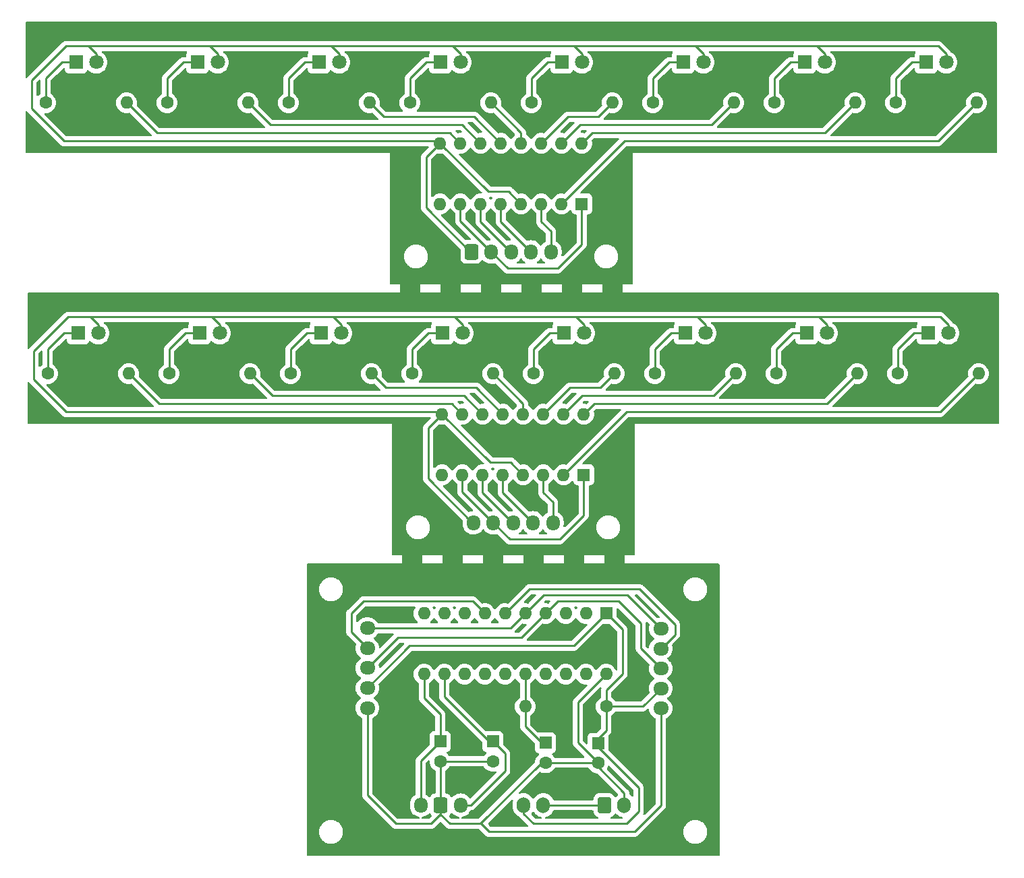
<source format=gbr>
%TF.GenerationSoftware,KiCad,Pcbnew,7.0.9*%
%TF.CreationDate,2025-02-13T17:11:31+01:00*%
%TF.ProjectId,bike lights,62696b65-206c-4696-9768-74732e6b6963,rev?*%
%TF.SameCoordinates,Original*%
%TF.FileFunction,Copper,L2,Bot*%
%TF.FilePolarity,Positive*%
%FSLAX46Y46*%
G04 Gerber Fmt 4.6, Leading zero omitted, Abs format (unit mm)*
G04 Created by KiCad (PCBNEW 7.0.9) date 2025-02-13 17:11:31*
%MOMM*%
%LPD*%
G01*
G04 APERTURE LIST*
G04 Aperture macros list*
%AMRoundRect*
0 Rectangle with rounded corners*
0 $1 Rounding radius*
0 $2 $3 $4 $5 $6 $7 $8 $9 X,Y pos of 4 corners*
0 Add a 4 corners polygon primitive as box body*
4,1,4,$2,$3,$4,$5,$6,$7,$8,$9,$2,$3,0*
0 Add four circle primitives for the rounded corners*
1,1,$1+$1,$2,$3*
1,1,$1+$1,$4,$5*
1,1,$1+$1,$6,$7*
1,1,$1+$1,$8,$9*
0 Add four rect primitives between the rounded corners*
20,1,$1+$1,$2,$3,$4,$5,0*
20,1,$1+$1,$4,$5,$6,$7,0*
20,1,$1+$1,$6,$7,$8,$9,0*
20,1,$1+$1,$8,$9,$2,$3,0*%
G04 Aperture macros list end*
%TA.AperFunction,ComponentPad*%
%ADD10R,1.800000X1.800000*%
%TD*%
%TA.AperFunction,ComponentPad*%
%ADD11C,1.800000*%
%TD*%
%TA.AperFunction,ComponentPad*%
%ADD12R,1.600000X1.600000*%
%TD*%
%TA.AperFunction,ComponentPad*%
%ADD13C,1.600000*%
%TD*%
%TA.AperFunction,ComponentPad*%
%ADD14O,1.950000X1.700000*%
%TD*%
%TA.AperFunction,ComponentPad*%
%ADD15O,1.600000X1.600000*%
%TD*%
%TA.AperFunction,ComponentPad*%
%ADD16O,1.700000X2.000000*%
%TD*%
%TA.AperFunction,ComponentPad*%
%ADD17O,1.700000X1.950000*%
%TD*%
%TA.AperFunction,ComponentPad*%
%ADD18RoundRect,0.250000X-0.600000X-0.725000X0.600000X-0.725000X0.600000X0.725000X-0.600000X0.725000X0*%
%TD*%
%TA.AperFunction,ComponentPad*%
%ADD19RoundRect,0.250000X-0.600000X-0.750000X0.600000X-0.750000X0.600000X0.750000X-0.600000X0.750000X0*%
%TD*%
%TA.AperFunction,Conductor*%
%ADD20C,0.250000*%
%TD*%
G04 APERTURE END LIST*
D10*
%TO.P,C,1*%
%TO.N,LED*%
X170180000Y-63500000D03*
D11*
%TO.P,C,2*%
%TO.N,GND*%
X172720000Y-63500000D03*
%TD*%
D12*
%TO.P,C4,1*%
%TO.N,SWITCH_1*%
X139700000Y-148828888D03*
D13*
%TO.P,C4,2*%
%TO.N,GND*%
X139700000Y-151328888D03*
%TD*%
D14*
%TO.P,REF\u002A\u002A,1*%
%TO.N,GND*%
X167386000Y-144667000D03*
%TO.P,REF\u002A\u002A,2*%
%TO.N,VCC*%
X167386000Y-142167000D03*
%TO.P,REF\u002A\u002A,3*%
%TO.N,CLOCK*%
X167386000Y-139667000D03*
%TO.P,REF\u002A\u002A,4*%
%TO.N,LATCH_2*%
X167386000Y-137167000D03*
%TO.P,REF\u002A\u002A,5*%
%TO.N,DATA*%
X167386000Y-134667000D03*
%TD*%
D13*
%TO.P,R4,1*%
%TO.N,LED*%
X151384000Y-102616000D03*
D15*
%TO.P,R4,2*%
%TO.N,OUT*%
X161544000Y-102616000D03*
%TD*%
D13*
%TO.P,R6,1*%
%TO.N,LED*%
X120904000Y-102616000D03*
D15*
%TO.P,R6,2*%
%TO.N,OUT*%
X131064000Y-102616000D03*
%TD*%
D10*
%TO.P,F,1*%
%TO.N,LED*%
X124460000Y-63500000D03*
D11*
%TO.P,F,2*%
%TO.N,GND*%
X127000000Y-63500000D03*
%TD*%
D10*
%TO.P,B,1*%
%TO.N,LED*%
X185674000Y-97536000D03*
D11*
%TO.P,B,2*%
%TO.N,GND*%
X188214000Y-97536000D03*
%TD*%
D13*
%TO.P,R5,1*%
%TO.N,LED*%
X135890000Y-68580000D03*
D15*
%TO.P,R5,2*%
%TO.N,OUT*%
X146050000Y-68580000D03*
%TD*%
D10*
%TO.P,A,1*%
%TO.N,LED*%
X200660000Y-63500000D03*
D11*
%TO.P,A,2*%
%TO.N,GND*%
X203200000Y-63500000D03*
%TD*%
D10*
%TO.P,A,1*%
%TO.N,LED*%
X200914000Y-97536000D03*
D11*
%TO.P,A,2*%
%TO.N,GND*%
X203454000Y-97536000D03*
%TD*%
D13*
%TO.P,R5,1*%
%TO.N,LED*%
X136144000Y-102616000D03*
D15*
%TO.P,R5,2*%
%TO.N,OUT*%
X146304000Y-102616000D03*
%TD*%
D12*
%TO.P,C3,1*%
%TO.N,SWITCH_2*%
X146304000Y-148828888D03*
D13*
%TO.P,C3,2*%
%TO.N,GND*%
X146304000Y-151328888D03*
%TD*%
%TO.P,R8,1*%
%TO.N,LED*%
X90170000Y-68580000D03*
D15*
%TO.P,R8,2*%
%TO.N,OUT*%
X100330000Y-68580000D03*
%TD*%
D13*
%TO.P,R7,1*%
%TO.N,LED*%
X105664000Y-102616000D03*
D15*
%TO.P,R7,2*%
%TO.N,OUT*%
X115824000Y-102616000D03*
%TD*%
D10*
%TO.P,H,1*%
%TO.N,LED*%
X93980000Y-63500000D03*
D11*
%TO.P,H,2*%
%TO.N,GND*%
X96520000Y-63500000D03*
%TD*%
D13*
%TO.P,R1,1*%
%TO.N,LED*%
X197104000Y-102616000D03*
D15*
%TO.P,R1,2*%
%TO.N,OUT*%
X207264000Y-102616000D03*
%TD*%
D10*
%TO.P,F,1*%
%TO.N,LED*%
X124714000Y-97536000D03*
D11*
%TO.P,F,2*%
%TO.N,GND*%
X127254000Y-97536000D03*
%TD*%
D13*
%TO.P,R2,1*%
%TO.N,LED*%
X181610000Y-68580000D03*
D15*
%TO.P,R2,2*%
%TO.N,OUT*%
X191770000Y-68580000D03*
%TD*%
D13*
%TO.P,R7,1*%
%TO.N,LED*%
X105410000Y-68580000D03*
D15*
%TO.P,R7,2*%
%TO.N,OUT*%
X115570000Y-68580000D03*
%TD*%
D16*
%TO.P,SW1,1*%
%TO.N,VCC*%
X150134000Y-156846000D03*
%TO.P,SW1,2*%
X152634000Y-156846000D03*
%TD*%
D10*
%TO.P,C,1*%
%TO.N,LED*%
X170434000Y-97536000D03*
D11*
%TO.P,C,2*%
%TO.N,GND*%
X172974000Y-97536000D03*
%TD*%
D13*
%TO.P,R3,1*%
%TO.N,LED*%
X166624000Y-102616000D03*
D15*
%TO.P,R3,2*%
%TO.N,OUT*%
X176784000Y-102616000D03*
%TD*%
D12*
%TO.P,MSP430G2553,1*%
%TO.N,VCC*%
X160528000Y-132762000D03*
D15*
%TO.P,MSP430G2553,2*%
%TO.N,N/C*%
X157988000Y-132762000D03*
%TO.P,MSP430G2553,3*%
X155448000Y-132762000D03*
%TO.P,MSP430G2553,4*%
%TO.N,CLOCK*%
X152908000Y-132762000D03*
%TO.P,MSP430G2553,5*%
%TO.N,DATA*%
X150368000Y-132762000D03*
%TO.P,MSP430G2553,6*%
%TO.N,LATCH_2*%
X147828000Y-132762000D03*
%TO.P,MSP430G2553,7*%
%TO.N,LATCH_1*%
X145288000Y-132762000D03*
%TO.P,MSP430G2553,8*%
%TO.N,N/C*%
X142748000Y-132762000D03*
%TO.P,MSP430G2553,9*%
X140208000Y-132762000D03*
%TO.P,MSP430G2553,10*%
X137668000Y-132762000D03*
%TO.P,MSP430G2553,11*%
%TO.N,SWITCH_1*%
X137668000Y-140382000D03*
%TO.P,MSP430G2553,12*%
%TO.N,SWITCH_2*%
X140208000Y-140382000D03*
%TO.P,MSP430G2553,13*%
%TO.N,N/C*%
X142748000Y-140382000D03*
%TO.P,MSP430G2553,14*%
X145288000Y-140382000D03*
%TO.P,MSP430G2553,15*%
X147828000Y-140382000D03*
%TO.P,MSP430G2553,16*%
%TO.N,RESET*%
X150368000Y-140382000D03*
%TO.P,MSP430G2553,17*%
%TO.N,N/C*%
X152908000Y-140382000D03*
%TO.P,MSP430G2553,18*%
X155448000Y-140382000D03*
%TO.P,MSP430G2553,19*%
X157988000Y-140382000D03*
%TO.P,MSP430G2553,20*%
%TO.N,GND*%
X160528000Y-140382000D03*
%TD*%
D13*
%TO.P,R3,1*%
%TO.N,LED*%
X166370000Y-68580000D03*
D15*
%TO.P,R3,2*%
%TO.N,OUT*%
X176530000Y-68580000D03*
%TD*%
D17*
%TO.P,SW2,1*%
%TO.N,SWITCH_1*%
X137240000Y-156846000D03*
D18*
%TO.P,SW2,2*%
%TO.N,GND*%
X139740000Y-156846000D03*
D17*
%TO.P,SW2,3*%
%TO.N,SWITCH_2*%
X142240000Y-156846000D03*
%TD*%
D15*
%TO.P,SN54HC595,1*%
%TO.N,OUT*%
X157719000Y-107706000D03*
%TO.P,SN54HC595,2*%
X155179000Y-107706000D03*
%TO.P,SN54HC595,3*%
X152639000Y-107706000D03*
%TO.P,SN54HC595,4*%
X150099000Y-107706000D03*
%TO.P,SN54HC595,5*%
X147559000Y-107706000D03*
%TO.P,SN54HC595,6*%
X145019000Y-107706000D03*
%TO.P,SN54HC595,7*%
X142479000Y-107706000D03*
%TO.P,SN54HC595,8*%
%TO.N,GND*%
X139939000Y-107706000D03*
%TO.P,SN54HC595,9*%
%TO.N,N/C*%
X139939000Y-115326000D03*
%TO.P,SN54HC595,10*%
%TO.N,VCC*%
X142479000Y-115326000D03*
%TO.P,SN54HC595,11*%
%TO.N,CLOCK*%
X145019000Y-115326000D03*
%TO.P,SN54HC595,12*%
%TO.N,LATCH*%
X147559000Y-115326000D03*
%TO.P,SN54HC595,13*%
%TO.N,GND*%
X150099000Y-115326000D03*
%TO.P,SN54HC595,14*%
%TO.N,DATA*%
X152639000Y-115326000D03*
%TO.P,SN54HC595,15*%
%TO.N,OUT*%
X155179000Y-115326000D03*
D12*
%TO.P,SN54HC595,16*%
%TO.N,VCC*%
X157719000Y-115326000D03*
%TD*%
D10*
%TO.P,G,1*%
%TO.N,LED*%
X109474000Y-97536000D03*
D11*
%TO.P,G,2*%
%TO.N,GND*%
X112014000Y-97536000D03*
%TD*%
D13*
%TO.P,R1,1*%
%TO.N,VCC*%
X160528000Y-144446000D03*
D15*
%TO.P,R1,2*%
%TO.N,RESET*%
X150368000Y-144446000D03*
%TD*%
D14*
%TO.P,REF\u002A\u002A,1*%
%TO.N,GND*%
X130556000Y-144620000D03*
%TO.P,REF\u002A\u002A,2*%
%TO.N,VCC*%
X130556000Y-142120000D03*
%TO.P,REF\u002A\u002A,3*%
%TO.N,CLOCK*%
X130556000Y-139620000D03*
%TO.P,REF\u002A\u002A,4*%
%TO.N,LATCH_1*%
X130556000Y-137120000D03*
%TO.P,REF\u002A\u002A,5*%
%TO.N,DATA*%
X130556000Y-134620000D03*
%TD*%
D17*
%TO.P,REF\u002A\u002A,1*%
%TO.N,GND*%
X143844000Y-121366000D03*
%TO.P,REF\u002A\u002A,2*%
%TO.N,VCC*%
X146344000Y-121366000D03*
%TO.P,REF\u002A\u002A,3*%
%TO.N,CLOCK*%
X148844000Y-121366000D03*
%TO.P,REF\u002A\u002A,4*%
%TO.N,LATCH*%
X151344000Y-121366000D03*
%TO.P,REF\u002A\u002A,5*%
%TO.N,DATA*%
X153844000Y-121366000D03*
%TD*%
D13*
%TO.P,R8,1*%
%TO.N,LED*%
X90424000Y-102616000D03*
D15*
%TO.P,R8,2*%
%TO.N,OUT*%
X100584000Y-102616000D03*
%TD*%
D13*
%TO.P,R1,1*%
%TO.N,LED*%
X196850000Y-68580000D03*
D15*
%TO.P,R1,2*%
%TO.N,OUT*%
X207010000Y-68580000D03*
%TD*%
D13*
%TO.P,R6,1*%
%TO.N,LED*%
X120650000Y-68580000D03*
D15*
%TO.P,R6,2*%
%TO.N,OUT*%
X130810000Y-68580000D03*
%TD*%
D10*
%TO.P,D,1*%
%TO.N,LED*%
X155194000Y-97536000D03*
D11*
%TO.P,D,2*%
%TO.N,GND*%
X157734000Y-97536000D03*
%TD*%
D10*
%TO.P,G,1*%
%TO.N,LED*%
X109220000Y-63500000D03*
D11*
%TO.P,G,2*%
%TO.N,GND*%
X111760000Y-63500000D03*
%TD*%
D10*
%TO.P,B,1*%
%TO.N,LED*%
X185420000Y-63500000D03*
D11*
%TO.P,B,2*%
%TO.N,GND*%
X187960000Y-63500000D03*
%TD*%
D10*
%TO.P,H,1*%
%TO.N,LED*%
X94234000Y-97536000D03*
D11*
%TO.P,H,2*%
%TO.N,GND*%
X96774000Y-97536000D03*
%TD*%
D12*
%TO.P,C2,1*%
%TO.N,RESET*%
X152908000Y-149018000D03*
D13*
%TO.P,C2,2*%
%TO.N,GND*%
X152908000Y-151518000D03*
%TD*%
%TO.P,R4,1*%
%TO.N,LED*%
X151130000Y-68580000D03*
D15*
%TO.P,R4,2*%
%TO.N,OUT*%
X161290000Y-68580000D03*
%TD*%
D10*
%TO.P,E,1*%
%TO.N,LED*%
X139700000Y-63500000D03*
D11*
%TO.P,E,2*%
%TO.N,GND*%
X142240000Y-63500000D03*
%TD*%
D13*
%TO.P,R2,1*%
%TO.N,LED*%
X181864000Y-102616000D03*
D15*
%TO.P,R2,2*%
%TO.N,OUT*%
X192024000Y-102616000D03*
%TD*%
D10*
%TO.P,E,1*%
%TO.N,LED*%
X139954000Y-97536000D03*
D11*
%TO.P,E,2*%
%TO.N,GND*%
X142494000Y-97536000D03*
%TD*%
D15*
%TO.P,SN54HC595,1*%
%TO.N,OUT*%
X157465000Y-73670000D03*
%TO.P,SN54HC595,2*%
X154925000Y-73670000D03*
%TO.P,SN54HC595,3*%
X152385000Y-73670000D03*
%TO.P,SN54HC595,4*%
X149845000Y-73670000D03*
%TO.P,SN54HC595,5*%
X147305000Y-73670000D03*
%TO.P,SN54HC595,6*%
X144765000Y-73670000D03*
%TO.P,SN54HC595,7*%
X142225000Y-73670000D03*
%TO.P,SN54HC595,8*%
%TO.N,GND*%
X139685000Y-73670000D03*
%TO.P,SN54HC595,9*%
%TO.N,N/C*%
X139685000Y-81290000D03*
%TO.P,SN54HC595,10*%
%TO.N,VCC*%
X142225000Y-81290000D03*
%TO.P,SN54HC595,11*%
%TO.N,CLOCK*%
X144765000Y-81290000D03*
%TO.P,SN54HC595,12*%
%TO.N,LATCH*%
X147305000Y-81290000D03*
%TO.P,SN54HC595,13*%
%TO.N,GND*%
X149845000Y-81290000D03*
%TO.P,SN54HC595,14*%
%TO.N,DATA*%
X152385000Y-81290000D03*
%TO.P,SN54HC595,15*%
%TO.N,OUT*%
X154925000Y-81290000D03*
D12*
%TO.P,SN54HC595,16*%
%TO.N,VCC*%
X157465000Y-81290000D03*
%TD*%
D19*
%TO.P,PWR,1*%
%TO.N,VCC*%
X160294000Y-156846000D03*
D16*
%TO.P,PWR,2*%
%TO.N,GND*%
X162794000Y-156846000D03*
%TD*%
D18*
%TO.P,REF\u002A\u002A,1*%
%TO.N,GND*%
X143590000Y-87330000D03*
D17*
%TO.P,REF\u002A\u002A,2*%
%TO.N,VCC*%
X146090000Y-87330000D03*
%TO.P,REF\u002A\u002A,3*%
%TO.N,CLOCK*%
X148590000Y-87330000D03*
%TO.P,REF\u002A\u002A,4*%
%TO.N,LATCH*%
X151090000Y-87330000D03*
%TO.P,REF\u002A\u002A,5*%
%TO.N,DATA*%
X153590000Y-87330000D03*
%TD*%
D10*
%TO.P,D,1*%
%TO.N,LED*%
X154940000Y-63500000D03*
D11*
%TO.P,D,2*%
%TO.N,GND*%
X157480000Y-63500000D03*
%TD*%
D12*
%TO.P,C1,1*%
%TO.N,VCC*%
X159512000Y-149058000D03*
D13*
%TO.P,C1,2*%
%TO.N,GND*%
X159512000Y-151558000D03*
%TD*%
D20*
%TO.N,VCC*%
X160528000Y-132762000D02*
X156464000Y-136826000D01*
X159004000Y-149018000D02*
X160528000Y-147494000D01*
X159004000Y-149058000D02*
X159004000Y-149018000D01*
X150134000Y-156846000D02*
X150134000Y-157928000D01*
X142225000Y-83465000D02*
X142225000Y-81290000D01*
X160528000Y-147494000D02*
X160528000Y-144446000D01*
X164592000Y-157654000D02*
X164592000Y-154646000D01*
X154432000Y-89408000D02*
X157465000Y-86375000D01*
X154686000Y-123444000D02*
X157719000Y-120411000D01*
X146344000Y-121366000D02*
X148422000Y-123444000D01*
X142479000Y-117501000D02*
X142479000Y-115326000D01*
X148168000Y-89408000D02*
X154432000Y-89408000D01*
X156464000Y-136826000D02*
X135850000Y-136826000D01*
X162560000Y-134794000D02*
X160528000Y-132762000D01*
X146090000Y-87330000D02*
X142225000Y-83465000D01*
X157465000Y-86375000D02*
X157465000Y-81290000D01*
X135850000Y-136826000D02*
X130556000Y-142120000D01*
X164592000Y-154646000D02*
X159004000Y-149058000D01*
X160528000Y-142414000D02*
X162560000Y-140382000D01*
X150134000Y-157928000D02*
X151384000Y-159178000D01*
X160528000Y-144446000D02*
X160528000Y-142414000D01*
X160528000Y-144446000D02*
X165107000Y-144446000D01*
X162560000Y-140382000D02*
X162560000Y-134794000D01*
X165107000Y-144446000D02*
X167386000Y-142167000D01*
X146090000Y-87330000D02*
X148168000Y-89408000D01*
X146344000Y-121366000D02*
X142479000Y-117501000D01*
X151384000Y-159178000D02*
X163068000Y-159178000D01*
X160294000Y-156846000D02*
X152634000Y-156846000D01*
X163068000Y-159178000D02*
X164592000Y-157654000D01*
X148422000Y-123444000D02*
X154686000Y-123444000D01*
X157719000Y-120411000D02*
X157719000Y-115326000D01*
%TO.N,GND*%
X157480000Y-63500000D02*
X157480000Y-62484000D01*
X145771000Y-79756000D02*
X148311000Y-79756000D01*
X187960000Y-63500000D02*
X187960000Y-62484000D01*
X148565000Y-113792000D02*
X150099000Y-115326000D01*
X142494000Y-96520000D02*
X141478000Y-95504000D01*
X139939000Y-107706000D02*
X146025000Y-113792000D01*
X157734000Y-97536000D02*
X157734000Y-96520000D01*
X143844000Y-121366000D02*
X143718000Y-121366000D01*
X139421000Y-73406000D02*
X92456000Y-73406000D01*
X111760000Y-63500000D02*
X111760000Y-62484000D01*
X159218000Y-151518000D02*
X159258000Y-151558000D01*
X130556000Y-155622000D02*
X130556000Y-144620000D01*
X92710000Y-61468000D02*
X202184000Y-61468000D01*
X159512000Y-152066000D02*
X162794000Y-155348000D01*
X88392000Y-65786000D02*
X92710000Y-61468000D01*
X202184000Y-61468000D02*
X203200000Y-62484000D01*
X92710000Y-107442000D02*
X88646000Y-103378000D01*
X188214000Y-97536000D02*
X188214000Y-96520000D01*
X187960000Y-62484000D02*
X186944000Y-61468000D01*
X137922000Y-75433000D02*
X139685000Y-73670000D01*
X203454000Y-96520000D02*
X203454000Y-97536000D01*
X143464000Y-87330000D02*
X137922000Y-81788000D01*
X112014000Y-96520000D02*
X110998000Y-95504000D01*
X145796000Y-151328888D02*
X139740000Y-151328888D01*
X142494000Y-97536000D02*
X142494000Y-96520000D01*
X139939000Y-107706000D02*
X139675000Y-107442000D01*
X92456000Y-73406000D02*
X88392000Y-69342000D01*
X139740000Y-157992000D02*
X138554000Y-159178000D01*
X139675000Y-107442000D02*
X92710000Y-107442000D01*
X96774000Y-97536000D02*
X96774000Y-96520000D01*
X143718000Y-121366000D02*
X138176000Y-115824000D01*
X202438000Y-95504000D02*
X203454000Y-96520000D01*
X144740000Y-159178000D02*
X144780000Y-159178000D01*
X139740000Y-151328888D02*
X139740000Y-156846000D01*
X156972000Y-149018000D02*
X159512000Y-151558000D01*
X139740000Y-156846000D02*
X139740000Y-157992000D01*
X146025000Y-113792000D02*
X148565000Y-113792000D01*
X96520000Y-62484000D02*
X95504000Y-61468000D01*
X112014000Y-97536000D02*
X112014000Y-96520000D01*
X88646000Y-103378000D02*
X88646000Y-99822000D01*
X172720000Y-62484000D02*
X171704000Y-61468000D01*
X139685000Y-73670000D02*
X139421000Y-73406000D01*
X96774000Y-96520000D02*
X95758000Y-95504000D01*
X188214000Y-96520000D02*
X187198000Y-95504000D01*
X156972000Y-143938000D02*
X156972000Y-149018000D01*
X137922000Y-81788000D02*
X137922000Y-75433000D01*
X172974000Y-97536000D02*
X172974000Y-96520000D01*
X111760000Y-62484000D02*
X110744000Y-61468000D01*
X164084000Y-160194000D02*
X167386000Y-156892000D01*
X142240000Y-62484000D02*
X141224000Y-61468000D01*
X157480000Y-62484000D02*
X156464000Y-61468000D01*
X138554000Y-159178000D02*
X134112000Y-159178000D01*
X172720000Y-63500000D02*
X172720000Y-62484000D01*
X139740000Y-151876888D02*
X139740000Y-156846000D01*
X145796000Y-160194000D02*
X164084000Y-160194000D01*
X152400000Y-151518000D02*
X159218000Y-151518000D01*
X203200000Y-62484000D02*
X203200000Y-63500000D01*
X127000000Y-62484000D02*
X125984000Y-61468000D01*
X162794000Y-155348000D02*
X162794000Y-156846000D01*
X88646000Y-99822000D02*
X92964000Y-95504000D01*
X134112000Y-159178000D02*
X130556000Y-155622000D01*
X127254000Y-97536000D02*
X127254000Y-96520000D01*
X96520000Y-63500000D02*
X96520000Y-62484000D01*
X139740000Y-158032000D02*
X139740000Y-156846000D01*
X142240000Y-63500000D02*
X142240000Y-62484000D01*
X88392000Y-69342000D02*
X88392000Y-65786000D01*
X92964000Y-95504000D02*
X202438000Y-95504000D01*
X139685000Y-73670000D02*
X145771000Y-79756000D01*
X148311000Y-79756000D02*
X149845000Y-81290000D01*
X152400000Y-151518000D02*
X144740000Y-159178000D01*
X143590000Y-87330000D02*
X143464000Y-87330000D01*
X127254000Y-96520000D02*
X126238000Y-95504000D01*
X167386000Y-156892000D02*
X167386000Y-144667000D01*
X127000000Y-63500000D02*
X127000000Y-62484000D01*
X138176000Y-109469000D02*
X139939000Y-107706000D01*
X144780000Y-159178000D02*
X145796000Y-160194000D01*
X157734000Y-96520000D02*
X156718000Y-95504000D01*
X144740000Y-159178000D02*
X140886000Y-159178000D01*
X172974000Y-96520000D02*
X171958000Y-95504000D01*
X140886000Y-159178000D02*
X139740000Y-158032000D01*
X160528000Y-140382000D02*
X156972000Y-143938000D01*
X159512000Y-151558000D02*
X159512000Y-152066000D01*
X139192000Y-151328888D02*
X139740000Y-151876888D01*
X138176000Y-115824000D02*
X138176000Y-109469000D01*
%TO.N,DATA*%
X150368000Y-132762000D02*
X152654000Y-130476000D01*
X150368000Y-132762000D02*
X148510000Y-134620000D01*
X153844000Y-121366000D02*
X153844000Y-118792000D01*
X152639000Y-117587000D02*
X152639000Y-115326000D01*
X163195000Y-130476000D02*
X167386000Y-134667000D01*
X153590000Y-87330000D02*
X153590000Y-84756000D01*
X152654000Y-130476000D02*
X163195000Y-130476000D01*
X148510000Y-134620000D02*
X130556000Y-134620000D01*
X153844000Y-118792000D02*
X152639000Y-117587000D01*
X153590000Y-84756000D02*
X152385000Y-83551000D01*
X152385000Y-83551000D02*
X152385000Y-81290000D01*
%TO.N,CLOCK*%
X144765000Y-83551000D02*
X144765000Y-81290000D01*
X148590000Y-87330000D02*
X148544000Y-87330000D01*
X134366000Y-135810000D02*
X130556000Y-139620000D01*
X145019000Y-117587000D02*
X145019000Y-115326000D01*
X154432000Y-131238000D02*
X162052000Y-131238000D01*
X149860000Y-135810000D02*
X134366000Y-135810000D01*
X162052000Y-131238000D02*
X164846000Y-134032000D01*
X148844000Y-121366000D02*
X148798000Y-121366000D01*
X148544000Y-87330000D02*
X144765000Y-83551000D01*
X152908000Y-132762000D02*
X154432000Y-131238000D01*
X152908000Y-132762000D02*
X149860000Y-135810000D01*
X164846000Y-137127000D02*
X167386000Y-139667000D01*
X148798000Y-121366000D02*
X145019000Y-117587000D01*
X164846000Y-134032000D02*
X164846000Y-137127000D01*
%TO.N,LATCH*%
X151084000Y-87330000D02*
X147305000Y-83551000D01*
X151344000Y-121366000D02*
X151338000Y-121366000D01*
X151090000Y-87330000D02*
X151084000Y-87330000D01*
X151338000Y-121366000D02*
X147559000Y-117587000D01*
X147305000Y-83551000D02*
X147305000Y-81290000D01*
X147559000Y-117587000D02*
X147559000Y-115326000D01*
%TO.N,LED*%
X122936000Y-97536000D02*
X124714000Y-97536000D01*
X138176000Y-97536000D02*
X139954000Y-97536000D01*
X183896000Y-97536000D02*
X185674000Y-97536000D01*
X151384000Y-99568000D02*
X153416000Y-97536000D01*
X168656000Y-97536000D02*
X170434000Y-97536000D01*
X107696000Y-97536000D02*
X109474000Y-97536000D01*
X135890000Y-68580000D02*
X135890000Y-65532000D01*
X168402000Y-63500000D02*
X170180000Y-63500000D01*
X181864000Y-102616000D02*
X181864000Y-99568000D01*
X105410000Y-65532000D02*
X107442000Y-63500000D01*
X92456000Y-97536000D02*
X94234000Y-97536000D01*
X137922000Y-63500000D02*
X139700000Y-63500000D01*
X120650000Y-65532000D02*
X122682000Y-63500000D01*
X135890000Y-65532000D02*
X137922000Y-63500000D01*
X166370000Y-68580000D02*
X166370000Y-65532000D01*
X105664000Y-99568000D02*
X107696000Y-97536000D01*
X136144000Y-99568000D02*
X138176000Y-97536000D01*
X120904000Y-99568000D02*
X122936000Y-97536000D01*
X166370000Y-65532000D02*
X168402000Y-63500000D01*
X90170000Y-68580000D02*
X90170000Y-65532000D01*
X105664000Y-102616000D02*
X105664000Y-99568000D01*
X107442000Y-63500000D02*
X109220000Y-63500000D01*
X166624000Y-102616000D02*
X166624000Y-99568000D01*
X197104000Y-102616000D02*
X197104000Y-99568000D01*
X151130000Y-68580000D02*
X151130000Y-65532000D01*
X120650000Y-68580000D02*
X120650000Y-65532000D01*
X196850000Y-68580000D02*
X196850000Y-65532000D01*
X90170000Y-65532000D02*
X92202000Y-63500000D01*
X136144000Y-102616000D02*
X136144000Y-99568000D01*
X196850000Y-65532000D02*
X198882000Y-63500000D01*
X90424000Y-102616000D02*
X90424000Y-99568000D01*
X197104000Y-99568000D02*
X199136000Y-97536000D01*
X105410000Y-68580000D02*
X105410000Y-65532000D01*
X151130000Y-65532000D02*
X153162000Y-63500000D01*
X199136000Y-97536000D02*
X200914000Y-97536000D01*
X90424000Y-99568000D02*
X92456000Y-97536000D01*
X122682000Y-63500000D02*
X124460000Y-63500000D01*
X151384000Y-102616000D02*
X151384000Y-99568000D01*
X198882000Y-63500000D02*
X200660000Y-63500000D01*
X153162000Y-63500000D02*
X154940000Y-63500000D01*
X181864000Y-99568000D02*
X183896000Y-97536000D01*
X120904000Y-102616000D02*
X120904000Y-99568000D01*
X181610000Y-65532000D02*
X183642000Y-63500000D01*
X181610000Y-68580000D02*
X181610000Y-65532000D01*
X92202000Y-63500000D02*
X93980000Y-63500000D01*
X153416000Y-97536000D02*
X155194000Y-97536000D01*
X183642000Y-63500000D02*
X185420000Y-63500000D01*
X166624000Y-99568000D02*
X168656000Y-97536000D01*
%TO.N,OUT*%
X157475000Y-105410000D02*
X173990000Y-105410000D01*
X150099000Y-106411000D02*
X146304000Y-102616000D01*
X104140000Y-72390000D02*
X100330000Y-68580000D01*
X143993000Y-70358000D02*
X132588000Y-70358000D01*
X104394000Y-106426000D02*
X100584000Y-102616000D01*
X147559000Y-107706000D02*
X144247000Y-104394000D01*
X147305000Y-73670000D02*
X143993000Y-70358000D01*
X163063000Y-107442000D02*
X202438000Y-107442000D01*
X140945000Y-72390000D02*
X104140000Y-72390000D01*
X158999000Y-106426000D02*
X188214000Y-106426000D01*
X157221000Y-71374000D02*
X173736000Y-71374000D01*
X158745000Y-72390000D02*
X187960000Y-72390000D01*
X149845000Y-72375000D02*
X146050000Y-68580000D01*
X118364000Y-71374000D02*
X115570000Y-68580000D01*
X152385000Y-73670000D02*
X155697000Y-70358000D01*
X155697000Y-70358000D02*
X159512000Y-70358000D01*
X202184000Y-73406000D02*
X207010000Y-68580000D01*
X157465000Y-73670000D02*
X158745000Y-72390000D01*
X144247000Y-104394000D02*
X132842000Y-104394000D01*
X144765000Y-73670000D02*
X142469000Y-71374000D01*
X142469000Y-71374000D02*
X118364000Y-71374000D01*
X142723000Y-105410000D02*
X118618000Y-105410000D01*
X152639000Y-107706000D02*
X155951000Y-104394000D01*
X162809000Y-73406000D02*
X202184000Y-73406000D01*
X173990000Y-105410000D02*
X176784000Y-102616000D01*
X142225000Y-73670000D02*
X140945000Y-72390000D01*
X132842000Y-104394000D02*
X131064000Y-102616000D01*
X141199000Y-106426000D02*
X104394000Y-106426000D01*
X188214000Y-106426000D02*
X192024000Y-102616000D01*
X132588000Y-70358000D02*
X130810000Y-68580000D01*
X159512000Y-70358000D02*
X161290000Y-68580000D01*
X157719000Y-107706000D02*
X158999000Y-106426000D01*
X154925000Y-81290000D02*
X162809000Y-73406000D01*
X155179000Y-107706000D02*
X157475000Y-105410000D01*
X187960000Y-72390000D02*
X191770000Y-68580000D01*
X118618000Y-105410000D02*
X115824000Y-102616000D01*
X154925000Y-73670000D02*
X157221000Y-71374000D01*
X159766000Y-104394000D02*
X161544000Y-102616000D01*
X202438000Y-107442000D02*
X207264000Y-102616000D01*
X173736000Y-71374000D02*
X176530000Y-68580000D01*
X150099000Y-107706000D02*
X150099000Y-106411000D01*
X149845000Y-73670000D02*
X149845000Y-72375000D01*
X155951000Y-104394000D02*
X159766000Y-104394000D01*
X155179000Y-115326000D02*
X163063000Y-107442000D01*
X145019000Y-107706000D02*
X142723000Y-105410000D01*
X142479000Y-107706000D02*
X141199000Y-106426000D01*
%TO.N,LATCH_1*%
X143764000Y-131238000D02*
X130048000Y-131238000D01*
X130048000Y-131238000D02*
X128524000Y-132762000D01*
X128524000Y-132762000D02*
X128524000Y-135088000D01*
X145288000Y-132762000D02*
X143764000Y-131238000D01*
X128524000Y-135088000D02*
X130556000Y-137120000D01*
%TO.N,LATCH_2*%
X147828000Y-132762000D02*
X150876000Y-129714000D01*
X169164000Y-134159000D02*
X169164000Y-135389000D01*
X164719000Y-129714000D02*
X169164000Y-134159000D01*
X150876000Y-129714000D02*
X164719000Y-129714000D01*
X169164000Y-135389000D02*
X167386000Y-137167000D01*
%TO.N,SWITCH_1*%
X137240000Y-151288888D02*
X137240000Y-156846000D01*
X139700000Y-148828888D02*
X137240000Y-151288888D01*
X137668000Y-143430000D02*
X139700000Y-145462000D01*
X139700000Y-145462000D02*
X139700000Y-148320888D01*
X137668000Y-140382000D02*
X137668000Y-143430000D01*
%TO.N,SWITCH_2*%
X143556000Y-156846000D02*
X142240000Y-156846000D01*
X147828000Y-150352888D02*
X147828000Y-152574000D01*
X140208000Y-143240888D02*
X145796000Y-148828888D01*
X140208000Y-140382000D02*
X140208000Y-143240888D01*
X147828000Y-152574000D02*
X143556000Y-156846000D01*
X146304000Y-148828888D02*
X147828000Y-150352888D01*
%TO.N,RESET*%
X152400000Y-149018000D02*
X150368000Y-146986000D01*
X150368000Y-143938000D02*
X150368000Y-140382000D01*
X150368000Y-146986000D02*
X150368000Y-144954000D01*
%TD*%
%TA.AperFunction,NonConductor*%
G36*
X89463834Y-65701269D02*
G01*
X89519767Y-65743141D01*
X89544184Y-65808605D01*
X89544500Y-65817451D01*
X89544500Y-67365811D01*
X89524815Y-67432850D01*
X89491623Y-67467386D01*
X89330859Y-67579953D01*
X89229181Y-67681632D01*
X89167858Y-67715117D01*
X89098166Y-67710133D01*
X89042233Y-67668261D01*
X89017816Y-67602797D01*
X89017500Y-67593951D01*
X89017500Y-66096451D01*
X89037185Y-66029412D01*
X89053815Y-66008774D01*
X89332819Y-65729769D01*
X89394142Y-65696285D01*
X89463834Y-65701269D01*
G37*
%TD.AperFunction*%
%TA.AperFunction,NonConductor*%
G36*
X143749587Y-71003185D02*
G01*
X143770229Y-71019819D01*
X144907590Y-72157181D01*
X144941075Y-72218504D01*
X144936091Y-72288196D01*
X144894219Y-72344129D01*
X144828755Y-72368546D01*
X144809102Y-72368390D01*
X144765002Y-72364532D01*
X144764999Y-72364532D01*
X144538313Y-72384364D01*
X144538296Y-72384367D01*
X144469949Y-72402680D01*
X144400099Y-72401016D01*
X144350177Y-72370586D01*
X143174772Y-71195181D01*
X143141287Y-71133858D01*
X143146271Y-71064166D01*
X143188143Y-71008233D01*
X143253607Y-70983816D01*
X143262453Y-70983500D01*
X143682548Y-70983500D01*
X143749587Y-71003185D01*
G37*
%TD.AperFunction*%
%TA.AperFunction,NonConductor*%
G36*
X142225587Y-72019185D02*
G01*
X142246229Y-72035819D01*
X142367591Y-72157181D01*
X142401076Y-72218504D01*
X142396092Y-72288196D01*
X142354220Y-72344129D01*
X142288756Y-72368546D01*
X142269104Y-72368390D01*
X142225003Y-72364532D01*
X142224999Y-72364532D01*
X141998313Y-72384364D01*
X141998296Y-72384367D01*
X141929949Y-72402680D01*
X141860099Y-72401016D01*
X141810177Y-72370586D01*
X141650772Y-72211181D01*
X141617287Y-72149858D01*
X141622271Y-72080166D01*
X141664143Y-72024233D01*
X141729607Y-71999816D01*
X141738453Y-71999500D01*
X142158548Y-71999500D01*
X142225587Y-72019185D01*
G37*
%TD.AperFunction*%
%TA.AperFunction,NonConductor*%
G36*
X158018585Y-72019185D02*
G01*
X158064340Y-72071989D01*
X158074284Y-72141147D01*
X158045259Y-72204703D01*
X158039233Y-72211174D01*
X157944401Y-72306007D01*
X157879821Y-72370587D01*
X157818498Y-72404071D01*
X157760048Y-72402680D01*
X157691697Y-72384366D01*
X157691693Y-72384365D01*
X157691692Y-72384365D01*
X157534209Y-72370587D01*
X157465001Y-72364532D01*
X157464997Y-72364532D01*
X157420896Y-72368390D01*
X157352397Y-72354623D01*
X157302214Y-72306007D01*
X157286281Y-72237979D01*
X157309657Y-72172135D01*
X157322399Y-72157191D01*
X157443774Y-72035816D01*
X157505095Y-72002334D01*
X157531453Y-71999500D01*
X157951546Y-71999500D01*
X158018585Y-72019185D01*
G37*
%TD.AperFunction*%
%TA.AperFunction,NonConductor*%
G36*
X156494586Y-71003185D02*
G01*
X156540341Y-71055989D01*
X156550285Y-71125147D01*
X156521260Y-71188703D01*
X156515228Y-71195181D01*
X155339821Y-72370586D01*
X155278498Y-72404071D01*
X155220048Y-72402680D01*
X155151697Y-72384366D01*
X155151693Y-72384365D01*
X155151692Y-72384365D01*
X154994209Y-72370587D01*
X154925001Y-72364532D01*
X154924996Y-72364532D01*
X154880895Y-72368390D01*
X154812395Y-72354623D01*
X154762213Y-72306007D01*
X154746280Y-72237978D01*
X154769656Y-72172135D01*
X154782401Y-72157189D01*
X155919772Y-71019819D01*
X155981095Y-70986334D01*
X156007453Y-70983500D01*
X156427547Y-70983500D01*
X156494586Y-71003185D01*
G37*
%TD.AperFunction*%
%TA.AperFunction,NonConductor*%
G36*
X107893278Y-62113185D02*
G01*
X107939033Y-62165989D01*
X107948977Y-62235147D01*
X107925505Y-62291812D01*
X107876204Y-62357668D01*
X107876202Y-62357671D01*
X107825908Y-62492517D01*
X107819501Y-62552116D01*
X107819500Y-62552135D01*
X107819500Y-62750500D01*
X107799815Y-62817539D01*
X107747011Y-62863294D01*
X107695500Y-62874500D01*
X107524743Y-62874500D01*
X107509122Y-62872775D01*
X107509096Y-62873061D01*
X107501334Y-62872327D01*
X107501333Y-62872327D01*
X107432186Y-62874500D01*
X107402649Y-62874500D01*
X107395766Y-62875369D01*
X107389949Y-62875826D01*
X107343373Y-62877290D01*
X107324129Y-62882881D01*
X107305079Y-62886825D01*
X107285211Y-62889334D01*
X107241884Y-62906488D01*
X107236358Y-62908379D01*
X107191614Y-62921379D01*
X107191610Y-62921381D01*
X107174366Y-62931579D01*
X107156905Y-62940133D01*
X107138274Y-62947510D01*
X107138262Y-62947517D01*
X107100570Y-62974902D01*
X107095687Y-62978109D01*
X107055580Y-63001829D01*
X107041414Y-63015995D01*
X107026624Y-63028627D01*
X107010414Y-63040404D01*
X107010411Y-63040407D01*
X106980710Y-63076309D01*
X106976777Y-63080631D01*
X105026208Y-65031199D01*
X105013951Y-65041020D01*
X105014134Y-65041241D01*
X105008123Y-65046213D01*
X104960772Y-65096636D01*
X104939889Y-65117519D01*
X104939877Y-65117532D01*
X104935621Y-65123017D01*
X104931837Y-65127447D01*
X104899937Y-65161418D01*
X104899936Y-65161420D01*
X104890284Y-65178976D01*
X104879610Y-65195226D01*
X104867329Y-65211061D01*
X104867324Y-65211068D01*
X104848815Y-65253838D01*
X104846245Y-65259084D01*
X104823803Y-65299906D01*
X104818822Y-65319307D01*
X104812521Y-65337710D01*
X104804562Y-65356102D01*
X104804561Y-65356105D01*
X104797271Y-65402127D01*
X104796087Y-65407846D01*
X104784501Y-65452972D01*
X104784500Y-65452982D01*
X104784500Y-65473016D01*
X104782973Y-65492413D01*
X104779840Y-65512196D01*
X104783783Y-65553908D01*
X104784225Y-65558583D01*
X104784500Y-65564421D01*
X104784500Y-67365811D01*
X104764815Y-67432850D01*
X104731623Y-67467386D01*
X104570859Y-67579953D01*
X104409954Y-67740858D01*
X104279432Y-67927265D01*
X104279431Y-67927267D01*
X104183261Y-68133502D01*
X104183258Y-68133511D01*
X104124366Y-68353302D01*
X104124364Y-68353313D01*
X104104532Y-68579998D01*
X104104532Y-68580001D01*
X104124364Y-68806686D01*
X104124366Y-68806697D01*
X104183258Y-69026488D01*
X104183261Y-69026497D01*
X104279431Y-69232732D01*
X104279432Y-69232734D01*
X104409954Y-69419141D01*
X104570858Y-69580045D01*
X104570861Y-69580047D01*
X104757266Y-69710568D01*
X104963504Y-69806739D01*
X104963509Y-69806740D01*
X104963511Y-69806741D01*
X104995555Y-69815327D01*
X105183308Y-69865635D01*
X105340780Y-69879412D01*
X105409998Y-69885468D01*
X105410000Y-69885468D01*
X105410002Y-69885468D01*
X105466673Y-69880509D01*
X105636692Y-69865635D01*
X105856496Y-69806739D01*
X106062734Y-69710568D01*
X106249139Y-69580047D01*
X106410047Y-69419139D01*
X106540568Y-69232734D01*
X106636739Y-69026496D01*
X106695635Y-68806692D01*
X106715468Y-68580000D01*
X106695635Y-68353308D01*
X106636739Y-68133504D01*
X106540568Y-67927266D01*
X106410047Y-67740861D01*
X106410045Y-67740858D01*
X106249140Y-67579953D01*
X106088377Y-67467386D01*
X106044752Y-67412809D01*
X106035500Y-67365811D01*
X106035500Y-65842452D01*
X106055185Y-65775413D01*
X106071819Y-65754771D01*
X106795391Y-65031199D01*
X107607822Y-64218768D01*
X107669143Y-64185285D01*
X107738835Y-64190269D01*
X107794768Y-64232141D01*
X107819185Y-64297605D01*
X107819501Y-64306451D01*
X107819501Y-64447876D01*
X107825908Y-64507483D01*
X107876202Y-64642328D01*
X107876206Y-64642335D01*
X107962452Y-64757544D01*
X107962455Y-64757547D01*
X108077664Y-64843793D01*
X108077671Y-64843797D01*
X108212517Y-64894091D01*
X108212516Y-64894091D01*
X108219444Y-64894835D01*
X108272127Y-64900500D01*
X110167872Y-64900499D01*
X110227483Y-64894091D01*
X110362331Y-64843796D01*
X110477546Y-64757546D01*
X110563796Y-64642331D01*
X110592455Y-64565493D01*
X110634326Y-64509559D01*
X110699790Y-64485141D01*
X110768063Y-64499992D01*
X110799866Y-64524843D01*
X110807302Y-64532920D01*
X110808215Y-64533912D01*
X110808222Y-64533918D01*
X110991365Y-64676464D01*
X110991371Y-64676468D01*
X110991374Y-64676470D01*
X111195497Y-64786936D01*
X111309487Y-64826068D01*
X111415015Y-64862297D01*
X111415017Y-64862297D01*
X111415019Y-64862298D01*
X111643951Y-64900500D01*
X111643952Y-64900500D01*
X111876048Y-64900500D01*
X111876049Y-64900500D01*
X112104981Y-64862298D01*
X112324503Y-64786936D01*
X112528626Y-64676470D01*
X112711784Y-64533913D01*
X112868979Y-64363153D01*
X112995924Y-64168849D01*
X113089157Y-63956300D01*
X113146134Y-63731305D01*
X113165300Y-63500000D01*
X113165300Y-63499993D01*
X113146135Y-63268702D01*
X113146133Y-63268691D01*
X113089157Y-63043699D01*
X112995924Y-62831151D01*
X112868983Y-62636852D01*
X112868980Y-62636849D01*
X112868979Y-62636847D01*
X112711784Y-62466087D01*
X112711779Y-62466083D01*
X112711777Y-62466081D01*
X112528631Y-62323533D01*
X112525227Y-62321309D01*
X112479870Y-62268163D01*
X112470446Y-62198932D01*
X112499947Y-62135596D01*
X112559007Y-62098264D01*
X112593048Y-62093500D01*
X123066239Y-62093500D01*
X123133278Y-62113185D01*
X123179033Y-62165989D01*
X123188977Y-62235147D01*
X123165505Y-62291812D01*
X123116204Y-62357668D01*
X123116202Y-62357671D01*
X123065908Y-62492517D01*
X123059501Y-62552116D01*
X123059500Y-62552135D01*
X123059500Y-62750500D01*
X123039815Y-62817539D01*
X122987011Y-62863294D01*
X122935500Y-62874500D01*
X122764743Y-62874500D01*
X122749122Y-62872775D01*
X122749096Y-62873061D01*
X122741334Y-62872327D01*
X122741333Y-62872327D01*
X122672186Y-62874500D01*
X122642649Y-62874500D01*
X122635766Y-62875369D01*
X122629949Y-62875826D01*
X122583373Y-62877290D01*
X122564129Y-62882881D01*
X122545079Y-62886825D01*
X122525211Y-62889334D01*
X122481884Y-62906488D01*
X122476358Y-62908379D01*
X122431614Y-62921379D01*
X122431610Y-62921381D01*
X122414366Y-62931579D01*
X122396905Y-62940133D01*
X122378274Y-62947510D01*
X122378262Y-62947517D01*
X122340570Y-62974902D01*
X122335687Y-62978109D01*
X122295580Y-63001829D01*
X122281414Y-63015995D01*
X122266624Y-63028627D01*
X122250414Y-63040404D01*
X122250411Y-63040407D01*
X122220710Y-63076309D01*
X122216777Y-63080631D01*
X120266208Y-65031199D01*
X120253951Y-65041020D01*
X120254134Y-65041241D01*
X120248123Y-65046213D01*
X120200772Y-65096636D01*
X120179889Y-65117519D01*
X120179877Y-65117532D01*
X120175621Y-65123017D01*
X120171837Y-65127447D01*
X120139937Y-65161418D01*
X120139936Y-65161420D01*
X120130284Y-65178976D01*
X120119610Y-65195226D01*
X120107329Y-65211061D01*
X120107324Y-65211068D01*
X120088815Y-65253838D01*
X120086245Y-65259084D01*
X120063803Y-65299906D01*
X120058822Y-65319307D01*
X120052521Y-65337710D01*
X120044562Y-65356102D01*
X120044561Y-65356105D01*
X120037271Y-65402127D01*
X120036087Y-65407846D01*
X120024501Y-65452972D01*
X120024500Y-65452982D01*
X120024500Y-65473016D01*
X120022973Y-65492413D01*
X120019840Y-65512196D01*
X120023783Y-65553908D01*
X120024225Y-65558583D01*
X120024500Y-65564421D01*
X120024500Y-67365811D01*
X120004815Y-67432850D01*
X119971623Y-67467386D01*
X119810859Y-67579953D01*
X119649954Y-67740858D01*
X119519432Y-67927265D01*
X119519431Y-67927267D01*
X119423261Y-68133502D01*
X119423258Y-68133511D01*
X119364366Y-68353302D01*
X119364364Y-68353313D01*
X119344532Y-68579998D01*
X119344532Y-68580001D01*
X119364364Y-68806686D01*
X119364366Y-68806697D01*
X119423258Y-69026488D01*
X119423261Y-69026497D01*
X119519431Y-69232732D01*
X119519432Y-69232734D01*
X119649954Y-69419141D01*
X119810858Y-69580045D01*
X119810861Y-69580047D01*
X119997266Y-69710568D01*
X120203504Y-69806739D01*
X120203509Y-69806740D01*
X120203511Y-69806741D01*
X120235555Y-69815327D01*
X120423308Y-69865635D01*
X120580780Y-69879412D01*
X120649998Y-69885468D01*
X120650000Y-69885468D01*
X120650002Y-69885468D01*
X120706673Y-69880509D01*
X120876692Y-69865635D01*
X121096496Y-69806739D01*
X121302734Y-69710568D01*
X121489139Y-69580047D01*
X121650047Y-69419139D01*
X121780568Y-69232734D01*
X121876739Y-69026496D01*
X121935635Y-68806692D01*
X121955468Y-68580000D01*
X121935635Y-68353308D01*
X121876739Y-68133504D01*
X121780568Y-67927266D01*
X121650047Y-67740861D01*
X121650045Y-67740858D01*
X121489140Y-67579953D01*
X121328377Y-67467386D01*
X121284752Y-67412809D01*
X121275500Y-67365811D01*
X121275500Y-65842452D01*
X121295185Y-65775413D01*
X121311819Y-65754771D01*
X122035391Y-65031199D01*
X122847822Y-64218768D01*
X122909143Y-64185285D01*
X122978835Y-64190269D01*
X123034768Y-64232141D01*
X123059185Y-64297605D01*
X123059501Y-64306451D01*
X123059501Y-64447876D01*
X123065908Y-64507483D01*
X123116202Y-64642328D01*
X123116206Y-64642335D01*
X123202452Y-64757544D01*
X123202455Y-64757547D01*
X123317664Y-64843793D01*
X123317671Y-64843797D01*
X123452517Y-64894091D01*
X123452516Y-64894091D01*
X123459444Y-64894835D01*
X123512127Y-64900500D01*
X125407872Y-64900499D01*
X125467483Y-64894091D01*
X125602331Y-64843796D01*
X125717546Y-64757546D01*
X125803796Y-64642331D01*
X125832455Y-64565493D01*
X125874326Y-64509559D01*
X125939790Y-64485141D01*
X126008063Y-64499992D01*
X126039866Y-64524843D01*
X126047302Y-64532920D01*
X126048215Y-64533912D01*
X126048222Y-64533918D01*
X126231365Y-64676464D01*
X126231371Y-64676468D01*
X126231374Y-64676470D01*
X126435497Y-64786936D01*
X126549487Y-64826068D01*
X126655015Y-64862297D01*
X126655017Y-64862297D01*
X126655019Y-64862298D01*
X126883951Y-64900500D01*
X126883952Y-64900500D01*
X127116048Y-64900500D01*
X127116049Y-64900500D01*
X127344981Y-64862298D01*
X127564503Y-64786936D01*
X127768626Y-64676470D01*
X127951784Y-64533913D01*
X128108979Y-64363153D01*
X128235924Y-64168849D01*
X128329157Y-63956300D01*
X128386134Y-63731305D01*
X128405300Y-63500000D01*
X128405300Y-63499993D01*
X128386135Y-63268702D01*
X128386133Y-63268691D01*
X128329157Y-63043699D01*
X128235924Y-62831151D01*
X128108983Y-62636852D01*
X128108980Y-62636849D01*
X128108979Y-62636847D01*
X127951784Y-62466087D01*
X127951779Y-62466083D01*
X127951777Y-62466081D01*
X127768631Y-62323533D01*
X127765227Y-62321309D01*
X127719870Y-62268163D01*
X127710446Y-62198932D01*
X127739947Y-62135596D01*
X127799007Y-62098264D01*
X127833048Y-62093500D01*
X138306239Y-62093500D01*
X138373278Y-62113185D01*
X138419033Y-62165989D01*
X138428977Y-62235147D01*
X138405505Y-62291812D01*
X138356204Y-62357668D01*
X138356202Y-62357671D01*
X138305908Y-62492517D01*
X138299501Y-62552116D01*
X138299500Y-62552135D01*
X138299500Y-62750500D01*
X138279815Y-62817539D01*
X138227011Y-62863294D01*
X138175500Y-62874500D01*
X138004743Y-62874500D01*
X137989122Y-62872775D01*
X137989096Y-62873061D01*
X137981334Y-62872327D01*
X137981333Y-62872327D01*
X137912186Y-62874500D01*
X137882649Y-62874500D01*
X137875766Y-62875369D01*
X137869949Y-62875826D01*
X137823373Y-62877290D01*
X137804129Y-62882881D01*
X137785079Y-62886825D01*
X137765211Y-62889334D01*
X137721884Y-62906488D01*
X137716358Y-62908379D01*
X137671614Y-62921379D01*
X137671610Y-62921381D01*
X137654366Y-62931579D01*
X137636905Y-62940133D01*
X137618274Y-62947510D01*
X137618262Y-62947517D01*
X137580570Y-62974902D01*
X137575687Y-62978109D01*
X137535580Y-63001829D01*
X137521414Y-63015995D01*
X137506624Y-63028627D01*
X137490414Y-63040404D01*
X137490411Y-63040407D01*
X137460710Y-63076309D01*
X137456777Y-63080631D01*
X135506208Y-65031199D01*
X135493951Y-65041020D01*
X135494134Y-65041241D01*
X135488123Y-65046213D01*
X135440772Y-65096636D01*
X135419889Y-65117519D01*
X135419877Y-65117532D01*
X135415621Y-65123017D01*
X135411837Y-65127447D01*
X135379937Y-65161418D01*
X135379936Y-65161420D01*
X135370284Y-65178976D01*
X135359610Y-65195226D01*
X135347329Y-65211061D01*
X135347324Y-65211068D01*
X135328815Y-65253838D01*
X135326245Y-65259084D01*
X135303803Y-65299906D01*
X135298822Y-65319307D01*
X135292521Y-65337710D01*
X135284562Y-65356102D01*
X135284561Y-65356105D01*
X135277271Y-65402127D01*
X135276087Y-65407846D01*
X135264501Y-65452972D01*
X135264500Y-65452982D01*
X135264500Y-65473016D01*
X135262973Y-65492413D01*
X135259840Y-65512196D01*
X135263783Y-65553908D01*
X135264225Y-65558583D01*
X135264500Y-65564421D01*
X135264500Y-67365811D01*
X135244815Y-67432850D01*
X135211623Y-67467386D01*
X135050859Y-67579953D01*
X134889954Y-67740858D01*
X134759432Y-67927265D01*
X134759431Y-67927267D01*
X134663261Y-68133502D01*
X134663258Y-68133511D01*
X134604366Y-68353302D01*
X134604364Y-68353313D01*
X134584532Y-68579998D01*
X134584532Y-68580001D01*
X134604364Y-68806686D01*
X134604366Y-68806697D01*
X134663258Y-69026488D01*
X134663261Y-69026497D01*
X134759431Y-69232732D01*
X134759432Y-69232734D01*
X134889954Y-69419141D01*
X134991632Y-69520819D01*
X135025117Y-69582142D01*
X135020133Y-69651834D01*
X134978261Y-69707767D01*
X134912797Y-69732184D01*
X134903951Y-69732500D01*
X132898452Y-69732500D01*
X132831413Y-69712815D01*
X132810771Y-69696181D01*
X132109413Y-68994822D01*
X132075928Y-68933499D01*
X132077319Y-68875048D01*
X132095635Y-68806692D01*
X132115468Y-68580000D01*
X132095635Y-68353308D01*
X132036739Y-68133504D01*
X131940568Y-67927266D01*
X131810047Y-67740861D01*
X131810045Y-67740858D01*
X131649141Y-67579954D01*
X131462734Y-67449432D01*
X131462732Y-67449431D01*
X131256497Y-67353261D01*
X131256488Y-67353258D01*
X131036697Y-67294366D01*
X131036693Y-67294365D01*
X131036692Y-67294365D01*
X131036691Y-67294364D01*
X131036686Y-67294364D01*
X130810002Y-67274532D01*
X130809998Y-67274532D01*
X130583313Y-67294364D01*
X130583302Y-67294366D01*
X130363511Y-67353258D01*
X130363502Y-67353261D01*
X130157267Y-67449431D01*
X130157265Y-67449432D01*
X129970858Y-67579954D01*
X129809954Y-67740858D01*
X129679432Y-67927265D01*
X129679431Y-67927267D01*
X129583261Y-68133502D01*
X129583258Y-68133511D01*
X129524366Y-68353302D01*
X129524364Y-68353313D01*
X129504532Y-68579998D01*
X129504532Y-68580001D01*
X129524364Y-68806686D01*
X129524366Y-68806697D01*
X129583258Y-69026488D01*
X129583261Y-69026497D01*
X129679431Y-69232732D01*
X129679432Y-69232734D01*
X129809954Y-69419141D01*
X129970858Y-69580045D01*
X129970861Y-69580047D01*
X130157266Y-69710568D01*
X130363504Y-69806739D01*
X130363509Y-69806740D01*
X130363511Y-69806741D01*
X130395555Y-69815327D01*
X130583308Y-69865635D01*
X130740780Y-69879412D01*
X130809998Y-69885468D01*
X130810000Y-69885468D01*
X130810002Y-69885468D01*
X130866673Y-69880509D01*
X131036692Y-69865635D01*
X131105048Y-69847319D01*
X131174896Y-69848980D01*
X131224822Y-69879412D01*
X131882229Y-70536819D01*
X131915714Y-70598142D01*
X131910730Y-70667834D01*
X131868858Y-70723767D01*
X131803394Y-70748184D01*
X131794548Y-70748500D01*
X118674452Y-70748500D01*
X118607413Y-70728815D01*
X118586771Y-70712181D01*
X116869413Y-68994822D01*
X116835928Y-68933499D01*
X116837319Y-68875048D01*
X116855635Y-68806692D01*
X116875468Y-68580000D01*
X116855635Y-68353308D01*
X116796739Y-68133504D01*
X116700568Y-67927266D01*
X116570047Y-67740861D01*
X116570045Y-67740858D01*
X116409141Y-67579954D01*
X116222734Y-67449432D01*
X116222732Y-67449431D01*
X116016497Y-67353261D01*
X116016488Y-67353258D01*
X115796697Y-67294366D01*
X115796693Y-67294365D01*
X115796692Y-67294365D01*
X115796691Y-67294364D01*
X115796686Y-67294364D01*
X115570002Y-67274532D01*
X115569998Y-67274532D01*
X115343313Y-67294364D01*
X115343302Y-67294366D01*
X115123511Y-67353258D01*
X115123502Y-67353261D01*
X114917267Y-67449431D01*
X114917265Y-67449432D01*
X114730858Y-67579954D01*
X114569954Y-67740858D01*
X114439432Y-67927265D01*
X114439431Y-67927267D01*
X114343261Y-68133502D01*
X114343258Y-68133511D01*
X114284366Y-68353302D01*
X114284364Y-68353313D01*
X114264532Y-68579998D01*
X114264532Y-68580001D01*
X114284364Y-68806686D01*
X114284366Y-68806697D01*
X114343258Y-69026488D01*
X114343261Y-69026497D01*
X114439431Y-69232732D01*
X114439432Y-69232734D01*
X114569954Y-69419141D01*
X114730858Y-69580045D01*
X114730861Y-69580047D01*
X114917266Y-69710568D01*
X115123504Y-69806739D01*
X115123509Y-69806740D01*
X115123511Y-69806741D01*
X115155555Y-69815327D01*
X115343308Y-69865635D01*
X115500780Y-69879412D01*
X115569998Y-69885468D01*
X115570000Y-69885468D01*
X115570002Y-69885468D01*
X115626673Y-69880509D01*
X115796692Y-69865635D01*
X115865048Y-69847319D01*
X115934896Y-69848980D01*
X115984822Y-69879412D01*
X117658229Y-71552819D01*
X117691714Y-71614142D01*
X117686730Y-71683834D01*
X117644858Y-71739767D01*
X117579394Y-71764184D01*
X117570548Y-71764500D01*
X104450452Y-71764500D01*
X104383413Y-71744815D01*
X104362771Y-71728181D01*
X101629413Y-68994822D01*
X101595928Y-68933499D01*
X101597319Y-68875048D01*
X101615635Y-68806692D01*
X101635468Y-68580000D01*
X101615635Y-68353308D01*
X101556739Y-68133504D01*
X101460568Y-67927266D01*
X101330047Y-67740861D01*
X101330045Y-67740858D01*
X101169141Y-67579954D01*
X100982734Y-67449432D01*
X100982732Y-67449431D01*
X100776497Y-67353261D01*
X100776488Y-67353258D01*
X100556697Y-67294366D01*
X100556693Y-67294365D01*
X100556692Y-67294365D01*
X100556691Y-67294364D01*
X100556686Y-67294364D01*
X100330002Y-67274532D01*
X100329998Y-67274532D01*
X100103313Y-67294364D01*
X100103302Y-67294366D01*
X99883511Y-67353258D01*
X99883502Y-67353261D01*
X99677267Y-67449431D01*
X99677265Y-67449432D01*
X99490858Y-67579954D01*
X99329954Y-67740858D01*
X99199432Y-67927265D01*
X99199431Y-67927267D01*
X99103261Y-68133502D01*
X99103258Y-68133511D01*
X99044366Y-68353302D01*
X99044364Y-68353313D01*
X99024532Y-68579998D01*
X99024532Y-68580001D01*
X99044364Y-68806686D01*
X99044366Y-68806697D01*
X99103258Y-69026488D01*
X99103261Y-69026497D01*
X99199431Y-69232732D01*
X99199432Y-69232734D01*
X99329954Y-69419141D01*
X99490858Y-69580045D01*
X99490861Y-69580047D01*
X99677266Y-69710568D01*
X99883504Y-69806739D01*
X99883509Y-69806740D01*
X99883511Y-69806741D01*
X99915555Y-69815327D01*
X100103308Y-69865635D01*
X100260780Y-69879412D01*
X100329998Y-69885468D01*
X100330000Y-69885468D01*
X100330002Y-69885468D01*
X100386673Y-69880509D01*
X100556692Y-69865635D01*
X100625048Y-69847319D01*
X100694896Y-69848980D01*
X100744822Y-69879412D01*
X103434229Y-72568819D01*
X103467714Y-72630142D01*
X103462730Y-72699834D01*
X103420858Y-72755767D01*
X103355394Y-72780184D01*
X103346548Y-72780500D01*
X92766452Y-72780500D01*
X92699413Y-72760815D01*
X92678771Y-72744181D01*
X90027409Y-70092818D01*
X89993924Y-70031495D01*
X89998908Y-69961803D01*
X90040780Y-69905870D01*
X90106244Y-69881453D01*
X90125890Y-69881608D01*
X90170000Y-69885468D01*
X90170000Y-69885467D01*
X90170001Y-69885468D01*
X90170002Y-69885468D01*
X90226673Y-69880509D01*
X90396692Y-69865635D01*
X90616496Y-69806739D01*
X90822734Y-69710568D01*
X91009139Y-69580047D01*
X91170047Y-69419139D01*
X91300568Y-69232734D01*
X91396739Y-69026496D01*
X91455635Y-68806692D01*
X91475468Y-68580000D01*
X91455635Y-68353308D01*
X91396739Y-68133504D01*
X91300568Y-67927266D01*
X91170047Y-67740861D01*
X91170045Y-67740858D01*
X91009140Y-67579953D01*
X90848377Y-67467386D01*
X90804752Y-67412809D01*
X90795500Y-67365811D01*
X90795500Y-65842452D01*
X90815185Y-65775413D01*
X90831819Y-65754771D01*
X91555391Y-65031199D01*
X92367822Y-64218768D01*
X92429143Y-64185285D01*
X92498835Y-64190269D01*
X92554768Y-64232141D01*
X92579185Y-64297605D01*
X92579501Y-64306451D01*
X92579501Y-64447876D01*
X92585908Y-64507483D01*
X92636202Y-64642328D01*
X92636206Y-64642335D01*
X92722452Y-64757544D01*
X92722455Y-64757547D01*
X92837664Y-64843793D01*
X92837671Y-64843797D01*
X92972517Y-64894091D01*
X92972516Y-64894091D01*
X92979444Y-64894835D01*
X93032127Y-64900500D01*
X94927872Y-64900499D01*
X94987483Y-64894091D01*
X95122331Y-64843796D01*
X95237546Y-64757546D01*
X95323796Y-64642331D01*
X95352455Y-64565493D01*
X95394326Y-64509559D01*
X95459790Y-64485141D01*
X95528063Y-64499992D01*
X95559866Y-64524843D01*
X95567302Y-64532920D01*
X95568215Y-64533912D01*
X95568222Y-64533918D01*
X95751365Y-64676464D01*
X95751371Y-64676468D01*
X95751374Y-64676470D01*
X95955497Y-64786936D01*
X96069487Y-64826068D01*
X96175015Y-64862297D01*
X96175017Y-64862297D01*
X96175019Y-64862298D01*
X96403951Y-64900500D01*
X96403952Y-64900500D01*
X96636048Y-64900500D01*
X96636049Y-64900500D01*
X96864981Y-64862298D01*
X97084503Y-64786936D01*
X97288626Y-64676470D01*
X97471784Y-64533913D01*
X97628979Y-64363153D01*
X97755924Y-64168849D01*
X97849157Y-63956300D01*
X97906134Y-63731305D01*
X97925300Y-63500000D01*
X97925300Y-63499993D01*
X97906135Y-63268702D01*
X97906133Y-63268691D01*
X97849157Y-63043699D01*
X97755924Y-62831151D01*
X97628983Y-62636852D01*
X97628980Y-62636849D01*
X97628979Y-62636847D01*
X97471784Y-62466087D01*
X97471779Y-62466083D01*
X97471777Y-62466081D01*
X97288631Y-62323533D01*
X97285227Y-62321309D01*
X97239870Y-62268163D01*
X97230446Y-62198932D01*
X97259947Y-62135596D01*
X97319007Y-62098264D01*
X97353048Y-62093500D01*
X107826239Y-62093500D01*
X107893278Y-62113185D01*
G37*
%TD.AperFunction*%
%TA.AperFunction,NonConductor*%
G36*
X162082587Y-73035185D02*
G01*
X162128342Y-73087989D01*
X162138286Y-73157147D01*
X162109261Y-73220703D01*
X162103229Y-73227181D01*
X155339821Y-79990586D01*
X155278498Y-80024071D01*
X155220048Y-80022680D01*
X155151697Y-80004366D01*
X155151693Y-80004365D01*
X155151692Y-80004365D01*
X155038346Y-79994448D01*
X154925001Y-79984532D01*
X154924998Y-79984532D01*
X154698313Y-80004364D01*
X154698302Y-80004366D01*
X154478511Y-80063258D01*
X154478502Y-80063261D01*
X154272267Y-80159431D01*
X154272265Y-80159432D01*
X154085858Y-80289954D01*
X153924954Y-80450858D01*
X153794432Y-80637265D01*
X153794431Y-80637267D01*
X153767382Y-80695275D01*
X153721209Y-80747714D01*
X153654016Y-80766866D01*
X153587135Y-80746650D01*
X153542618Y-80695275D01*
X153515568Y-80637266D01*
X153385047Y-80450861D01*
X153385045Y-80450858D01*
X153224141Y-80289954D01*
X153037734Y-80159432D01*
X153037732Y-80159431D01*
X152831497Y-80063261D01*
X152831488Y-80063258D01*
X152611697Y-80004366D01*
X152611693Y-80004365D01*
X152611692Y-80004365D01*
X152611691Y-80004364D01*
X152611686Y-80004364D01*
X152385002Y-79984532D01*
X152384998Y-79984532D01*
X152158313Y-80004364D01*
X152158302Y-80004366D01*
X151938511Y-80063258D01*
X151938502Y-80063261D01*
X151732267Y-80159431D01*
X151732265Y-80159432D01*
X151545858Y-80289954D01*
X151384954Y-80450858D01*
X151254432Y-80637265D01*
X151254431Y-80637267D01*
X151227382Y-80695275D01*
X151181209Y-80747714D01*
X151114016Y-80766866D01*
X151047135Y-80746650D01*
X151002618Y-80695275D01*
X150975568Y-80637266D01*
X150845047Y-80450861D01*
X150845045Y-80450858D01*
X150684141Y-80289954D01*
X150497734Y-80159432D01*
X150497732Y-80159431D01*
X150291497Y-80063261D01*
X150291488Y-80063258D01*
X150071697Y-80004366D01*
X150071693Y-80004365D01*
X150071692Y-80004365D01*
X150071691Y-80004364D01*
X150071686Y-80004364D01*
X149845002Y-79984532D01*
X149844999Y-79984532D01*
X149618313Y-80004364D01*
X149618296Y-80004367D01*
X149549949Y-80022680D01*
X149480099Y-80021016D01*
X149430177Y-79990586D01*
X148811803Y-79372212D01*
X148801980Y-79359950D01*
X148801759Y-79360134D01*
X148796786Y-79354123D01*
X148746364Y-79306773D01*
X148735919Y-79296328D01*
X148725475Y-79285883D01*
X148719986Y-79281625D01*
X148715561Y-79277847D01*
X148681582Y-79245938D01*
X148681580Y-79245936D01*
X148681577Y-79245935D01*
X148664029Y-79236288D01*
X148647763Y-79225604D01*
X148631933Y-79213325D01*
X148589168Y-79194818D01*
X148583922Y-79192248D01*
X148543093Y-79169803D01*
X148543092Y-79169802D01*
X148523693Y-79164822D01*
X148505281Y-79158518D01*
X148486898Y-79150562D01*
X148486892Y-79150560D01*
X148440874Y-79143272D01*
X148435152Y-79142087D01*
X148390021Y-79130500D01*
X148390019Y-79130500D01*
X148369984Y-79130500D01*
X148350586Y-79128973D01*
X148343162Y-79127797D01*
X148330805Y-79125840D01*
X148330804Y-79125840D01*
X148284416Y-79130225D01*
X148278578Y-79130500D01*
X146081452Y-79130500D01*
X146014413Y-79110815D01*
X145993771Y-79094181D01*
X142082409Y-75182818D01*
X142048924Y-75121495D01*
X142053908Y-75051803D01*
X142095780Y-74995870D01*
X142161244Y-74971453D01*
X142180890Y-74971608D01*
X142225000Y-74975468D01*
X142225000Y-74975467D01*
X142225001Y-74975468D01*
X142225002Y-74975468D01*
X142294220Y-74969412D01*
X142451692Y-74955635D01*
X142671496Y-74896739D01*
X142877734Y-74800568D01*
X143064139Y-74670047D01*
X143225047Y-74509139D01*
X143355568Y-74322734D01*
X143382618Y-74264724D01*
X143428790Y-74212285D01*
X143495983Y-74193133D01*
X143562865Y-74213348D01*
X143607382Y-74264725D01*
X143634429Y-74322728D01*
X143634432Y-74322734D01*
X143764954Y-74509141D01*
X143925858Y-74670045D01*
X143925861Y-74670047D01*
X144112266Y-74800568D01*
X144318504Y-74896739D01*
X144538308Y-74955635D01*
X144695780Y-74969412D01*
X144764998Y-74975468D01*
X144765000Y-74975468D01*
X144765002Y-74975468D01*
X144834220Y-74969412D01*
X144991692Y-74955635D01*
X145211496Y-74896739D01*
X145417734Y-74800568D01*
X145604139Y-74670047D01*
X145765047Y-74509139D01*
X145895568Y-74322734D01*
X145922618Y-74264724D01*
X145968790Y-74212285D01*
X146035983Y-74193133D01*
X146102865Y-74213348D01*
X146147382Y-74264725D01*
X146174429Y-74322728D01*
X146174432Y-74322734D01*
X146304954Y-74509141D01*
X146465858Y-74670045D01*
X146465861Y-74670047D01*
X146652266Y-74800568D01*
X146858504Y-74896739D01*
X147078308Y-74955635D01*
X147235780Y-74969412D01*
X147304998Y-74975468D01*
X147305000Y-74975468D01*
X147305002Y-74975468D01*
X147374220Y-74969412D01*
X147531692Y-74955635D01*
X147751496Y-74896739D01*
X147957734Y-74800568D01*
X148144139Y-74670047D01*
X148305047Y-74509139D01*
X148435568Y-74322734D01*
X148462618Y-74264724D01*
X148508790Y-74212285D01*
X148575983Y-74193133D01*
X148642865Y-74213348D01*
X148687382Y-74264725D01*
X148714429Y-74322728D01*
X148714432Y-74322734D01*
X148844954Y-74509141D01*
X149005858Y-74670045D01*
X149005861Y-74670047D01*
X149192266Y-74800568D01*
X149398504Y-74896739D01*
X149618308Y-74955635D01*
X149775780Y-74969412D01*
X149844998Y-74975468D01*
X149845000Y-74975468D01*
X149845002Y-74975468D01*
X149914220Y-74969412D01*
X150071692Y-74955635D01*
X150291496Y-74896739D01*
X150497734Y-74800568D01*
X150684139Y-74670047D01*
X150845047Y-74509139D01*
X150975568Y-74322734D01*
X151002618Y-74264724D01*
X151048790Y-74212285D01*
X151115983Y-74193133D01*
X151182865Y-74213348D01*
X151227382Y-74264725D01*
X151254429Y-74322728D01*
X151254432Y-74322734D01*
X151384954Y-74509141D01*
X151545858Y-74670045D01*
X151545861Y-74670047D01*
X151732266Y-74800568D01*
X151938504Y-74896739D01*
X152158308Y-74955635D01*
X152315780Y-74969412D01*
X152384998Y-74975468D01*
X152385000Y-74975468D01*
X152385002Y-74975468D01*
X152454220Y-74969412D01*
X152611692Y-74955635D01*
X152831496Y-74896739D01*
X153037734Y-74800568D01*
X153224139Y-74670047D01*
X153385047Y-74509139D01*
X153515568Y-74322734D01*
X153542618Y-74264724D01*
X153588790Y-74212285D01*
X153655983Y-74193133D01*
X153722865Y-74213348D01*
X153767382Y-74264725D01*
X153794429Y-74322728D01*
X153794432Y-74322734D01*
X153924954Y-74509141D01*
X154085858Y-74670045D01*
X154085861Y-74670047D01*
X154272266Y-74800568D01*
X154478504Y-74896739D01*
X154698308Y-74955635D01*
X154855780Y-74969412D01*
X154924998Y-74975468D01*
X154925000Y-74975468D01*
X154925002Y-74975468D01*
X154994220Y-74969412D01*
X155151692Y-74955635D01*
X155371496Y-74896739D01*
X155577734Y-74800568D01*
X155764139Y-74670047D01*
X155925047Y-74509139D01*
X156055568Y-74322734D01*
X156082618Y-74264724D01*
X156128790Y-74212285D01*
X156195983Y-74193133D01*
X156262865Y-74213348D01*
X156307382Y-74264725D01*
X156334429Y-74322728D01*
X156334432Y-74322734D01*
X156464954Y-74509141D01*
X156625858Y-74670045D01*
X156625861Y-74670047D01*
X156812266Y-74800568D01*
X157018504Y-74896739D01*
X157238308Y-74955635D01*
X157395780Y-74969412D01*
X157464998Y-74975468D01*
X157465000Y-74975468D01*
X157465002Y-74975468D01*
X157534220Y-74969412D01*
X157691692Y-74955635D01*
X157911496Y-74896739D01*
X158117734Y-74800568D01*
X158304139Y-74670047D01*
X158465047Y-74509139D01*
X158595568Y-74322734D01*
X158691739Y-74116496D01*
X158750635Y-73896692D01*
X158770468Y-73670000D01*
X158750635Y-73443308D01*
X158732318Y-73374948D01*
X158733981Y-73305103D01*
X158764408Y-73255181D01*
X158967773Y-73051816D01*
X159029095Y-73018334D01*
X159055453Y-73015500D01*
X162015548Y-73015500D01*
X162082587Y-73035185D01*
G37*
%TD.AperFunction*%
%TA.AperFunction,NonConductor*%
G36*
X146182358Y-80401185D02*
G01*
X146228113Y-80453989D01*
X146238057Y-80523147D01*
X146216895Y-80576622D01*
X146174431Y-80637267D01*
X146147382Y-80695275D01*
X146101209Y-80747714D01*
X146034016Y-80766866D01*
X145967135Y-80746650D01*
X145922618Y-80695275D01*
X145895568Y-80637266D01*
X145853105Y-80576622D01*
X145830778Y-80510416D01*
X145847790Y-80442649D01*
X145898738Y-80394836D01*
X145954681Y-80381500D01*
X146115319Y-80381500D01*
X146182358Y-80401185D01*
G37*
%TD.AperFunction*%
%TA.AperFunction,NonConductor*%
G36*
X139389946Y-74937317D02*
G01*
X139458308Y-74955635D01*
X139615780Y-74969412D01*
X139684998Y-74975468D01*
X139685000Y-74975468D01*
X139685002Y-74975468D01*
X139754220Y-74969412D01*
X139911692Y-74955635D01*
X139980048Y-74937319D01*
X140049896Y-74938980D01*
X140099822Y-74969412D01*
X144907591Y-79777181D01*
X144941076Y-79838504D01*
X144936092Y-79908196D01*
X144894220Y-79964129D01*
X144828756Y-79988546D01*
X144809104Y-79988390D01*
X144765003Y-79984532D01*
X144764998Y-79984532D01*
X144538313Y-80004364D01*
X144538302Y-80004366D01*
X144318511Y-80063258D01*
X144318502Y-80063261D01*
X144112267Y-80159431D01*
X144112265Y-80159432D01*
X143925858Y-80289954D01*
X143764954Y-80450858D01*
X143634432Y-80637265D01*
X143634431Y-80637267D01*
X143607382Y-80695275D01*
X143561209Y-80747714D01*
X143494016Y-80766866D01*
X143427135Y-80746650D01*
X143382618Y-80695275D01*
X143355568Y-80637266D01*
X143225047Y-80450861D01*
X143225045Y-80450858D01*
X143064141Y-80289954D01*
X142877734Y-80159432D01*
X142877732Y-80159431D01*
X142671497Y-80063261D01*
X142671488Y-80063258D01*
X142451697Y-80004366D01*
X142451693Y-80004365D01*
X142451692Y-80004365D01*
X142451691Y-80004364D01*
X142451686Y-80004364D01*
X142225002Y-79984532D01*
X142224998Y-79984532D01*
X141998313Y-80004364D01*
X141998302Y-80004366D01*
X141778511Y-80063258D01*
X141778502Y-80063261D01*
X141572267Y-80159431D01*
X141572265Y-80159432D01*
X141385858Y-80289954D01*
X141224954Y-80450858D01*
X141094432Y-80637265D01*
X141094431Y-80637267D01*
X141067382Y-80695275D01*
X141021209Y-80747714D01*
X140954016Y-80766866D01*
X140887135Y-80746650D01*
X140842618Y-80695275D01*
X140815568Y-80637266D01*
X140685047Y-80450861D01*
X140685045Y-80450858D01*
X140524141Y-80289954D01*
X140337734Y-80159432D01*
X140337732Y-80159431D01*
X140131497Y-80063261D01*
X140131488Y-80063258D01*
X139911697Y-80004366D01*
X139911693Y-80004365D01*
X139911692Y-80004365D01*
X139911691Y-80004364D01*
X139911686Y-80004364D01*
X139685002Y-79984532D01*
X139684998Y-79984532D01*
X139458313Y-80004364D01*
X139458302Y-80004366D01*
X139238511Y-80063258D01*
X139238502Y-80063261D01*
X139032267Y-80159431D01*
X139032265Y-80159432D01*
X138845858Y-80289954D01*
X138759181Y-80376632D01*
X138697858Y-80410117D01*
X138628166Y-80405133D01*
X138572233Y-80363261D01*
X138547816Y-80297797D01*
X138547500Y-80288951D01*
X138547500Y-75743451D01*
X138567185Y-75676412D01*
X138583815Y-75655774D01*
X139270178Y-74969410D01*
X139331499Y-74935927D01*
X139389946Y-74937317D01*
G37*
%TD.AperFunction*%
%TA.AperFunction,NonConductor*%
G36*
X141022865Y-81833348D02*
G01*
X141067381Y-81884724D01*
X141068269Y-81886627D01*
X141094429Y-81942728D01*
X141094432Y-81942734D01*
X141224954Y-82129141D01*
X141385858Y-82290045D01*
X141546623Y-82402613D01*
X141590248Y-82457189D01*
X141599500Y-82504188D01*
X141599500Y-83382255D01*
X141597775Y-83397872D01*
X141598061Y-83397899D01*
X141597326Y-83405665D01*
X141599500Y-83474814D01*
X141599500Y-83504343D01*
X141599501Y-83504360D01*
X141600368Y-83511231D01*
X141600826Y-83517050D01*
X141602290Y-83563624D01*
X141602291Y-83563627D01*
X141607880Y-83582867D01*
X141611824Y-83601911D01*
X141614336Y-83621792D01*
X141631490Y-83665119D01*
X141633382Y-83670647D01*
X141646381Y-83715388D01*
X141656580Y-83732634D01*
X141665138Y-83750103D01*
X141672514Y-83768732D01*
X141699898Y-83806423D01*
X141703106Y-83811307D01*
X141726827Y-83851416D01*
X141726833Y-83851424D01*
X141740990Y-83865580D01*
X141753628Y-83880376D01*
X141765405Y-83896586D01*
X141765406Y-83896587D01*
X141801309Y-83926288D01*
X141805620Y-83930210D01*
X143348832Y-85473422D01*
X143518228Y-85642819D01*
X143551713Y-85704142D01*
X143546729Y-85773834D01*
X143504857Y-85829767D01*
X143439393Y-85854184D01*
X143430547Y-85854500D01*
X142939999Y-85854500D01*
X142939977Y-85854502D01*
X142937891Y-85854715D01*
X142937441Y-85854631D01*
X142936838Y-85854662D01*
X142936830Y-85854517D01*
X142869200Y-85841935D01*
X142837626Y-85819036D01*
X139807798Y-82789207D01*
X139774313Y-82727884D01*
X139779297Y-82658192D01*
X139821169Y-82602259D01*
X139884672Y-82577998D01*
X139911692Y-82575635D01*
X140131496Y-82516739D01*
X140337734Y-82420568D01*
X140524139Y-82290047D01*
X140685047Y-82129139D01*
X140815568Y-81942734D01*
X140842618Y-81884724D01*
X140888790Y-81832285D01*
X140955983Y-81813133D01*
X141022865Y-81833348D01*
G37*
%TD.AperFunction*%
%TA.AperFunction,NonConductor*%
G36*
X143562865Y-81833348D02*
G01*
X143607381Y-81884724D01*
X143608269Y-81886627D01*
X143634429Y-81942728D01*
X143634432Y-81942734D01*
X143764954Y-82129141D01*
X143925858Y-82290045D01*
X144086623Y-82402613D01*
X144130248Y-82457189D01*
X144139500Y-82504188D01*
X144139500Y-83468255D01*
X144137775Y-83483872D01*
X144138061Y-83483899D01*
X144137326Y-83491665D01*
X144139500Y-83560814D01*
X144139500Y-83590343D01*
X144139501Y-83590360D01*
X144140368Y-83597231D01*
X144140826Y-83603050D01*
X144142290Y-83649624D01*
X144142291Y-83649627D01*
X144147880Y-83668867D01*
X144151824Y-83687911D01*
X144154336Y-83707792D01*
X144167496Y-83741032D01*
X144171490Y-83751119D01*
X144173382Y-83756647D01*
X144176893Y-83768732D01*
X144186382Y-83801390D01*
X144189358Y-83806423D01*
X144196580Y-83818634D01*
X144205136Y-83836100D01*
X144212514Y-83854732D01*
X144225411Y-83872484D01*
X144239898Y-83892423D01*
X144243106Y-83897307D01*
X144266827Y-83937416D01*
X144266833Y-83937424D01*
X144280990Y-83951580D01*
X144293628Y-83966376D01*
X144305405Y-83982586D01*
X144305406Y-83982587D01*
X144341309Y-84012288D01*
X144345620Y-84016210D01*
X145820791Y-85491382D01*
X145983577Y-85654168D01*
X146017062Y-85715491D01*
X146012078Y-85785183D01*
X145970206Y-85841116D01*
X145906705Y-85865377D01*
X145854596Y-85869936D01*
X145854586Y-85869938D01*
X145655542Y-85923271D01*
X145585692Y-85921608D01*
X145535768Y-85891177D01*
X142886819Y-83242228D01*
X142853334Y-83180905D01*
X142850500Y-83154547D01*
X142850500Y-82504188D01*
X142870185Y-82437149D01*
X142903377Y-82402613D01*
X143003745Y-82332335D01*
X143064139Y-82290047D01*
X143225047Y-82129139D01*
X143355568Y-81942734D01*
X143382618Y-81884724D01*
X143428790Y-81832285D01*
X143495983Y-81813133D01*
X143562865Y-81833348D01*
G37*
%TD.AperFunction*%
%TA.AperFunction,NonConductor*%
G36*
X146102865Y-81833348D02*
G01*
X146147381Y-81884724D01*
X146148269Y-81886627D01*
X146174429Y-81942728D01*
X146174432Y-81942734D01*
X146304954Y-82129141D01*
X146465858Y-82290045D01*
X146626623Y-82402613D01*
X146670248Y-82457189D01*
X146679500Y-82504188D01*
X146679500Y-83468255D01*
X146677775Y-83483872D01*
X146678061Y-83483899D01*
X146677326Y-83491665D01*
X146679500Y-83560814D01*
X146679500Y-83590343D01*
X146679501Y-83590360D01*
X146680368Y-83597231D01*
X146680826Y-83603050D01*
X146682290Y-83649624D01*
X146682291Y-83649627D01*
X146687880Y-83668867D01*
X146691824Y-83687911D01*
X146694336Y-83707792D01*
X146707496Y-83741032D01*
X146711490Y-83751119D01*
X146713382Y-83756647D01*
X146716893Y-83768732D01*
X146726382Y-83801390D01*
X146729358Y-83806423D01*
X146736580Y-83818634D01*
X146745136Y-83836100D01*
X146752514Y-83854732D01*
X146765411Y-83872484D01*
X146779898Y-83892423D01*
X146783106Y-83897307D01*
X146806827Y-83937416D01*
X146806833Y-83937424D01*
X146820990Y-83951580D01*
X146833628Y-83966376D01*
X146845405Y-83982586D01*
X146845406Y-83982587D01*
X146881309Y-84012288D01*
X146885620Y-84016210D01*
X148353156Y-85483746D01*
X148520359Y-85650950D01*
X148553844Y-85712273D01*
X148548860Y-85781965D01*
X148506988Y-85837898D01*
X148443487Y-85862159D01*
X148354595Y-85869936D01*
X148354586Y-85869938D01*
X148121107Y-85932498D01*
X148120558Y-85930452D01*
X148059967Y-85934297D01*
X147999618Y-85901028D01*
X146717671Y-84619081D01*
X145426819Y-83328228D01*
X145393334Y-83266905D01*
X145390500Y-83240547D01*
X145390500Y-82504188D01*
X145410185Y-82437149D01*
X145443377Y-82402613D01*
X145543745Y-82332335D01*
X145604139Y-82290047D01*
X145765047Y-82129139D01*
X145895568Y-81942734D01*
X145922618Y-81884724D01*
X145968790Y-81832285D01*
X146035983Y-81813133D01*
X146102865Y-81833348D01*
G37*
%TD.AperFunction*%
%TA.AperFunction,NonConductor*%
G36*
X151182865Y-81833348D02*
G01*
X151227381Y-81884724D01*
X151228269Y-81886627D01*
X151254429Y-81942728D01*
X151254432Y-81942734D01*
X151384954Y-82129141D01*
X151545858Y-82290045D01*
X151706623Y-82402613D01*
X151750248Y-82457189D01*
X151759500Y-82504188D01*
X151759500Y-83468255D01*
X151757775Y-83483872D01*
X151758061Y-83483899D01*
X151757326Y-83491665D01*
X151759500Y-83560814D01*
X151759500Y-83590343D01*
X151759501Y-83590360D01*
X151760368Y-83597231D01*
X151760826Y-83603050D01*
X151762290Y-83649624D01*
X151762291Y-83649627D01*
X151767880Y-83668867D01*
X151771824Y-83687911D01*
X151774336Y-83707792D01*
X151787496Y-83741032D01*
X151791490Y-83751119D01*
X151793382Y-83756647D01*
X151796893Y-83768732D01*
X151806382Y-83801390D01*
X151809358Y-83806423D01*
X151816580Y-83818634D01*
X151825136Y-83836100D01*
X151832514Y-83854732D01*
X151845411Y-83872484D01*
X151859898Y-83892423D01*
X151863106Y-83897307D01*
X151886827Y-83937416D01*
X151886833Y-83937424D01*
X151900990Y-83951580D01*
X151913628Y-83966376D01*
X151925405Y-83982586D01*
X151925406Y-83982587D01*
X151961309Y-84012288D01*
X151965620Y-84016210D01*
X152455019Y-84505609D01*
X152928181Y-84978771D01*
X152961666Y-85040094D01*
X152964500Y-85066452D01*
X152964500Y-85929773D01*
X152944815Y-85996812D01*
X152911623Y-86031348D01*
X152718597Y-86166505D01*
X152551505Y-86333597D01*
X152441575Y-86490595D01*
X152386998Y-86534220D01*
X152317500Y-86541414D01*
X152255145Y-86509891D01*
X152238425Y-86490595D01*
X152128494Y-86333597D01*
X151961402Y-86166506D01*
X151961395Y-86166501D01*
X151767834Y-86030967D01*
X151767830Y-86030965D01*
X151715500Y-86006563D01*
X151553663Y-85931097D01*
X151553659Y-85931096D01*
X151553655Y-85931094D01*
X151325413Y-85869938D01*
X151325403Y-85869936D01*
X151090001Y-85849341D01*
X151089999Y-85849341D01*
X150854596Y-85869936D01*
X150854586Y-85869938D01*
X150650809Y-85924539D01*
X150580959Y-85922876D01*
X150531035Y-85892445D01*
X149257671Y-84619081D01*
X147966819Y-83328228D01*
X147933334Y-83266905D01*
X147930500Y-83240547D01*
X147930500Y-82504188D01*
X147950185Y-82437149D01*
X147983377Y-82402613D01*
X148083745Y-82332335D01*
X148144139Y-82290047D01*
X148305047Y-82129139D01*
X148435568Y-81942734D01*
X148462618Y-81884724D01*
X148508790Y-81832285D01*
X148575983Y-81813133D01*
X148642865Y-81833348D01*
X148687381Y-81884724D01*
X148688269Y-81886627D01*
X148714429Y-81942728D01*
X148714432Y-81942734D01*
X148844954Y-82129141D01*
X149005858Y-82290045D01*
X149005861Y-82290047D01*
X149192266Y-82420568D01*
X149398504Y-82516739D01*
X149618308Y-82575635D01*
X149767253Y-82588666D01*
X149844998Y-82595468D01*
X149845000Y-82595468D01*
X149845002Y-82595468D01*
X149901807Y-82590498D01*
X150071692Y-82575635D01*
X150291496Y-82516739D01*
X150497734Y-82420568D01*
X150684139Y-82290047D01*
X150845047Y-82129139D01*
X150975568Y-81942734D01*
X151002618Y-81884724D01*
X151048790Y-81832285D01*
X151115983Y-81813133D01*
X151182865Y-81833348D01*
G37*
%TD.AperFunction*%
%TA.AperFunction,NonConductor*%
G36*
X153722865Y-81833348D02*
G01*
X153767381Y-81884724D01*
X153768269Y-81886627D01*
X153794429Y-81942728D01*
X153794432Y-81942734D01*
X153924954Y-82129141D01*
X154085858Y-82290045D01*
X154085861Y-82290047D01*
X154272266Y-82420568D01*
X154478504Y-82516739D01*
X154698308Y-82575635D01*
X154847253Y-82588666D01*
X154924998Y-82595468D01*
X154925000Y-82595468D01*
X154925002Y-82595468D01*
X154981807Y-82590498D01*
X155151692Y-82575635D01*
X155371496Y-82516739D01*
X155577734Y-82420568D01*
X155764139Y-82290047D01*
X155925047Y-82129139D01*
X155942272Y-82104539D01*
X155996848Y-82060913D01*
X156066346Y-82053718D01*
X156128701Y-82085239D01*
X156164116Y-82145468D01*
X156167138Y-82162406D01*
X156170908Y-82197483D01*
X156221202Y-82332328D01*
X156221206Y-82332335D01*
X156307452Y-82447544D01*
X156307455Y-82447547D01*
X156422664Y-82533793D01*
X156422671Y-82533797D01*
X156467618Y-82550561D01*
X156557517Y-82584091D01*
X156617127Y-82590500D01*
X156715500Y-82590499D01*
X156782538Y-82610183D01*
X156828294Y-82662986D01*
X156839500Y-82714499D01*
X156839500Y-86064547D01*
X156819815Y-86131586D01*
X156803181Y-86152228D01*
X155127867Y-87827541D01*
X155066544Y-87861026D01*
X154996852Y-87856042D01*
X154940919Y-87814170D01*
X154916502Y-87748706D01*
X154920411Y-87707767D01*
X154925063Y-87690408D01*
X154940500Y-87513966D01*
X154940500Y-87146034D01*
X154925063Y-86969592D01*
X154873261Y-86776262D01*
X154863905Y-86741344D01*
X154863904Y-86741343D01*
X154863903Y-86741337D01*
X154764035Y-86527171D01*
X154751936Y-86509891D01*
X154628494Y-86333597D01*
X154461402Y-86166506D01*
X154461401Y-86166505D01*
X154268376Y-86031347D01*
X154224751Y-85976770D01*
X154215500Y-85929772D01*
X154215500Y-84838737D01*
X154217224Y-84823123D01*
X154216938Y-84823096D01*
X154217672Y-84815333D01*
X154215500Y-84746203D01*
X154215500Y-84716651D01*
X154215500Y-84716650D01*
X154214629Y-84709759D01*
X154214172Y-84703945D01*
X154212709Y-84657373D01*
X154207121Y-84638139D01*
X154203174Y-84619081D01*
X154200664Y-84599208D01*
X154183507Y-84555875D01*
X154181614Y-84550346D01*
X154168618Y-84505614D01*
X154168617Y-84505610D01*
X154158420Y-84488368D01*
X154149863Y-84470902D01*
X154142486Y-84452268D01*
X154115083Y-84414550D01*
X154111900Y-84409705D01*
X154088170Y-84369579D01*
X154088165Y-84369573D01*
X154074005Y-84355413D01*
X154061370Y-84340620D01*
X154049593Y-84324412D01*
X154013693Y-84294713D01*
X154009381Y-84290790D01*
X153046819Y-83328228D01*
X153013334Y-83266905D01*
X153010500Y-83240547D01*
X153010500Y-82504188D01*
X153030185Y-82437149D01*
X153063377Y-82402613D01*
X153163745Y-82332335D01*
X153224139Y-82290047D01*
X153385047Y-82129139D01*
X153515568Y-81942734D01*
X153542618Y-81884724D01*
X153588790Y-81832285D01*
X153655983Y-81813133D01*
X153722865Y-81833348D01*
G37*
%TD.AperFunction*%
%TA.AperFunction,NonConductor*%
G36*
X152424855Y-88150106D02*
G01*
X152441571Y-88169398D01*
X152484475Y-88230672D01*
X152551506Y-88326403D01*
X152718597Y-88493493D01*
X152718603Y-88493498D01*
X152809186Y-88556925D01*
X152852811Y-88611502D01*
X152860005Y-88681000D01*
X152828482Y-88743355D01*
X152768252Y-88778769D01*
X152738063Y-88782500D01*
X151941937Y-88782500D01*
X151874898Y-88762815D01*
X151829143Y-88710011D01*
X151819199Y-88640853D01*
X151848224Y-88577297D01*
X151870814Y-88556925D01*
X151941584Y-88507371D01*
X151961401Y-88493495D01*
X152128495Y-88326401D01*
X152238426Y-88169401D01*
X152293001Y-88125778D01*
X152362500Y-88118584D01*
X152424855Y-88150106D01*
G37*
%TD.AperFunction*%
%TA.AperFunction,NonConductor*%
G36*
X149924855Y-88150106D02*
G01*
X149941571Y-88169398D01*
X149984475Y-88230672D01*
X150051506Y-88326403D01*
X150218597Y-88493493D01*
X150218603Y-88493498D01*
X150309186Y-88556925D01*
X150352811Y-88611502D01*
X150360005Y-88681000D01*
X150328482Y-88743355D01*
X150268252Y-88778769D01*
X150238063Y-88782500D01*
X149441937Y-88782500D01*
X149374898Y-88762815D01*
X149329143Y-88710011D01*
X149319199Y-88640853D01*
X149348224Y-88577297D01*
X149370814Y-88556925D01*
X149441584Y-88507371D01*
X149461401Y-88493495D01*
X149628495Y-88326401D01*
X149738426Y-88169401D01*
X149793001Y-88125778D01*
X149862500Y-88118584D01*
X149924855Y-88150106D01*
G37*
%TD.AperFunction*%
%TA.AperFunction,NonConductor*%
G36*
X89717834Y-99737269D02*
G01*
X89773767Y-99779141D01*
X89798184Y-99844605D01*
X89798500Y-99853451D01*
X89798500Y-101401811D01*
X89778815Y-101468850D01*
X89745623Y-101503386D01*
X89584859Y-101615953D01*
X89483181Y-101717632D01*
X89421858Y-101751117D01*
X89352166Y-101746133D01*
X89296233Y-101704261D01*
X89271816Y-101638797D01*
X89271500Y-101629951D01*
X89271500Y-100132451D01*
X89291185Y-100065412D01*
X89307815Y-100044774D01*
X89586819Y-99765769D01*
X89648142Y-99732285D01*
X89717834Y-99737269D01*
G37*
%TD.AperFunction*%
%TA.AperFunction,NonConductor*%
G36*
X144003587Y-105039185D02*
G01*
X144024229Y-105055819D01*
X145161590Y-106193181D01*
X145195075Y-106254504D01*
X145190091Y-106324196D01*
X145148219Y-106380129D01*
X145082755Y-106404546D01*
X145063102Y-106404390D01*
X145019002Y-106400532D01*
X145018999Y-106400532D01*
X144792313Y-106420364D01*
X144792296Y-106420367D01*
X144723949Y-106438680D01*
X144654099Y-106437016D01*
X144604177Y-106406586D01*
X143428772Y-105231181D01*
X143395287Y-105169858D01*
X143400271Y-105100166D01*
X143442143Y-105044233D01*
X143507607Y-105019816D01*
X143516453Y-105019500D01*
X143936548Y-105019500D01*
X144003587Y-105039185D01*
G37*
%TD.AperFunction*%
%TA.AperFunction,NonConductor*%
G36*
X142479587Y-106055185D02*
G01*
X142500229Y-106071819D01*
X142621591Y-106193181D01*
X142655076Y-106254504D01*
X142650092Y-106324196D01*
X142608220Y-106380129D01*
X142542756Y-106404546D01*
X142523104Y-106404390D01*
X142479003Y-106400532D01*
X142478999Y-106400532D01*
X142252313Y-106420364D01*
X142252296Y-106420367D01*
X142183949Y-106438680D01*
X142114099Y-106437016D01*
X142064177Y-106406586D01*
X141904772Y-106247181D01*
X141871287Y-106185858D01*
X141876271Y-106116166D01*
X141918143Y-106060233D01*
X141983607Y-106035816D01*
X141992453Y-106035500D01*
X142412548Y-106035500D01*
X142479587Y-106055185D01*
G37*
%TD.AperFunction*%
%TA.AperFunction,NonConductor*%
G36*
X158272585Y-106055185D02*
G01*
X158318340Y-106107989D01*
X158328284Y-106177147D01*
X158299259Y-106240703D01*
X158293233Y-106247174D01*
X158198401Y-106342007D01*
X158133821Y-106406587D01*
X158072498Y-106440071D01*
X158014048Y-106438680D01*
X157945697Y-106420366D01*
X157945693Y-106420365D01*
X157945692Y-106420365D01*
X157788209Y-106406587D01*
X157719001Y-106400532D01*
X157718997Y-106400532D01*
X157674896Y-106404390D01*
X157606397Y-106390623D01*
X157556214Y-106342007D01*
X157540281Y-106273979D01*
X157563657Y-106208135D01*
X157576399Y-106193191D01*
X157697774Y-106071816D01*
X157759095Y-106038334D01*
X157785453Y-106035500D01*
X158205546Y-106035500D01*
X158272585Y-106055185D01*
G37*
%TD.AperFunction*%
%TA.AperFunction,NonConductor*%
G36*
X156748586Y-105039185D02*
G01*
X156794341Y-105091989D01*
X156804285Y-105161147D01*
X156775260Y-105224703D01*
X156769228Y-105231181D01*
X155593821Y-106406586D01*
X155532498Y-106440071D01*
X155474048Y-106438680D01*
X155405697Y-106420366D01*
X155405693Y-106420365D01*
X155405692Y-106420365D01*
X155248209Y-106406587D01*
X155179001Y-106400532D01*
X155178996Y-106400532D01*
X155134895Y-106404390D01*
X155066395Y-106390623D01*
X155016213Y-106342007D01*
X155000280Y-106273978D01*
X155023656Y-106208135D01*
X155036401Y-106193189D01*
X156173772Y-105055819D01*
X156235095Y-105022334D01*
X156261453Y-105019500D01*
X156681547Y-105019500D01*
X156748586Y-105039185D01*
G37*
%TD.AperFunction*%
%TA.AperFunction,NonConductor*%
G36*
X108147278Y-96149185D02*
G01*
X108193033Y-96201989D01*
X108202977Y-96271147D01*
X108179505Y-96327812D01*
X108130204Y-96393668D01*
X108130202Y-96393671D01*
X108079908Y-96528517D01*
X108073501Y-96588116D01*
X108073500Y-96588135D01*
X108073500Y-96786500D01*
X108053815Y-96853539D01*
X108001011Y-96899294D01*
X107949500Y-96910500D01*
X107778743Y-96910500D01*
X107763122Y-96908775D01*
X107763096Y-96909061D01*
X107755334Y-96908327D01*
X107755333Y-96908327D01*
X107686186Y-96910500D01*
X107656649Y-96910500D01*
X107649766Y-96911369D01*
X107643949Y-96911826D01*
X107597373Y-96913290D01*
X107578129Y-96918881D01*
X107559079Y-96922825D01*
X107539211Y-96925334D01*
X107495884Y-96942488D01*
X107490358Y-96944379D01*
X107445614Y-96957379D01*
X107445610Y-96957381D01*
X107428366Y-96967579D01*
X107410905Y-96976133D01*
X107392274Y-96983510D01*
X107392262Y-96983517D01*
X107354570Y-97010902D01*
X107349687Y-97014109D01*
X107309580Y-97037829D01*
X107295414Y-97051995D01*
X107280624Y-97064627D01*
X107264414Y-97076404D01*
X107264411Y-97076407D01*
X107234710Y-97112309D01*
X107230777Y-97116631D01*
X105280208Y-99067199D01*
X105267951Y-99077020D01*
X105268134Y-99077241D01*
X105262123Y-99082213D01*
X105214772Y-99132636D01*
X105193889Y-99153519D01*
X105193877Y-99153532D01*
X105189621Y-99159017D01*
X105185837Y-99163447D01*
X105153937Y-99197418D01*
X105153936Y-99197420D01*
X105144284Y-99214976D01*
X105133610Y-99231226D01*
X105121329Y-99247061D01*
X105121324Y-99247068D01*
X105102815Y-99289838D01*
X105100245Y-99295084D01*
X105077803Y-99335906D01*
X105072822Y-99355307D01*
X105066521Y-99373710D01*
X105058562Y-99392102D01*
X105058561Y-99392105D01*
X105051271Y-99438127D01*
X105050087Y-99443846D01*
X105038501Y-99488972D01*
X105038500Y-99488982D01*
X105038500Y-99509016D01*
X105036973Y-99528413D01*
X105033840Y-99548196D01*
X105037783Y-99589908D01*
X105038225Y-99594583D01*
X105038500Y-99600421D01*
X105038500Y-101401811D01*
X105018815Y-101468850D01*
X104985623Y-101503386D01*
X104824859Y-101615953D01*
X104663954Y-101776858D01*
X104533432Y-101963265D01*
X104533431Y-101963267D01*
X104437261Y-102169502D01*
X104437258Y-102169511D01*
X104378366Y-102389302D01*
X104378364Y-102389313D01*
X104358532Y-102615998D01*
X104358532Y-102616001D01*
X104378364Y-102842686D01*
X104378366Y-102842697D01*
X104437258Y-103062488D01*
X104437261Y-103062497D01*
X104533431Y-103268732D01*
X104533432Y-103268734D01*
X104663954Y-103455141D01*
X104824858Y-103616045D01*
X104824861Y-103616047D01*
X105011266Y-103746568D01*
X105217504Y-103842739D01*
X105217509Y-103842740D01*
X105217511Y-103842741D01*
X105249555Y-103851327D01*
X105437308Y-103901635D01*
X105594780Y-103915412D01*
X105663998Y-103921468D01*
X105664000Y-103921468D01*
X105664002Y-103921468D01*
X105720673Y-103916509D01*
X105890692Y-103901635D01*
X106110496Y-103842739D01*
X106316734Y-103746568D01*
X106503139Y-103616047D01*
X106664047Y-103455139D01*
X106794568Y-103268734D01*
X106890739Y-103062496D01*
X106949635Y-102842692D01*
X106969468Y-102616000D01*
X106949635Y-102389308D01*
X106890739Y-102169504D01*
X106794568Y-101963266D01*
X106664047Y-101776861D01*
X106664045Y-101776858D01*
X106503140Y-101615953D01*
X106342377Y-101503386D01*
X106298752Y-101448809D01*
X106289500Y-101401811D01*
X106289500Y-99878452D01*
X106309185Y-99811413D01*
X106325819Y-99790771D01*
X107049391Y-99067199D01*
X107861822Y-98254768D01*
X107923143Y-98221285D01*
X107992835Y-98226269D01*
X108048768Y-98268141D01*
X108073185Y-98333605D01*
X108073501Y-98342451D01*
X108073501Y-98483876D01*
X108079908Y-98543483D01*
X108130202Y-98678328D01*
X108130206Y-98678335D01*
X108216452Y-98793544D01*
X108216455Y-98793547D01*
X108331664Y-98879793D01*
X108331671Y-98879797D01*
X108466517Y-98930091D01*
X108466516Y-98930091D01*
X108473444Y-98930835D01*
X108526127Y-98936500D01*
X110421872Y-98936499D01*
X110481483Y-98930091D01*
X110616331Y-98879796D01*
X110731546Y-98793546D01*
X110817796Y-98678331D01*
X110846455Y-98601493D01*
X110888326Y-98545559D01*
X110953790Y-98521141D01*
X111022063Y-98535992D01*
X111053866Y-98560843D01*
X111061302Y-98568920D01*
X111062215Y-98569912D01*
X111062222Y-98569918D01*
X111245365Y-98712464D01*
X111245371Y-98712468D01*
X111245374Y-98712470D01*
X111449497Y-98822936D01*
X111563487Y-98862068D01*
X111669015Y-98898297D01*
X111669017Y-98898297D01*
X111669019Y-98898298D01*
X111897951Y-98936500D01*
X111897952Y-98936500D01*
X112130048Y-98936500D01*
X112130049Y-98936500D01*
X112358981Y-98898298D01*
X112578503Y-98822936D01*
X112782626Y-98712470D01*
X112965784Y-98569913D01*
X113122979Y-98399153D01*
X113249924Y-98204849D01*
X113343157Y-97992300D01*
X113400134Y-97767305D01*
X113419300Y-97536000D01*
X113419300Y-97535993D01*
X113400135Y-97304702D01*
X113400133Y-97304691D01*
X113343157Y-97079699D01*
X113249924Y-96867151D01*
X113122983Y-96672852D01*
X113122980Y-96672849D01*
X113122979Y-96672847D01*
X112965784Y-96502087D01*
X112965779Y-96502083D01*
X112965777Y-96502081D01*
X112782631Y-96359533D01*
X112779227Y-96357309D01*
X112733870Y-96304163D01*
X112724446Y-96234932D01*
X112753947Y-96171596D01*
X112813007Y-96134264D01*
X112847048Y-96129500D01*
X123320239Y-96129500D01*
X123387278Y-96149185D01*
X123433033Y-96201989D01*
X123442977Y-96271147D01*
X123419505Y-96327812D01*
X123370204Y-96393668D01*
X123370202Y-96393671D01*
X123319908Y-96528517D01*
X123313501Y-96588116D01*
X123313500Y-96588135D01*
X123313500Y-96786500D01*
X123293815Y-96853539D01*
X123241011Y-96899294D01*
X123189500Y-96910500D01*
X123018743Y-96910500D01*
X123003122Y-96908775D01*
X123003096Y-96909061D01*
X122995334Y-96908327D01*
X122995333Y-96908327D01*
X122926186Y-96910500D01*
X122896649Y-96910500D01*
X122889766Y-96911369D01*
X122883949Y-96911826D01*
X122837373Y-96913290D01*
X122818129Y-96918881D01*
X122799079Y-96922825D01*
X122779211Y-96925334D01*
X122735884Y-96942488D01*
X122730358Y-96944379D01*
X122685614Y-96957379D01*
X122685610Y-96957381D01*
X122668366Y-96967579D01*
X122650905Y-96976133D01*
X122632274Y-96983510D01*
X122632262Y-96983517D01*
X122594570Y-97010902D01*
X122589687Y-97014109D01*
X122549580Y-97037829D01*
X122535414Y-97051995D01*
X122520624Y-97064627D01*
X122504414Y-97076404D01*
X122504411Y-97076407D01*
X122474710Y-97112309D01*
X122470777Y-97116631D01*
X120520208Y-99067199D01*
X120507951Y-99077020D01*
X120508134Y-99077241D01*
X120502123Y-99082213D01*
X120454772Y-99132636D01*
X120433889Y-99153519D01*
X120433877Y-99153532D01*
X120429621Y-99159017D01*
X120425837Y-99163447D01*
X120393937Y-99197418D01*
X120393936Y-99197420D01*
X120384284Y-99214976D01*
X120373610Y-99231226D01*
X120361329Y-99247061D01*
X120361324Y-99247068D01*
X120342815Y-99289838D01*
X120340245Y-99295084D01*
X120317803Y-99335906D01*
X120312822Y-99355307D01*
X120306521Y-99373710D01*
X120298562Y-99392102D01*
X120298561Y-99392105D01*
X120291271Y-99438127D01*
X120290087Y-99443846D01*
X120278501Y-99488972D01*
X120278500Y-99488982D01*
X120278500Y-99509016D01*
X120276973Y-99528413D01*
X120273840Y-99548196D01*
X120277783Y-99589908D01*
X120278225Y-99594583D01*
X120278500Y-99600421D01*
X120278500Y-101401811D01*
X120258815Y-101468850D01*
X120225623Y-101503386D01*
X120064859Y-101615953D01*
X119903954Y-101776858D01*
X119773432Y-101963265D01*
X119773431Y-101963267D01*
X119677261Y-102169502D01*
X119677258Y-102169511D01*
X119618366Y-102389302D01*
X119618364Y-102389313D01*
X119598532Y-102615998D01*
X119598532Y-102616001D01*
X119618364Y-102842686D01*
X119618366Y-102842697D01*
X119677258Y-103062488D01*
X119677261Y-103062497D01*
X119773431Y-103268732D01*
X119773432Y-103268734D01*
X119903954Y-103455141D01*
X120064858Y-103616045D01*
X120064861Y-103616047D01*
X120251266Y-103746568D01*
X120457504Y-103842739D01*
X120457509Y-103842740D01*
X120457511Y-103842741D01*
X120489555Y-103851327D01*
X120677308Y-103901635D01*
X120834780Y-103915412D01*
X120903998Y-103921468D01*
X120904000Y-103921468D01*
X120904002Y-103921468D01*
X120960673Y-103916509D01*
X121130692Y-103901635D01*
X121350496Y-103842739D01*
X121556734Y-103746568D01*
X121743139Y-103616047D01*
X121904047Y-103455139D01*
X122034568Y-103268734D01*
X122130739Y-103062496D01*
X122189635Y-102842692D01*
X122209468Y-102616000D01*
X122189635Y-102389308D01*
X122130739Y-102169504D01*
X122034568Y-101963266D01*
X121904047Y-101776861D01*
X121904045Y-101776858D01*
X121743140Y-101615953D01*
X121582377Y-101503386D01*
X121538752Y-101448809D01*
X121529500Y-101401811D01*
X121529500Y-99878452D01*
X121549185Y-99811413D01*
X121565819Y-99790771D01*
X122289391Y-99067199D01*
X123101822Y-98254768D01*
X123163143Y-98221285D01*
X123232835Y-98226269D01*
X123288768Y-98268141D01*
X123313185Y-98333605D01*
X123313501Y-98342451D01*
X123313501Y-98483876D01*
X123319908Y-98543483D01*
X123370202Y-98678328D01*
X123370206Y-98678335D01*
X123456452Y-98793544D01*
X123456455Y-98793547D01*
X123571664Y-98879793D01*
X123571671Y-98879797D01*
X123706517Y-98930091D01*
X123706516Y-98930091D01*
X123713444Y-98930835D01*
X123766127Y-98936500D01*
X125661872Y-98936499D01*
X125721483Y-98930091D01*
X125856331Y-98879796D01*
X125971546Y-98793546D01*
X126057796Y-98678331D01*
X126086455Y-98601493D01*
X126128326Y-98545559D01*
X126193790Y-98521141D01*
X126262063Y-98535992D01*
X126293866Y-98560843D01*
X126301302Y-98568920D01*
X126302215Y-98569912D01*
X126302222Y-98569918D01*
X126485365Y-98712464D01*
X126485371Y-98712468D01*
X126485374Y-98712470D01*
X126689497Y-98822936D01*
X126803487Y-98862068D01*
X126909015Y-98898297D01*
X126909017Y-98898297D01*
X126909019Y-98898298D01*
X127137951Y-98936500D01*
X127137952Y-98936500D01*
X127370048Y-98936500D01*
X127370049Y-98936500D01*
X127598981Y-98898298D01*
X127818503Y-98822936D01*
X128022626Y-98712470D01*
X128205784Y-98569913D01*
X128362979Y-98399153D01*
X128489924Y-98204849D01*
X128583157Y-97992300D01*
X128640134Y-97767305D01*
X128659300Y-97536000D01*
X128659300Y-97535993D01*
X128640135Y-97304702D01*
X128640133Y-97304691D01*
X128583157Y-97079699D01*
X128489924Y-96867151D01*
X128362983Y-96672852D01*
X128362980Y-96672849D01*
X128362979Y-96672847D01*
X128205784Y-96502087D01*
X128205779Y-96502083D01*
X128205777Y-96502081D01*
X128022631Y-96359533D01*
X128019227Y-96357309D01*
X127973870Y-96304163D01*
X127964446Y-96234932D01*
X127993947Y-96171596D01*
X128053007Y-96134264D01*
X128087048Y-96129500D01*
X138560239Y-96129500D01*
X138627278Y-96149185D01*
X138673033Y-96201989D01*
X138682977Y-96271147D01*
X138659505Y-96327812D01*
X138610204Y-96393668D01*
X138610202Y-96393671D01*
X138559908Y-96528517D01*
X138553501Y-96588116D01*
X138553500Y-96588135D01*
X138553500Y-96786500D01*
X138533815Y-96853539D01*
X138481011Y-96899294D01*
X138429500Y-96910500D01*
X138258743Y-96910500D01*
X138243122Y-96908775D01*
X138243096Y-96909061D01*
X138235334Y-96908327D01*
X138235333Y-96908327D01*
X138166186Y-96910500D01*
X138136649Y-96910500D01*
X138129766Y-96911369D01*
X138123949Y-96911826D01*
X138077373Y-96913290D01*
X138058129Y-96918881D01*
X138039079Y-96922825D01*
X138019211Y-96925334D01*
X137975884Y-96942488D01*
X137970358Y-96944379D01*
X137925614Y-96957379D01*
X137925610Y-96957381D01*
X137908366Y-96967579D01*
X137890905Y-96976133D01*
X137872274Y-96983510D01*
X137872262Y-96983517D01*
X137834570Y-97010902D01*
X137829687Y-97014109D01*
X137789580Y-97037829D01*
X137775414Y-97051995D01*
X137760624Y-97064627D01*
X137744414Y-97076404D01*
X137744411Y-97076407D01*
X137714710Y-97112309D01*
X137710777Y-97116631D01*
X135760208Y-99067199D01*
X135747951Y-99077020D01*
X135748134Y-99077241D01*
X135742123Y-99082213D01*
X135694772Y-99132636D01*
X135673889Y-99153519D01*
X135673877Y-99153532D01*
X135669621Y-99159017D01*
X135665837Y-99163447D01*
X135633937Y-99197418D01*
X135633936Y-99197420D01*
X135624284Y-99214976D01*
X135613610Y-99231226D01*
X135601329Y-99247061D01*
X135601324Y-99247068D01*
X135582815Y-99289838D01*
X135580245Y-99295084D01*
X135557803Y-99335906D01*
X135552822Y-99355307D01*
X135546521Y-99373710D01*
X135538562Y-99392102D01*
X135538561Y-99392105D01*
X135531271Y-99438127D01*
X135530087Y-99443846D01*
X135518501Y-99488972D01*
X135518500Y-99488982D01*
X135518500Y-99509016D01*
X135516973Y-99528413D01*
X135513840Y-99548196D01*
X135517783Y-99589908D01*
X135518225Y-99594583D01*
X135518500Y-99600421D01*
X135518500Y-101401811D01*
X135498815Y-101468850D01*
X135465623Y-101503386D01*
X135304859Y-101615953D01*
X135143954Y-101776858D01*
X135013432Y-101963265D01*
X135013431Y-101963267D01*
X134917261Y-102169502D01*
X134917258Y-102169511D01*
X134858366Y-102389302D01*
X134858364Y-102389313D01*
X134838532Y-102615998D01*
X134838532Y-102616001D01*
X134858364Y-102842686D01*
X134858366Y-102842697D01*
X134917258Y-103062488D01*
X134917261Y-103062497D01*
X135013431Y-103268732D01*
X135013432Y-103268734D01*
X135143954Y-103455141D01*
X135245632Y-103556819D01*
X135279117Y-103618142D01*
X135274133Y-103687834D01*
X135232261Y-103743767D01*
X135166797Y-103768184D01*
X135157951Y-103768500D01*
X133152452Y-103768500D01*
X133085413Y-103748815D01*
X133064771Y-103732181D01*
X132363413Y-103030822D01*
X132329928Y-102969499D01*
X132331319Y-102911048D01*
X132349635Y-102842692D01*
X132369468Y-102616000D01*
X132349635Y-102389308D01*
X132290739Y-102169504D01*
X132194568Y-101963266D01*
X132064047Y-101776861D01*
X132064045Y-101776858D01*
X131903141Y-101615954D01*
X131716734Y-101485432D01*
X131716732Y-101485431D01*
X131510497Y-101389261D01*
X131510488Y-101389258D01*
X131290697Y-101330366D01*
X131290693Y-101330365D01*
X131290692Y-101330365D01*
X131290691Y-101330364D01*
X131290686Y-101330364D01*
X131064002Y-101310532D01*
X131063998Y-101310532D01*
X130837313Y-101330364D01*
X130837302Y-101330366D01*
X130617511Y-101389258D01*
X130617502Y-101389261D01*
X130411267Y-101485431D01*
X130411265Y-101485432D01*
X130224858Y-101615954D01*
X130063954Y-101776858D01*
X129933432Y-101963265D01*
X129933431Y-101963267D01*
X129837261Y-102169502D01*
X129837258Y-102169511D01*
X129778366Y-102389302D01*
X129778364Y-102389313D01*
X129758532Y-102615998D01*
X129758532Y-102616001D01*
X129778364Y-102842686D01*
X129778366Y-102842697D01*
X129837258Y-103062488D01*
X129837261Y-103062497D01*
X129933431Y-103268732D01*
X129933432Y-103268734D01*
X130063954Y-103455141D01*
X130224858Y-103616045D01*
X130224861Y-103616047D01*
X130411266Y-103746568D01*
X130617504Y-103842739D01*
X130617509Y-103842740D01*
X130617511Y-103842741D01*
X130649555Y-103851327D01*
X130837308Y-103901635D01*
X130994780Y-103915412D01*
X131063998Y-103921468D01*
X131064000Y-103921468D01*
X131064002Y-103921468D01*
X131120673Y-103916509D01*
X131290692Y-103901635D01*
X131359048Y-103883319D01*
X131428896Y-103884980D01*
X131478822Y-103915412D01*
X132136229Y-104572819D01*
X132169714Y-104634142D01*
X132164730Y-104703834D01*
X132122858Y-104759767D01*
X132057394Y-104784184D01*
X132048548Y-104784500D01*
X118928452Y-104784500D01*
X118861413Y-104764815D01*
X118840771Y-104748181D01*
X117123413Y-103030822D01*
X117089928Y-102969499D01*
X117091319Y-102911048D01*
X117109635Y-102842692D01*
X117129468Y-102616000D01*
X117109635Y-102389308D01*
X117050739Y-102169504D01*
X116954568Y-101963266D01*
X116824047Y-101776861D01*
X116824045Y-101776858D01*
X116663141Y-101615954D01*
X116476734Y-101485432D01*
X116476732Y-101485431D01*
X116270497Y-101389261D01*
X116270488Y-101389258D01*
X116050697Y-101330366D01*
X116050693Y-101330365D01*
X116050692Y-101330365D01*
X116050691Y-101330364D01*
X116050686Y-101330364D01*
X115824002Y-101310532D01*
X115823998Y-101310532D01*
X115597313Y-101330364D01*
X115597302Y-101330366D01*
X115377511Y-101389258D01*
X115377502Y-101389261D01*
X115171267Y-101485431D01*
X115171265Y-101485432D01*
X114984858Y-101615954D01*
X114823954Y-101776858D01*
X114693432Y-101963265D01*
X114693431Y-101963267D01*
X114597261Y-102169502D01*
X114597258Y-102169511D01*
X114538366Y-102389302D01*
X114538364Y-102389313D01*
X114518532Y-102615998D01*
X114518532Y-102616001D01*
X114538364Y-102842686D01*
X114538366Y-102842697D01*
X114597258Y-103062488D01*
X114597261Y-103062497D01*
X114693431Y-103268732D01*
X114693432Y-103268734D01*
X114823954Y-103455141D01*
X114984858Y-103616045D01*
X114984861Y-103616047D01*
X115171266Y-103746568D01*
X115377504Y-103842739D01*
X115377509Y-103842740D01*
X115377511Y-103842741D01*
X115409555Y-103851327D01*
X115597308Y-103901635D01*
X115754780Y-103915412D01*
X115823998Y-103921468D01*
X115824000Y-103921468D01*
X115824002Y-103921468D01*
X115880673Y-103916509D01*
X116050692Y-103901635D01*
X116119048Y-103883319D01*
X116188896Y-103884980D01*
X116238822Y-103915412D01*
X117912229Y-105588819D01*
X117945714Y-105650142D01*
X117940730Y-105719834D01*
X117898858Y-105775767D01*
X117833394Y-105800184D01*
X117824548Y-105800500D01*
X104704452Y-105800500D01*
X104637413Y-105780815D01*
X104616771Y-105764181D01*
X101883413Y-103030822D01*
X101849928Y-102969499D01*
X101851319Y-102911048D01*
X101869635Y-102842692D01*
X101889468Y-102616000D01*
X101869635Y-102389308D01*
X101810739Y-102169504D01*
X101714568Y-101963266D01*
X101584047Y-101776861D01*
X101584045Y-101776858D01*
X101423141Y-101615954D01*
X101236734Y-101485432D01*
X101236732Y-101485431D01*
X101030497Y-101389261D01*
X101030488Y-101389258D01*
X100810697Y-101330366D01*
X100810693Y-101330365D01*
X100810692Y-101330365D01*
X100810691Y-101330364D01*
X100810686Y-101330364D01*
X100584002Y-101310532D01*
X100583998Y-101310532D01*
X100357313Y-101330364D01*
X100357302Y-101330366D01*
X100137511Y-101389258D01*
X100137502Y-101389261D01*
X99931267Y-101485431D01*
X99931265Y-101485432D01*
X99744858Y-101615954D01*
X99583954Y-101776858D01*
X99453432Y-101963265D01*
X99453431Y-101963267D01*
X99357261Y-102169502D01*
X99357258Y-102169511D01*
X99298366Y-102389302D01*
X99298364Y-102389313D01*
X99278532Y-102615998D01*
X99278532Y-102616001D01*
X99298364Y-102842686D01*
X99298366Y-102842697D01*
X99357258Y-103062488D01*
X99357261Y-103062497D01*
X99453431Y-103268732D01*
X99453432Y-103268734D01*
X99583954Y-103455141D01*
X99744858Y-103616045D01*
X99744861Y-103616047D01*
X99931266Y-103746568D01*
X100137504Y-103842739D01*
X100137509Y-103842740D01*
X100137511Y-103842741D01*
X100169555Y-103851327D01*
X100357308Y-103901635D01*
X100514780Y-103915412D01*
X100583998Y-103921468D01*
X100584000Y-103921468D01*
X100584002Y-103921468D01*
X100640673Y-103916509D01*
X100810692Y-103901635D01*
X100879048Y-103883319D01*
X100948896Y-103884980D01*
X100998822Y-103915412D01*
X103688229Y-106604819D01*
X103721714Y-106666142D01*
X103716730Y-106735834D01*
X103674858Y-106791767D01*
X103609394Y-106816184D01*
X103600548Y-106816500D01*
X93020452Y-106816500D01*
X92953413Y-106796815D01*
X92932771Y-106780181D01*
X90281409Y-104128818D01*
X90247924Y-104067495D01*
X90252908Y-103997803D01*
X90294780Y-103941870D01*
X90360244Y-103917453D01*
X90379890Y-103917608D01*
X90424000Y-103921468D01*
X90424000Y-103921467D01*
X90424001Y-103921468D01*
X90424002Y-103921468D01*
X90480673Y-103916509D01*
X90650692Y-103901635D01*
X90870496Y-103842739D01*
X91076734Y-103746568D01*
X91263139Y-103616047D01*
X91424047Y-103455139D01*
X91554568Y-103268734D01*
X91650739Y-103062496D01*
X91709635Y-102842692D01*
X91729468Y-102616000D01*
X91709635Y-102389308D01*
X91650739Y-102169504D01*
X91554568Y-101963266D01*
X91424047Y-101776861D01*
X91424045Y-101776858D01*
X91263140Y-101615953D01*
X91102377Y-101503386D01*
X91058752Y-101448809D01*
X91049500Y-101401811D01*
X91049500Y-99878452D01*
X91069185Y-99811413D01*
X91085819Y-99790771D01*
X91809391Y-99067199D01*
X92621822Y-98254768D01*
X92683143Y-98221285D01*
X92752835Y-98226269D01*
X92808768Y-98268141D01*
X92833185Y-98333605D01*
X92833501Y-98342451D01*
X92833501Y-98483876D01*
X92839908Y-98543483D01*
X92890202Y-98678328D01*
X92890206Y-98678335D01*
X92976452Y-98793544D01*
X92976455Y-98793547D01*
X93091664Y-98879793D01*
X93091671Y-98879797D01*
X93226517Y-98930091D01*
X93226516Y-98930091D01*
X93233444Y-98930835D01*
X93286127Y-98936500D01*
X95181872Y-98936499D01*
X95241483Y-98930091D01*
X95376331Y-98879796D01*
X95491546Y-98793546D01*
X95577796Y-98678331D01*
X95606455Y-98601493D01*
X95648326Y-98545559D01*
X95713790Y-98521141D01*
X95782063Y-98535992D01*
X95813866Y-98560843D01*
X95821302Y-98568920D01*
X95822215Y-98569912D01*
X95822222Y-98569918D01*
X96005365Y-98712464D01*
X96005371Y-98712468D01*
X96005374Y-98712470D01*
X96209497Y-98822936D01*
X96323487Y-98862068D01*
X96429015Y-98898297D01*
X96429017Y-98898297D01*
X96429019Y-98898298D01*
X96657951Y-98936500D01*
X96657952Y-98936500D01*
X96890048Y-98936500D01*
X96890049Y-98936500D01*
X97118981Y-98898298D01*
X97338503Y-98822936D01*
X97542626Y-98712470D01*
X97725784Y-98569913D01*
X97882979Y-98399153D01*
X98009924Y-98204849D01*
X98103157Y-97992300D01*
X98160134Y-97767305D01*
X98179300Y-97536000D01*
X98179300Y-97535993D01*
X98160135Y-97304702D01*
X98160133Y-97304691D01*
X98103157Y-97079699D01*
X98009924Y-96867151D01*
X97882983Y-96672852D01*
X97882980Y-96672849D01*
X97882979Y-96672847D01*
X97725784Y-96502087D01*
X97725779Y-96502083D01*
X97725777Y-96502081D01*
X97542631Y-96359533D01*
X97539227Y-96357309D01*
X97493870Y-96304163D01*
X97484446Y-96234932D01*
X97513947Y-96171596D01*
X97573007Y-96134264D01*
X97607048Y-96129500D01*
X108080239Y-96129500D01*
X108147278Y-96149185D01*
G37*
%TD.AperFunction*%
%TA.AperFunction,NonConductor*%
G36*
X162336587Y-107071185D02*
G01*
X162382342Y-107123989D01*
X162392286Y-107193147D01*
X162363261Y-107256703D01*
X162357229Y-107263181D01*
X155593821Y-114026586D01*
X155532498Y-114060071D01*
X155474048Y-114058680D01*
X155405697Y-114040366D01*
X155405693Y-114040365D01*
X155405692Y-114040365D01*
X155292346Y-114030448D01*
X155179001Y-114020532D01*
X155178998Y-114020532D01*
X154952313Y-114040364D01*
X154952302Y-114040366D01*
X154732511Y-114099258D01*
X154732502Y-114099261D01*
X154526267Y-114195431D01*
X154526265Y-114195432D01*
X154339858Y-114325954D01*
X154178954Y-114486858D01*
X154048432Y-114673265D01*
X154048431Y-114673267D01*
X154021382Y-114731275D01*
X153975209Y-114783714D01*
X153908016Y-114802866D01*
X153841135Y-114782650D01*
X153796618Y-114731275D01*
X153769568Y-114673266D01*
X153639047Y-114486861D01*
X153639045Y-114486858D01*
X153478141Y-114325954D01*
X153291734Y-114195432D01*
X153291732Y-114195431D01*
X153085497Y-114099261D01*
X153085488Y-114099258D01*
X152865697Y-114040366D01*
X152865693Y-114040365D01*
X152865692Y-114040365D01*
X152865691Y-114040364D01*
X152865686Y-114040364D01*
X152639002Y-114020532D01*
X152638998Y-114020532D01*
X152412313Y-114040364D01*
X152412302Y-114040366D01*
X152192511Y-114099258D01*
X152192502Y-114099261D01*
X151986267Y-114195431D01*
X151986265Y-114195432D01*
X151799858Y-114325954D01*
X151638954Y-114486858D01*
X151508432Y-114673265D01*
X151508431Y-114673267D01*
X151481382Y-114731275D01*
X151435209Y-114783714D01*
X151368016Y-114802866D01*
X151301135Y-114782650D01*
X151256618Y-114731275D01*
X151229568Y-114673266D01*
X151099047Y-114486861D01*
X151099045Y-114486858D01*
X150938141Y-114325954D01*
X150751734Y-114195432D01*
X150751732Y-114195431D01*
X150545497Y-114099261D01*
X150545488Y-114099258D01*
X150325697Y-114040366D01*
X150325693Y-114040365D01*
X150325692Y-114040365D01*
X150325691Y-114040364D01*
X150325686Y-114040364D01*
X150099002Y-114020532D01*
X150098999Y-114020532D01*
X149872313Y-114040364D01*
X149872296Y-114040367D01*
X149803949Y-114058680D01*
X149734099Y-114057016D01*
X149684177Y-114026586D01*
X149065803Y-113408212D01*
X149055980Y-113395950D01*
X149055759Y-113396134D01*
X149050786Y-113390123D01*
X149000364Y-113342773D01*
X148989919Y-113332328D01*
X148979475Y-113321883D01*
X148973986Y-113317625D01*
X148969561Y-113313847D01*
X148935582Y-113281938D01*
X148935580Y-113281936D01*
X148935577Y-113281935D01*
X148918029Y-113272288D01*
X148901763Y-113261604D01*
X148885933Y-113249325D01*
X148843168Y-113230818D01*
X148837922Y-113228248D01*
X148797093Y-113205803D01*
X148797092Y-113205802D01*
X148777693Y-113200822D01*
X148759281Y-113194518D01*
X148740898Y-113186562D01*
X148740892Y-113186560D01*
X148694874Y-113179272D01*
X148689152Y-113178087D01*
X148644021Y-113166500D01*
X148644019Y-113166500D01*
X148623984Y-113166500D01*
X148604586Y-113164973D01*
X148597162Y-113163797D01*
X148584805Y-113161840D01*
X148584804Y-113161840D01*
X148538416Y-113166225D01*
X148532578Y-113166500D01*
X146335452Y-113166500D01*
X146268413Y-113146815D01*
X146247771Y-113130181D01*
X142336409Y-109218818D01*
X142302924Y-109157495D01*
X142307908Y-109087803D01*
X142349780Y-109031870D01*
X142415244Y-109007453D01*
X142434890Y-109007608D01*
X142479000Y-109011468D01*
X142479000Y-109011467D01*
X142479001Y-109011468D01*
X142479002Y-109011468D01*
X142548220Y-109005412D01*
X142705692Y-108991635D01*
X142925496Y-108932739D01*
X143131734Y-108836568D01*
X143318139Y-108706047D01*
X143479047Y-108545139D01*
X143609568Y-108358734D01*
X143636618Y-108300724D01*
X143682790Y-108248285D01*
X143749983Y-108229133D01*
X143816865Y-108249348D01*
X143861382Y-108300725D01*
X143888429Y-108358728D01*
X143888432Y-108358734D01*
X144018954Y-108545141D01*
X144179858Y-108706045D01*
X144179861Y-108706047D01*
X144366266Y-108836568D01*
X144572504Y-108932739D01*
X144792308Y-108991635D01*
X144949780Y-109005412D01*
X145018998Y-109011468D01*
X145019000Y-109011468D01*
X145019002Y-109011468D01*
X145088220Y-109005412D01*
X145245692Y-108991635D01*
X145465496Y-108932739D01*
X145671734Y-108836568D01*
X145858139Y-108706047D01*
X146019047Y-108545139D01*
X146149568Y-108358734D01*
X146176618Y-108300724D01*
X146222790Y-108248285D01*
X146289983Y-108229133D01*
X146356865Y-108249348D01*
X146401382Y-108300725D01*
X146428429Y-108358728D01*
X146428432Y-108358734D01*
X146558954Y-108545141D01*
X146719858Y-108706045D01*
X146719861Y-108706047D01*
X146906266Y-108836568D01*
X147112504Y-108932739D01*
X147332308Y-108991635D01*
X147489780Y-109005412D01*
X147558998Y-109011468D01*
X147559000Y-109011468D01*
X147559002Y-109011468D01*
X147628220Y-109005412D01*
X147785692Y-108991635D01*
X148005496Y-108932739D01*
X148211734Y-108836568D01*
X148398139Y-108706047D01*
X148559047Y-108545139D01*
X148689568Y-108358734D01*
X148716618Y-108300724D01*
X148762790Y-108248285D01*
X148829983Y-108229133D01*
X148896865Y-108249348D01*
X148941382Y-108300725D01*
X148968429Y-108358728D01*
X148968432Y-108358734D01*
X149098954Y-108545141D01*
X149259858Y-108706045D01*
X149259861Y-108706047D01*
X149446266Y-108836568D01*
X149652504Y-108932739D01*
X149872308Y-108991635D01*
X150029780Y-109005412D01*
X150098998Y-109011468D01*
X150099000Y-109011468D01*
X150099002Y-109011468D01*
X150168220Y-109005412D01*
X150325692Y-108991635D01*
X150545496Y-108932739D01*
X150751734Y-108836568D01*
X150938139Y-108706047D01*
X151099047Y-108545139D01*
X151229568Y-108358734D01*
X151256618Y-108300724D01*
X151302790Y-108248285D01*
X151369983Y-108229133D01*
X151436865Y-108249348D01*
X151481382Y-108300725D01*
X151508429Y-108358728D01*
X151508432Y-108358734D01*
X151638954Y-108545141D01*
X151799858Y-108706045D01*
X151799861Y-108706047D01*
X151986266Y-108836568D01*
X152192504Y-108932739D01*
X152412308Y-108991635D01*
X152569780Y-109005412D01*
X152638998Y-109011468D01*
X152639000Y-109011468D01*
X152639002Y-109011468D01*
X152708220Y-109005412D01*
X152865692Y-108991635D01*
X153085496Y-108932739D01*
X153291734Y-108836568D01*
X153478139Y-108706047D01*
X153639047Y-108545139D01*
X153769568Y-108358734D01*
X153796618Y-108300724D01*
X153842790Y-108248285D01*
X153909983Y-108229133D01*
X153976865Y-108249348D01*
X154021382Y-108300725D01*
X154048429Y-108358728D01*
X154048432Y-108358734D01*
X154178954Y-108545141D01*
X154339858Y-108706045D01*
X154339861Y-108706047D01*
X154526266Y-108836568D01*
X154732504Y-108932739D01*
X154952308Y-108991635D01*
X155109780Y-109005412D01*
X155178998Y-109011468D01*
X155179000Y-109011468D01*
X155179002Y-109011468D01*
X155248220Y-109005412D01*
X155405692Y-108991635D01*
X155625496Y-108932739D01*
X155831734Y-108836568D01*
X156018139Y-108706047D01*
X156179047Y-108545139D01*
X156309568Y-108358734D01*
X156336618Y-108300724D01*
X156382790Y-108248285D01*
X156449983Y-108229133D01*
X156516865Y-108249348D01*
X156561382Y-108300725D01*
X156588429Y-108358728D01*
X156588432Y-108358734D01*
X156718954Y-108545141D01*
X156879858Y-108706045D01*
X156879861Y-108706047D01*
X157066266Y-108836568D01*
X157272504Y-108932739D01*
X157492308Y-108991635D01*
X157649780Y-109005412D01*
X157718998Y-109011468D01*
X157719000Y-109011468D01*
X157719002Y-109011468D01*
X157788220Y-109005412D01*
X157945692Y-108991635D01*
X158165496Y-108932739D01*
X158371734Y-108836568D01*
X158558139Y-108706047D01*
X158719047Y-108545139D01*
X158849568Y-108358734D01*
X158945739Y-108152496D01*
X159004635Y-107932692D01*
X159024468Y-107706000D01*
X159004635Y-107479308D01*
X158986318Y-107410948D01*
X158987981Y-107341103D01*
X159018408Y-107291181D01*
X159221773Y-107087816D01*
X159283095Y-107054334D01*
X159309453Y-107051500D01*
X162269548Y-107051500D01*
X162336587Y-107071185D01*
G37*
%TD.AperFunction*%
%TA.AperFunction,NonConductor*%
G36*
X146436358Y-114437185D02*
G01*
X146482113Y-114489989D01*
X146492057Y-114559147D01*
X146470895Y-114612622D01*
X146428431Y-114673267D01*
X146401382Y-114731275D01*
X146355209Y-114783714D01*
X146288016Y-114802866D01*
X146221135Y-114782650D01*
X146176618Y-114731275D01*
X146149568Y-114673266D01*
X146107105Y-114612622D01*
X146084778Y-114546416D01*
X146101790Y-114478649D01*
X146152738Y-114430836D01*
X146208681Y-114417500D01*
X146369319Y-114417500D01*
X146436358Y-114437185D01*
G37*
%TD.AperFunction*%
%TA.AperFunction,NonConductor*%
G36*
X139643946Y-108973317D02*
G01*
X139712308Y-108991635D01*
X139869780Y-109005412D01*
X139938998Y-109011468D01*
X139939000Y-109011468D01*
X139939002Y-109011468D01*
X140008220Y-109005412D01*
X140165692Y-108991635D01*
X140234048Y-108973319D01*
X140303896Y-108974980D01*
X140353822Y-109005412D01*
X145161591Y-113813181D01*
X145195076Y-113874504D01*
X145190092Y-113944196D01*
X145148220Y-114000129D01*
X145082756Y-114024546D01*
X145063104Y-114024390D01*
X145019003Y-114020532D01*
X145018998Y-114020532D01*
X144792313Y-114040364D01*
X144792302Y-114040366D01*
X144572511Y-114099258D01*
X144572502Y-114099261D01*
X144366267Y-114195431D01*
X144366265Y-114195432D01*
X144179858Y-114325954D01*
X144018954Y-114486858D01*
X143888432Y-114673265D01*
X143888431Y-114673267D01*
X143861382Y-114731275D01*
X143815209Y-114783714D01*
X143748016Y-114802866D01*
X143681135Y-114782650D01*
X143636618Y-114731275D01*
X143609568Y-114673266D01*
X143479047Y-114486861D01*
X143479045Y-114486858D01*
X143318141Y-114325954D01*
X143131734Y-114195432D01*
X143131732Y-114195431D01*
X142925497Y-114099261D01*
X142925488Y-114099258D01*
X142705697Y-114040366D01*
X142705693Y-114040365D01*
X142705692Y-114040365D01*
X142705691Y-114040364D01*
X142705686Y-114040364D01*
X142479002Y-114020532D01*
X142478998Y-114020532D01*
X142252313Y-114040364D01*
X142252302Y-114040366D01*
X142032511Y-114099258D01*
X142032502Y-114099261D01*
X141826267Y-114195431D01*
X141826265Y-114195432D01*
X141639858Y-114325954D01*
X141478954Y-114486858D01*
X141348432Y-114673265D01*
X141348431Y-114673267D01*
X141321382Y-114731275D01*
X141275209Y-114783714D01*
X141208016Y-114802866D01*
X141141135Y-114782650D01*
X141096618Y-114731275D01*
X141069568Y-114673266D01*
X140939047Y-114486861D01*
X140939045Y-114486858D01*
X140778141Y-114325954D01*
X140591734Y-114195432D01*
X140591732Y-114195431D01*
X140385497Y-114099261D01*
X140385488Y-114099258D01*
X140165697Y-114040366D01*
X140165693Y-114040365D01*
X140165692Y-114040365D01*
X140165691Y-114040364D01*
X140165686Y-114040364D01*
X139939002Y-114020532D01*
X139938998Y-114020532D01*
X139712313Y-114040364D01*
X139712302Y-114040366D01*
X139492511Y-114099258D01*
X139492502Y-114099261D01*
X139286267Y-114195431D01*
X139286265Y-114195432D01*
X139099858Y-114325954D01*
X139013181Y-114412632D01*
X138951858Y-114446117D01*
X138882166Y-114441133D01*
X138826233Y-114399261D01*
X138801816Y-114333797D01*
X138801500Y-114324951D01*
X138801500Y-109779451D01*
X138821185Y-109712412D01*
X138837815Y-109691774D01*
X139524178Y-109005410D01*
X139585499Y-108971927D01*
X139643946Y-108973317D01*
G37*
%TD.AperFunction*%
%TA.AperFunction,NonConductor*%
G36*
X143816865Y-115869348D02*
G01*
X143861381Y-115920724D01*
X143862269Y-115922627D01*
X143888429Y-115978728D01*
X143888432Y-115978734D01*
X144018954Y-116165141D01*
X144179858Y-116326045D01*
X144340623Y-116438613D01*
X144384248Y-116493189D01*
X144393500Y-116540188D01*
X144393500Y-117504255D01*
X144391775Y-117519872D01*
X144392061Y-117519899D01*
X144391326Y-117527665D01*
X144393500Y-117596814D01*
X144393500Y-117626343D01*
X144393501Y-117626360D01*
X144394368Y-117633231D01*
X144394826Y-117639050D01*
X144396290Y-117685624D01*
X144396291Y-117685627D01*
X144401880Y-117704867D01*
X144405824Y-117723911D01*
X144408336Y-117743792D01*
X144421496Y-117777032D01*
X144425490Y-117787119D01*
X144427382Y-117792647D01*
X144430893Y-117804732D01*
X144440382Y-117837390D01*
X144443358Y-117842423D01*
X144450580Y-117854634D01*
X144459136Y-117872100D01*
X144466514Y-117890732D01*
X144479411Y-117908484D01*
X144493898Y-117928423D01*
X144497106Y-117933307D01*
X144520827Y-117973416D01*
X144520833Y-117973424D01*
X144534990Y-117987580D01*
X144547628Y-118002376D01*
X144559405Y-118018586D01*
X144559406Y-118018587D01*
X144595309Y-118048288D01*
X144599620Y-118052210D01*
X146074791Y-119527382D01*
X146237577Y-119690168D01*
X146271062Y-119751491D01*
X146266078Y-119821183D01*
X146224206Y-119877116D01*
X146160705Y-119901377D01*
X146108596Y-119905936D01*
X146108586Y-119905938D01*
X145909542Y-119959271D01*
X145839692Y-119957608D01*
X145789768Y-119927177D01*
X143140819Y-117278228D01*
X143107334Y-117216905D01*
X143104500Y-117190547D01*
X143104500Y-116540188D01*
X143124185Y-116473149D01*
X143157377Y-116438613D01*
X143257745Y-116368335D01*
X143318139Y-116326047D01*
X143479047Y-116165139D01*
X143609568Y-115978734D01*
X143636618Y-115920724D01*
X143682790Y-115868285D01*
X143749983Y-115849133D01*
X143816865Y-115869348D01*
G37*
%TD.AperFunction*%
%TA.AperFunction,NonConductor*%
G36*
X146356865Y-115869348D02*
G01*
X146401381Y-115920724D01*
X146402269Y-115922627D01*
X146428429Y-115978728D01*
X146428432Y-115978734D01*
X146558954Y-116165141D01*
X146719858Y-116326045D01*
X146880623Y-116438613D01*
X146924248Y-116493189D01*
X146933500Y-116540188D01*
X146933500Y-117504255D01*
X146931775Y-117519872D01*
X146932061Y-117519899D01*
X146931326Y-117527665D01*
X146933500Y-117596814D01*
X146933500Y-117626343D01*
X146933501Y-117626360D01*
X146934368Y-117633231D01*
X146934826Y-117639050D01*
X146936290Y-117685624D01*
X146936291Y-117685627D01*
X146941880Y-117704867D01*
X146945824Y-117723911D01*
X146948336Y-117743792D01*
X146961496Y-117777032D01*
X146965490Y-117787119D01*
X146967382Y-117792647D01*
X146970893Y-117804732D01*
X146980382Y-117837390D01*
X146983358Y-117842423D01*
X146990580Y-117854634D01*
X146999136Y-117872100D01*
X147006514Y-117890732D01*
X147019411Y-117908484D01*
X147033898Y-117928423D01*
X147037106Y-117933307D01*
X147060827Y-117973416D01*
X147060833Y-117973424D01*
X147074990Y-117987580D01*
X147087628Y-118002376D01*
X147099405Y-118018586D01*
X147099406Y-118018587D01*
X147135309Y-118048288D01*
X147139620Y-118052210D01*
X148607156Y-119519746D01*
X148774359Y-119686950D01*
X148807844Y-119748273D01*
X148802860Y-119817965D01*
X148760988Y-119873898D01*
X148697487Y-119898159D01*
X148608595Y-119905936D01*
X148608586Y-119905938D01*
X148375107Y-119968498D01*
X148374558Y-119966452D01*
X148313967Y-119970297D01*
X148253618Y-119937028D01*
X146971671Y-118655081D01*
X145680819Y-117364228D01*
X145647334Y-117302905D01*
X145644500Y-117276547D01*
X145644500Y-116540188D01*
X145664185Y-116473149D01*
X145697377Y-116438613D01*
X145797745Y-116368335D01*
X145858139Y-116326047D01*
X146019047Y-116165139D01*
X146149568Y-115978734D01*
X146176618Y-115920724D01*
X146222790Y-115868285D01*
X146289983Y-115849133D01*
X146356865Y-115869348D01*
G37*
%TD.AperFunction*%
%TA.AperFunction,NonConductor*%
G36*
X141276865Y-115869348D02*
G01*
X141321381Y-115920724D01*
X141322269Y-115922627D01*
X141348429Y-115978728D01*
X141348432Y-115978734D01*
X141478954Y-116165141D01*
X141639858Y-116326045D01*
X141800623Y-116438613D01*
X141844248Y-116493189D01*
X141853500Y-116540188D01*
X141853500Y-117418255D01*
X141851775Y-117433872D01*
X141852061Y-117433899D01*
X141851326Y-117441665D01*
X141853500Y-117510814D01*
X141853500Y-117540343D01*
X141853501Y-117540360D01*
X141854368Y-117547231D01*
X141854826Y-117553050D01*
X141856290Y-117599624D01*
X141856291Y-117599627D01*
X141861880Y-117618867D01*
X141865824Y-117637911D01*
X141868336Y-117657792D01*
X141885490Y-117701119D01*
X141887382Y-117706647D01*
X141900381Y-117751388D01*
X141910580Y-117768634D01*
X141919138Y-117786103D01*
X141926514Y-117804732D01*
X141953898Y-117842423D01*
X141957106Y-117847307D01*
X141980827Y-117887416D01*
X141980833Y-117887424D01*
X141994990Y-117901580D01*
X142007628Y-117916376D01*
X142019405Y-117932586D01*
X142019406Y-117932587D01*
X142055309Y-117962288D01*
X142059620Y-117966210D01*
X142944742Y-118851332D01*
X143779877Y-119686467D01*
X143813362Y-119747790D01*
X143808378Y-119817482D01*
X143766506Y-119873415D01*
X143703005Y-119897676D01*
X143608596Y-119905936D01*
X143608586Y-119905938D01*
X143380344Y-119967094D01*
X143380339Y-119967096D01*
X143377217Y-119968552D01*
X143338552Y-119986581D01*
X143269476Y-119997072D01*
X143205693Y-119968552D01*
X143198469Y-119961879D01*
X140061798Y-116825207D01*
X140028313Y-116763884D01*
X140033297Y-116694192D01*
X140075169Y-116638259D01*
X140138672Y-116613998D01*
X140165692Y-116611635D01*
X140385496Y-116552739D01*
X140591734Y-116456568D01*
X140778139Y-116326047D01*
X140939047Y-116165139D01*
X141069568Y-115978734D01*
X141096618Y-115920724D01*
X141142790Y-115868285D01*
X141209983Y-115849133D01*
X141276865Y-115869348D01*
G37*
%TD.AperFunction*%
%TA.AperFunction,NonConductor*%
G36*
X151436865Y-115869348D02*
G01*
X151481381Y-115920724D01*
X151482269Y-115922627D01*
X151508429Y-115978728D01*
X151508432Y-115978734D01*
X151638954Y-116165141D01*
X151799858Y-116326045D01*
X151960623Y-116438613D01*
X152004248Y-116493189D01*
X152013500Y-116540188D01*
X152013500Y-117504255D01*
X152011775Y-117519872D01*
X152012061Y-117519899D01*
X152011326Y-117527665D01*
X152013500Y-117596814D01*
X152013500Y-117626343D01*
X152013501Y-117626360D01*
X152014368Y-117633231D01*
X152014826Y-117639050D01*
X152016290Y-117685624D01*
X152016291Y-117685627D01*
X152021880Y-117704867D01*
X152025824Y-117723911D01*
X152028336Y-117743792D01*
X152041496Y-117777032D01*
X152045490Y-117787119D01*
X152047382Y-117792647D01*
X152050893Y-117804732D01*
X152060382Y-117837390D01*
X152063358Y-117842423D01*
X152070580Y-117854634D01*
X152079136Y-117872100D01*
X152086514Y-117890732D01*
X152099411Y-117908484D01*
X152113898Y-117928423D01*
X152117106Y-117933307D01*
X152140827Y-117973416D01*
X152140833Y-117973424D01*
X152154990Y-117987580D01*
X152167628Y-118002376D01*
X152179405Y-118018586D01*
X152179406Y-118018587D01*
X152215309Y-118048288D01*
X152219620Y-118052210D01*
X152709019Y-118541609D01*
X153182181Y-119014771D01*
X153215666Y-119076094D01*
X153218500Y-119102452D01*
X153218500Y-119965773D01*
X153198815Y-120032812D01*
X153165623Y-120067348D01*
X152972597Y-120202505D01*
X152805505Y-120369597D01*
X152695575Y-120526595D01*
X152640998Y-120570220D01*
X152571500Y-120577414D01*
X152509145Y-120545891D01*
X152492425Y-120526595D01*
X152382494Y-120369597D01*
X152215402Y-120202506D01*
X152215395Y-120202501D01*
X152021834Y-120066967D01*
X152021830Y-120066965D01*
X151969500Y-120042563D01*
X151807663Y-119967097D01*
X151807659Y-119967096D01*
X151807655Y-119967094D01*
X151579413Y-119905938D01*
X151579403Y-119905936D01*
X151344001Y-119885341D01*
X151343999Y-119885341D01*
X151108596Y-119905936D01*
X151108586Y-119905938D01*
X150904809Y-119960539D01*
X150834959Y-119958876D01*
X150785035Y-119928445D01*
X149511671Y-118655081D01*
X148220819Y-117364228D01*
X148187334Y-117302905D01*
X148184500Y-117276547D01*
X148184500Y-116540188D01*
X148204185Y-116473149D01*
X148237377Y-116438613D01*
X148337745Y-116368335D01*
X148398139Y-116326047D01*
X148559047Y-116165139D01*
X148689568Y-115978734D01*
X148716618Y-115920724D01*
X148762790Y-115868285D01*
X148829983Y-115849133D01*
X148896865Y-115869348D01*
X148941381Y-115920724D01*
X148942269Y-115922627D01*
X148968429Y-115978728D01*
X148968432Y-115978734D01*
X149098954Y-116165141D01*
X149259858Y-116326045D01*
X149259861Y-116326047D01*
X149446266Y-116456568D01*
X149652504Y-116552739D01*
X149872308Y-116611635D01*
X150021253Y-116624666D01*
X150098998Y-116631468D01*
X150099000Y-116631468D01*
X150099002Y-116631468D01*
X150155807Y-116626498D01*
X150325692Y-116611635D01*
X150545496Y-116552739D01*
X150751734Y-116456568D01*
X150938139Y-116326047D01*
X151099047Y-116165139D01*
X151229568Y-115978734D01*
X151256618Y-115920724D01*
X151302790Y-115868285D01*
X151369983Y-115849133D01*
X151436865Y-115869348D01*
G37*
%TD.AperFunction*%
%TA.AperFunction,NonConductor*%
G36*
X153976865Y-115869348D02*
G01*
X154021381Y-115920724D01*
X154022269Y-115922627D01*
X154048429Y-115978728D01*
X154048432Y-115978734D01*
X154178954Y-116165141D01*
X154339858Y-116326045D01*
X154339861Y-116326047D01*
X154526266Y-116456568D01*
X154732504Y-116552739D01*
X154952308Y-116611635D01*
X155101253Y-116624666D01*
X155178998Y-116631468D01*
X155179000Y-116631468D01*
X155179002Y-116631468D01*
X155235807Y-116626498D01*
X155405692Y-116611635D01*
X155625496Y-116552739D01*
X155831734Y-116456568D01*
X156018139Y-116326047D01*
X156179047Y-116165139D01*
X156196272Y-116140539D01*
X156250848Y-116096913D01*
X156320346Y-116089718D01*
X156382701Y-116121239D01*
X156418116Y-116181468D01*
X156421138Y-116198406D01*
X156424908Y-116233483D01*
X156475202Y-116368328D01*
X156475206Y-116368335D01*
X156561452Y-116483544D01*
X156561455Y-116483547D01*
X156676664Y-116569793D01*
X156676671Y-116569797D01*
X156721618Y-116586561D01*
X156811517Y-116620091D01*
X156871127Y-116626500D01*
X156969500Y-116626499D01*
X157036538Y-116646183D01*
X157082294Y-116698986D01*
X157093500Y-116750499D01*
X157093500Y-120100547D01*
X157073815Y-120167586D01*
X157057181Y-120188228D01*
X155381867Y-121863541D01*
X155320544Y-121897026D01*
X155250852Y-121892042D01*
X155194919Y-121850170D01*
X155170502Y-121784706D01*
X155174411Y-121743767D01*
X155179063Y-121726408D01*
X155194500Y-121549966D01*
X155194500Y-121182034D01*
X155179063Y-121005592D01*
X155127261Y-120812262D01*
X155117905Y-120777344D01*
X155117904Y-120777343D01*
X155117903Y-120777337D01*
X155018035Y-120563171D01*
X155005936Y-120545891D01*
X154882494Y-120369597D01*
X154715402Y-120202506D01*
X154715401Y-120202505D01*
X154522376Y-120067347D01*
X154478751Y-120012770D01*
X154469500Y-119965772D01*
X154469500Y-118874737D01*
X154471224Y-118859123D01*
X154470938Y-118859096D01*
X154471672Y-118851333D01*
X154469500Y-118782203D01*
X154469500Y-118752651D01*
X154469500Y-118752650D01*
X154468629Y-118745759D01*
X154468172Y-118739945D01*
X154466709Y-118693373D01*
X154461121Y-118674139D01*
X154457174Y-118655081D01*
X154454664Y-118635208D01*
X154437507Y-118591875D01*
X154435614Y-118586346D01*
X154422618Y-118541614D01*
X154422617Y-118541610D01*
X154412420Y-118524368D01*
X154403863Y-118506902D01*
X154396486Y-118488268D01*
X154369083Y-118450550D01*
X154365900Y-118445705D01*
X154342170Y-118405579D01*
X154342165Y-118405573D01*
X154328005Y-118391413D01*
X154315370Y-118376620D01*
X154303593Y-118360412D01*
X154267693Y-118330713D01*
X154263381Y-118326790D01*
X153300819Y-117364228D01*
X153267334Y-117302905D01*
X153264500Y-117276547D01*
X153264500Y-116540188D01*
X153284185Y-116473149D01*
X153317377Y-116438613D01*
X153417745Y-116368335D01*
X153478139Y-116326047D01*
X153639047Y-116165139D01*
X153769568Y-115978734D01*
X153796618Y-115920724D01*
X153842790Y-115868285D01*
X153909983Y-115849133D01*
X153976865Y-115869348D01*
G37*
%TD.AperFunction*%
%TA.AperFunction,NonConductor*%
G36*
X152678855Y-122186106D02*
G01*
X152695571Y-122205398D01*
X152738475Y-122266672D01*
X152805506Y-122362403D01*
X152972597Y-122529493D01*
X152972603Y-122529498D01*
X153063186Y-122592925D01*
X153106811Y-122647502D01*
X153114005Y-122717000D01*
X153082482Y-122779355D01*
X153022252Y-122814769D01*
X152992063Y-122818500D01*
X152195937Y-122818500D01*
X152128898Y-122798815D01*
X152083143Y-122746011D01*
X152073199Y-122676853D01*
X152102224Y-122613297D01*
X152124814Y-122592925D01*
X152195584Y-122543371D01*
X152215401Y-122529495D01*
X152382495Y-122362401D01*
X152492426Y-122205401D01*
X152547001Y-122161778D01*
X152616500Y-122154584D01*
X152678855Y-122186106D01*
G37*
%TD.AperFunction*%
%TA.AperFunction,NonConductor*%
G36*
X150178855Y-122186106D02*
G01*
X150195571Y-122205398D01*
X150238475Y-122266672D01*
X150305506Y-122362403D01*
X150472597Y-122529493D01*
X150472603Y-122529498D01*
X150563186Y-122592925D01*
X150606811Y-122647502D01*
X150614005Y-122717000D01*
X150582482Y-122779355D01*
X150522252Y-122814769D01*
X150492063Y-122818500D01*
X149695937Y-122818500D01*
X149628898Y-122798815D01*
X149583143Y-122746011D01*
X149573199Y-122676853D01*
X149602224Y-122613297D01*
X149624814Y-122592925D01*
X149695584Y-122543371D01*
X149715401Y-122529495D01*
X149882495Y-122362401D01*
X149992426Y-122205401D01*
X150047001Y-122161778D01*
X150116500Y-122154584D01*
X150178855Y-122186106D01*
G37*
%TD.AperFunction*%
%TA.AperFunction,NonConductor*%
G36*
X209492539Y-58440185D02*
G01*
X209538294Y-58492989D01*
X209549500Y-58544500D01*
X209549500Y-74805500D01*
X209529815Y-74872539D01*
X209477011Y-74918294D01*
X209425500Y-74929500D01*
X163854760Y-74929500D01*
X163854554Y-74929459D01*
X163830000Y-74929459D01*
X163829901Y-74929500D01*
X163829617Y-74929616D01*
X163829615Y-74929618D01*
X163829459Y-74929999D01*
X163829476Y-74954616D01*
X163829471Y-74954616D01*
X163829500Y-74954759D01*
X163829500Y-91315500D01*
X163809815Y-91382539D01*
X163757011Y-91428294D01*
X163705500Y-91439500D01*
X162584760Y-91439500D01*
X162584554Y-91439459D01*
X162560000Y-91439459D01*
X162559901Y-91439500D01*
X162559617Y-91439616D01*
X162559615Y-91439618D01*
X162559459Y-91439999D01*
X162559476Y-91464616D01*
X162559471Y-91464616D01*
X162559500Y-91464759D01*
X162559500Y-92431467D01*
X162559416Y-92431889D01*
X162559459Y-92456001D01*
X162559500Y-92456099D01*
X162559616Y-92456382D01*
X162559618Y-92456384D01*
X162559808Y-92456462D01*
X162560000Y-92456541D01*
X162560002Y-92456539D01*
X162584616Y-92456524D01*
X162584616Y-92456528D01*
X162584760Y-92456500D01*
X209679500Y-92456500D01*
X209746539Y-92476185D01*
X209792294Y-92528989D01*
X209803500Y-92580500D01*
X209803500Y-108841500D01*
X209783815Y-108908539D01*
X209731011Y-108954294D01*
X209679500Y-108965500D01*
X164108760Y-108965500D01*
X164108554Y-108965459D01*
X164084000Y-108965459D01*
X164083901Y-108965500D01*
X164083617Y-108965616D01*
X164083615Y-108965618D01*
X164083459Y-108965999D01*
X164083476Y-108990616D01*
X164083471Y-108990616D01*
X164083500Y-108990759D01*
X164083500Y-125351500D01*
X164063815Y-125418539D01*
X164011011Y-125464294D01*
X163959500Y-125475500D01*
X162838760Y-125475500D01*
X162838554Y-125475459D01*
X162814000Y-125475459D01*
X162813901Y-125475500D01*
X162813617Y-125475616D01*
X162813615Y-125475618D01*
X162813459Y-125475999D01*
X162813476Y-125500616D01*
X162813471Y-125500616D01*
X162813500Y-125500759D01*
X162813500Y-126467467D01*
X162813416Y-126467889D01*
X162813459Y-126492001D01*
X162813500Y-126492099D01*
X162813616Y-126492382D01*
X162813618Y-126492384D01*
X162813808Y-126492462D01*
X162814000Y-126492541D01*
X162814002Y-126492539D01*
X162838616Y-126492524D01*
X162838616Y-126492528D01*
X162838760Y-126492500D01*
X174627500Y-126492500D01*
X174694539Y-126512185D01*
X174740294Y-126564989D01*
X174751500Y-126616500D01*
X174751500Y-163117500D01*
X174731815Y-163184539D01*
X174679011Y-163230294D01*
X174627500Y-163241500D01*
X123060500Y-163241500D01*
X122993461Y-163221815D01*
X122947706Y-163169011D01*
X122936500Y-163117500D01*
X122936500Y-160194000D01*
X124478357Y-160194000D01*
X124486029Y-160286589D01*
X124486350Y-160290456D01*
X124486562Y-160295579D01*
X124486562Y-160318081D01*
X124490265Y-160340282D01*
X124490899Y-160345365D01*
X124498891Y-160441816D01*
X124498891Y-160441818D01*
X124522654Y-160535657D01*
X124523705Y-160540672D01*
X124527407Y-160562854D01*
X124527409Y-160562862D01*
X124534714Y-160584141D01*
X124536176Y-160589053D01*
X124559935Y-160682874D01*
X124559939Y-160682887D01*
X124598815Y-160771515D01*
X124600677Y-160776286D01*
X124607986Y-160797576D01*
X124607988Y-160797579D01*
X124618698Y-160817371D01*
X124620948Y-160821975D01*
X124659827Y-160910608D01*
X124712764Y-160991634D01*
X124715388Y-160996038D01*
X124726095Y-161015823D01*
X124726098Y-161015828D01*
X124739926Y-161033595D01*
X124742903Y-161037765D01*
X124795834Y-161118782D01*
X124795838Y-161118787D01*
X124861393Y-161190000D01*
X124864706Y-161193911D01*
X124878522Y-161211662D01*
X124895080Y-161226905D01*
X124898694Y-161230519D01*
X124964256Y-161301738D01*
X125040651Y-161361199D01*
X125044547Y-161364499D01*
X125050913Y-161370360D01*
X125061099Y-161379737D01*
X125079936Y-161392044D01*
X125084102Y-161395018D01*
X125160491Y-161454474D01*
X125245640Y-161500554D01*
X125250001Y-161503153D01*
X125268855Y-161515471D01*
X125289494Y-161524524D01*
X125294033Y-161526743D01*
X125379190Y-161572828D01*
X125470754Y-161604262D01*
X125475489Y-161606109D01*
X125496116Y-161615157D01*
X125517932Y-161620681D01*
X125522816Y-161622135D01*
X125594089Y-161646603D01*
X125614385Y-161653571D01*
X125648189Y-161659211D01*
X125709866Y-161669503D01*
X125714879Y-161670555D01*
X125736676Y-161676075D01*
X125736678Y-161676075D01*
X125736685Y-161676077D01*
X125759125Y-161677936D01*
X125764169Y-161678564D01*
X125859665Y-161694500D01*
X125859666Y-161694500D01*
X125956448Y-161694500D01*
X125961561Y-161694711D01*
X125977415Y-161696025D01*
X125983998Y-161696571D01*
X125984000Y-161696571D01*
X125984002Y-161696571D01*
X125990584Y-161696025D01*
X126006438Y-161694711D01*
X126011552Y-161694500D01*
X126108330Y-161694500D01*
X126108335Y-161694500D01*
X126203851Y-161678561D01*
X126208862Y-161677937D01*
X126231315Y-161676077D01*
X126253153Y-161670546D01*
X126258105Y-161669508D01*
X126353614Y-161653571D01*
X126445198Y-161622129D01*
X126450042Y-161620688D01*
X126471884Y-161615157D01*
X126492500Y-161606113D01*
X126497234Y-161604265D01*
X126588810Y-161572828D01*
X126673975Y-161526738D01*
X126678505Y-161524524D01*
X126699145Y-161515471D01*
X126718008Y-161503146D01*
X126722337Y-161500566D01*
X126807509Y-161454474D01*
X126883931Y-161394992D01*
X126888018Y-161392073D01*
X126906898Y-161379739D01*
X126923466Y-161364487D01*
X126927341Y-161361204D01*
X127003744Y-161301738D01*
X127069313Y-161230510D01*
X127072897Y-161226925D01*
X127089477Y-161211663D01*
X127103320Y-161193876D01*
X127106581Y-161190026D01*
X127172164Y-161118785D01*
X127225127Y-161037718D01*
X127228053Y-161033620D01*
X127241902Y-161015828D01*
X127252623Y-160996016D01*
X127255233Y-160991636D01*
X127308173Y-160910607D01*
X127347061Y-160821950D01*
X127349299Y-160817375D01*
X127349301Y-160817371D01*
X127360014Y-160797576D01*
X127367336Y-160776246D01*
X127369162Y-160771564D01*
X127408063Y-160682881D01*
X127431826Y-160589041D01*
X127433278Y-160584162D01*
X127440592Y-160562859D01*
X127444296Y-160540658D01*
X127445340Y-160535677D01*
X127469108Y-160441821D01*
X127477104Y-160345321D01*
X127477733Y-160340282D01*
X127481438Y-160318081D01*
X127482088Y-160286589D01*
X127482283Y-160282812D01*
X127489643Y-160194000D01*
X127482284Y-160105190D01*
X127482088Y-160101407D01*
X127481438Y-160069919D01*
X127477733Y-160047714D01*
X127477103Y-160042666D01*
X127469108Y-159946179D01*
X127445341Y-159852327D01*
X127444295Y-159847334D01*
X127440592Y-159825143D01*
X127440591Y-159825140D01*
X127433283Y-159803850D01*
X127431825Y-159798952D01*
X127418523Y-159746426D01*
X127408063Y-159705119D01*
X127406876Y-159702414D01*
X127386587Y-159656159D01*
X127369174Y-159616461D01*
X127367329Y-159611734D01*
X127360014Y-159590424D01*
X127354045Y-159579396D01*
X127349298Y-159570622D01*
X127347052Y-159566029D01*
X127308173Y-159477393D01*
X127308173Y-159477392D01*
X127255231Y-159396358D01*
X127252607Y-159391954D01*
X127241904Y-159372177D01*
X127241902Y-159372172D01*
X127235897Y-159364457D01*
X127228080Y-159354413D01*
X127225102Y-159350242D01*
X127172166Y-159269218D01*
X127172165Y-159269217D01*
X127172164Y-159269215D01*
X127142241Y-159236710D01*
X127106606Y-159197999D01*
X127103295Y-159194090D01*
X127089477Y-159176337D01*
X127089473Y-159176332D01*
X127072919Y-159161093D01*
X127069301Y-159157476D01*
X127003744Y-159086262D01*
X126927352Y-159026804D01*
X126923444Y-159023493D01*
X126906898Y-159008261D01*
X126888063Y-158995955D01*
X126883897Y-158992981D01*
X126807509Y-158933526D01*
X126807508Y-158933525D01*
X126807505Y-158933523D01*
X126807503Y-158933522D01*
X126722385Y-158887459D01*
X126717981Y-158884835D01*
X126699145Y-158872529D01*
X126678547Y-158863494D01*
X126673940Y-158861242D01*
X126588811Y-158815172D01*
X126588802Y-158815169D01*
X126497259Y-158783742D01*
X126492484Y-158781879D01*
X126492312Y-158781803D01*
X126471884Y-158772843D01*
X126471880Y-158772842D01*
X126471878Y-158772841D01*
X126450076Y-158767319D01*
X126445166Y-158765858D01*
X126353614Y-158734429D01*
X126258138Y-158718496D01*
X126253123Y-158717444D01*
X126231312Y-158711922D01*
X126231316Y-158711922D01*
X126208895Y-158710065D01*
X126203810Y-158709431D01*
X126108336Y-158693500D01*
X126108335Y-158693500D01*
X126011541Y-158693500D01*
X126006427Y-158693288D01*
X125990555Y-158691973D01*
X125984002Y-158691430D01*
X125983998Y-158691430D01*
X125977444Y-158691973D01*
X125961572Y-158693288D01*
X125956459Y-158693500D01*
X125859665Y-158693500D01*
X125764188Y-158709431D01*
X125759103Y-158710065D01*
X125736688Y-158711922D01*
X125736683Y-158711923D01*
X125714880Y-158717444D01*
X125709866Y-158718495D01*
X125614382Y-158734429D01*
X125522834Y-158765856D01*
X125517927Y-158767317D01*
X125496126Y-158772839D01*
X125496116Y-158772843D01*
X125475510Y-158781881D01*
X125470738Y-158783742D01*
X125379194Y-158815170D01*
X125379183Y-158815175D01*
X125294062Y-158861240D01*
X125289458Y-158863491D01*
X125268854Y-158872529D01*
X125268845Y-158872534D01*
X125250023Y-158884831D01*
X125245621Y-158887455D01*
X125160492Y-158933524D01*
X125160489Y-158933527D01*
X125084106Y-158992977D01*
X125079938Y-158995954D01*
X125061099Y-159008263D01*
X125044542Y-159023503D01*
X125040635Y-159026812D01*
X124964255Y-159086262D01*
X124898697Y-159157476D01*
X124895075Y-159161098D01*
X124878529Y-159176330D01*
X124878514Y-159176346D01*
X124864699Y-159194094D01*
X124861390Y-159198001D01*
X124795836Y-159269215D01*
X124742901Y-159350236D01*
X124739925Y-159354404D01*
X124726099Y-159372170D01*
X124726094Y-159372177D01*
X124715386Y-159391964D01*
X124712763Y-159396365D01*
X124659828Y-159477390D01*
X124620953Y-159566015D01*
X124618704Y-159570615D01*
X124607985Y-159590424D01*
X124600676Y-159611714D01*
X124598814Y-159616487D01*
X124582290Y-159654159D01*
X124559939Y-159705116D01*
X124559936Y-159705122D01*
X124536177Y-159798942D01*
X124534716Y-159803850D01*
X124527408Y-159825140D01*
X124523705Y-159847327D01*
X124522654Y-159852342D01*
X124498891Y-159946178D01*
X124498891Y-159946182D01*
X124490898Y-160042634D01*
X124490265Y-160047714D01*
X124486562Y-160069919D01*
X124486562Y-160092419D01*
X124486350Y-160097535D01*
X124478357Y-160194000D01*
X122936500Y-160194000D01*
X122936500Y-132742195D01*
X127893840Y-132742195D01*
X127898225Y-132788583D01*
X127898500Y-132794421D01*
X127898500Y-135005255D01*
X127896775Y-135020872D01*
X127897061Y-135020899D01*
X127896326Y-135028665D01*
X127898500Y-135097814D01*
X127898500Y-135127343D01*
X127898501Y-135127360D01*
X127899368Y-135134231D01*
X127899826Y-135140050D01*
X127901290Y-135186624D01*
X127901291Y-135186627D01*
X127906880Y-135205867D01*
X127910824Y-135224911D01*
X127913336Y-135244792D01*
X127918373Y-135257514D01*
X127930490Y-135288119D01*
X127932382Y-135293647D01*
X127939454Y-135317989D01*
X127945382Y-135338390D01*
X127949190Y-135344830D01*
X127955580Y-135355634D01*
X127964138Y-135373103D01*
X127971514Y-135391732D01*
X127998898Y-135429423D01*
X128002106Y-135434307D01*
X128025827Y-135474416D01*
X128025833Y-135474424D01*
X128039990Y-135488580D01*
X128052627Y-135503375D01*
X128064406Y-135519587D01*
X128087148Y-135538401D01*
X128100309Y-135549288D01*
X128104620Y-135553210D01*
X128632915Y-136081505D01*
X129117177Y-136565767D01*
X129150662Y-136627090D01*
X129149271Y-136685541D01*
X129095938Y-136884586D01*
X129095936Y-136884596D01*
X129075341Y-137119999D01*
X129075341Y-137120000D01*
X129095936Y-137355403D01*
X129095938Y-137355413D01*
X129157094Y-137583655D01*
X129157096Y-137583659D01*
X129157097Y-137583663D01*
X129159254Y-137588288D01*
X129256964Y-137797828D01*
X129256965Y-137797830D01*
X129392505Y-137991402D01*
X129559597Y-138158494D01*
X129716595Y-138268425D01*
X129760220Y-138323002D01*
X129767414Y-138392500D01*
X129735891Y-138454855D01*
X129716595Y-138471575D01*
X129559597Y-138581505D01*
X129392506Y-138748597D01*
X129392501Y-138748604D01*
X129256967Y-138942165D01*
X129256965Y-138942169D01*
X129157098Y-139156335D01*
X129157094Y-139156344D01*
X129095938Y-139384586D01*
X129095936Y-139384596D01*
X129075341Y-139619999D01*
X129075341Y-139620000D01*
X129095936Y-139855403D01*
X129095938Y-139855413D01*
X129157094Y-140083655D01*
X129157096Y-140083659D01*
X129157097Y-140083663D01*
X129175398Y-140122909D01*
X129256964Y-140297828D01*
X129256965Y-140297830D01*
X129392505Y-140491402D01*
X129559597Y-140658494D01*
X129716595Y-140768425D01*
X129760220Y-140823002D01*
X129767414Y-140892500D01*
X129735891Y-140954855D01*
X129716595Y-140971575D01*
X129559597Y-141081505D01*
X129392506Y-141248597D01*
X129392501Y-141248604D01*
X129256967Y-141442165D01*
X129256965Y-141442169D01*
X129157098Y-141656335D01*
X129157094Y-141656344D01*
X129095938Y-141884586D01*
X129095936Y-141884596D01*
X129075341Y-142119999D01*
X129075341Y-142120000D01*
X129095936Y-142355403D01*
X129095938Y-142355413D01*
X129157094Y-142583655D01*
X129157096Y-142583659D01*
X129157097Y-142583663D01*
X129195121Y-142665205D01*
X129256964Y-142797828D01*
X129256965Y-142797830D01*
X129392505Y-142991402D01*
X129559597Y-143158494D01*
X129716595Y-143268425D01*
X129760220Y-143323002D01*
X129767414Y-143392500D01*
X129735891Y-143454855D01*
X129716595Y-143471575D01*
X129559597Y-143581505D01*
X129392506Y-143748597D01*
X129392501Y-143748604D01*
X129256967Y-143942165D01*
X129256965Y-143942169D01*
X129157098Y-144156335D01*
X129157094Y-144156344D01*
X129095938Y-144384586D01*
X129095936Y-144384596D01*
X129075341Y-144619999D01*
X129075341Y-144620000D01*
X129095936Y-144855403D01*
X129095938Y-144855413D01*
X129157094Y-145083655D01*
X129157096Y-145083659D01*
X129157097Y-145083663D01*
X129207031Y-145190746D01*
X129256964Y-145297828D01*
X129256965Y-145297830D01*
X129392505Y-145491402D01*
X129559596Y-145658493D01*
X129559599Y-145658495D01*
X129753171Y-145794035D01*
X129853961Y-145841034D01*
X129858904Y-145843339D01*
X129911344Y-145889511D01*
X129930500Y-145955721D01*
X129930500Y-155539255D01*
X129928775Y-155554872D01*
X129929061Y-155554899D01*
X129928326Y-155562665D01*
X129930500Y-155631814D01*
X129930500Y-155661343D01*
X129930501Y-155661360D01*
X129931368Y-155668231D01*
X129931826Y-155674050D01*
X129933290Y-155720624D01*
X129933291Y-155720627D01*
X129938880Y-155739867D01*
X129942824Y-155758911D01*
X129945336Y-155778792D01*
X129946654Y-155782120D01*
X129962490Y-155822119D01*
X129964382Y-155827647D01*
X129977381Y-155872388D01*
X129987580Y-155889634D01*
X129996138Y-155907103D01*
X130003514Y-155925732D01*
X130030898Y-155963423D01*
X130034106Y-155968307D01*
X130057827Y-156008416D01*
X130057833Y-156008424D01*
X130071990Y-156022580D01*
X130084628Y-156037376D01*
X130096405Y-156053586D01*
X130096406Y-156053587D01*
X130132309Y-156083288D01*
X130136620Y-156087210D01*
X132742697Y-158693288D01*
X133611197Y-159561788D01*
X133621022Y-159574051D01*
X133621243Y-159573869D01*
X133626214Y-159579878D01*
X133647043Y-159599437D01*
X133676635Y-159627226D01*
X133697529Y-159648120D01*
X133703011Y-159652373D01*
X133707443Y-159656157D01*
X133741418Y-159688062D01*
X133758974Y-159697713D01*
X133775235Y-159708395D01*
X133791064Y-159720673D01*
X133833838Y-159739182D01*
X133839056Y-159741738D01*
X133879908Y-159764197D01*
X133899316Y-159769180D01*
X133917717Y-159775480D01*
X133936104Y-159783437D01*
X133979488Y-159790308D01*
X133982119Y-159790725D01*
X133987839Y-159791909D01*
X134032981Y-159803500D01*
X134053016Y-159803500D01*
X134072414Y-159805026D01*
X134092194Y-159808159D01*
X134092195Y-159808160D01*
X134092195Y-159808159D01*
X134092196Y-159808160D01*
X134132264Y-159804372D01*
X134138584Y-159803775D01*
X134144422Y-159803500D01*
X138471257Y-159803500D01*
X138486877Y-159805224D01*
X138486904Y-159804939D01*
X138494660Y-159805671D01*
X138494667Y-159805673D01*
X138563814Y-159803500D01*
X138593350Y-159803500D01*
X138600228Y-159802630D01*
X138606041Y-159802172D01*
X138652627Y-159800709D01*
X138671869Y-159795117D01*
X138690912Y-159791174D01*
X138710792Y-159788664D01*
X138754122Y-159771507D01*
X138759646Y-159769617D01*
X138763396Y-159768527D01*
X138804390Y-159756618D01*
X138821629Y-159746422D01*
X138839103Y-159737862D01*
X138857727Y-159730488D01*
X138857727Y-159730487D01*
X138857732Y-159730486D01*
X138895449Y-159703082D01*
X138900305Y-159699892D01*
X138940420Y-159676170D01*
X138954589Y-159661999D01*
X138969379Y-159649368D01*
X138985587Y-159637594D01*
X139015299Y-159601676D01*
X139019212Y-159597376D01*
X139632322Y-158984267D01*
X139693641Y-158950785D01*
X139763333Y-158955769D01*
X139807680Y-158984270D01*
X140385194Y-159561784D01*
X140395019Y-159574048D01*
X140395240Y-159573866D01*
X140400210Y-159579873D01*
X140400213Y-159579876D01*
X140400214Y-159579877D01*
X140450651Y-159627241D01*
X140471530Y-159648120D01*
X140477001Y-159652364D01*
X140481442Y-159656156D01*
X140515418Y-159688062D01*
X140515422Y-159688064D01*
X140532973Y-159697713D01*
X140549231Y-159708392D01*
X140565064Y-159720674D01*
X140587015Y-159730172D01*
X140607837Y-159739183D01*
X140613081Y-159741752D01*
X140653908Y-159764197D01*
X140673312Y-159769179D01*
X140691710Y-159775478D01*
X140710105Y-159783438D01*
X140756129Y-159790726D01*
X140761832Y-159791907D01*
X140806981Y-159803500D01*
X140827016Y-159803500D01*
X140846413Y-159805026D01*
X140866196Y-159808160D01*
X140912584Y-159803775D01*
X140918422Y-159803500D01*
X144469548Y-159803500D01*
X144536587Y-159823185D01*
X144557229Y-159839819D01*
X145295197Y-160577788D01*
X145305022Y-160590051D01*
X145305243Y-160589869D01*
X145310214Y-160595878D01*
X145331043Y-160615437D01*
X145360635Y-160643226D01*
X145381529Y-160664120D01*
X145387011Y-160668373D01*
X145391443Y-160672157D01*
X145425418Y-160704062D01*
X145442976Y-160713714D01*
X145459233Y-160724393D01*
X145475064Y-160736673D01*
X145494737Y-160745186D01*
X145517833Y-160755182D01*
X145523077Y-160757750D01*
X145563908Y-160780197D01*
X145576523Y-160783435D01*
X145583305Y-160785177D01*
X145601719Y-160791481D01*
X145620104Y-160799438D01*
X145666157Y-160806732D01*
X145671826Y-160807906D01*
X145716981Y-160819500D01*
X145737016Y-160819500D01*
X145756413Y-160821026D01*
X145776196Y-160824160D01*
X145822584Y-160819775D01*
X145828422Y-160819500D01*
X164001257Y-160819500D01*
X164016877Y-160821224D01*
X164016904Y-160820939D01*
X164024660Y-160821671D01*
X164024667Y-160821673D01*
X164093814Y-160819500D01*
X164123350Y-160819500D01*
X164130228Y-160818630D01*
X164136041Y-160818172D01*
X164182627Y-160816709D01*
X164201869Y-160811117D01*
X164220912Y-160807174D01*
X164240792Y-160804664D01*
X164284122Y-160787507D01*
X164289646Y-160785617D01*
X164293396Y-160784527D01*
X164334390Y-160772618D01*
X164351629Y-160762422D01*
X164369103Y-160753862D01*
X164387727Y-160746488D01*
X164387727Y-160746487D01*
X164387732Y-160746486D01*
X164425449Y-160719082D01*
X164430305Y-160715892D01*
X164470420Y-160692170D01*
X164484589Y-160677999D01*
X164499379Y-160665368D01*
X164515587Y-160653594D01*
X164545299Y-160617676D01*
X164549212Y-160613376D01*
X164968588Y-160194000D01*
X170198357Y-160194000D01*
X170206029Y-160286589D01*
X170206350Y-160290456D01*
X170206562Y-160295579D01*
X170206562Y-160318081D01*
X170210265Y-160340282D01*
X170210899Y-160345365D01*
X170218891Y-160441816D01*
X170218891Y-160441818D01*
X170242654Y-160535657D01*
X170243705Y-160540672D01*
X170247407Y-160562854D01*
X170247409Y-160562862D01*
X170254714Y-160584141D01*
X170256176Y-160589053D01*
X170279935Y-160682874D01*
X170279939Y-160682887D01*
X170318815Y-160771515D01*
X170320677Y-160776286D01*
X170327986Y-160797576D01*
X170327988Y-160797579D01*
X170338698Y-160817371D01*
X170340948Y-160821975D01*
X170379827Y-160910608D01*
X170432764Y-160991634D01*
X170435388Y-160996038D01*
X170446095Y-161015823D01*
X170446098Y-161015828D01*
X170459926Y-161033595D01*
X170462903Y-161037765D01*
X170515834Y-161118782D01*
X170515838Y-161118787D01*
X170581393Y-161190000D01*
X170584706Y-161193911D01*
X170598522Y-161211662D01*
X170615080Y-161226905D01*
X170618694Y-161230519D01*
X170684256Y-161301738D01*
X170760651Y-161361199D01*
X170764547Y-161364499D01*
X170770913Y-161370360D01*
X170781099Y-161379737D01*
X170799936Y-161392044D01*
X170804102Y-161395018D01*
X170880491Y-161454474D01*
X170965640Y-161500554D01*
X170970001Y-161503153D01*
X170988855Y-161515471D01*
X171009494Y-161524524D01*
X171014033Y-161526743D01*
X171099190Y-161572828D01*
X171190754Y-161604262D01*
X171195489Y-161606109D01*
X171216116Y-161615157D01*
X171237932Y-161620681D01*
X171242816Y-161622135D01*
X171314089Y-161646603D01*
X171334385Y-161653571D01*
X171368189Y-161659211D01*
X171429866Y-161669503D01*
X171434879Y-161670555D01*
X171456676Y-161676075D01*
X171456678Y-161676075D01*
X171456685Y-161676077D01*
X171479125Y-161677936D01*
X171484169Y-161678564D01*
X171579665Y-161694500D01*
X171579666Y-161694500D01*
X171676448Y-161694500D01*
X171681561Y-161694711D01*
X171697415Y-161696025D01*
X171703998Y-161696571D01*
X171704000Y-161696571D01*
X171704002Y-161696571D01*
X171710584Y-161696025D01*
X171726438Y-161694711D01*
X171731552Y-161694500D01*
X171828330Y-161694500D01*
X171828335Y-161694500D01*
X171923851Y-161678561D01*
X171928862Y-161677937D01*
X171951315Y-161676077D01*
X171973153Y-161670546D01*
X171978105Y-161669508D01*
X172073614Y-161653571D01*
X172165198Y-161622129D01*
X172170042Y-161620688D01*
X172191884Y-161615157D01*
X172212500Y-161606113D01*
X172217234Y-161604265D01*
X172308810Y-161572828D01*
X172393975Y-161526738D01*
X172398505Y-161524524D01*
X172419145Y-161515471D01*
X172438008Y-161503146D01*
X172442337Y-161500566D01*
X172527509Y-161454474D01*
X172603931Y-161394992D01*
X172608018Y-161392073D01*
X172626898Y-161379739D01*
X172643466Y-161364487D01*
X172647341Y-161361204D01*
X172723744Y-161301738D01*
X172789313Y-161230510D01*
X172792897Y-161226925D01*
X172809477Y-161211663D01*
X172823320Y-161193876D01*
X172826581Y-161190026D01*
X172892164Y-161118785D01*
X172945127Y-161037718D01*
X172948053Y-161033620D01*
X172961902Y-161015828D01*
X172972623Y-160996016D01*
X172975233Y-160991636D01*
X173028173Y-160910607D01*
X173067061Y-160821950D01*
X173069299Y-160817375D01*
X173069301Y-160817371D01*
X173080014Y-160797576D01*
X173087336Y-160776246D01*
X173089162Y-160771564D01*
X173128063Y-160682881D01*
X173151826Y-160589041D01*
X173153278Y-160584162D01*
X173160592Y-160562859D01*
X173164296Y-160540658D01*
X173165340Y-160535677D01*
X173189108Y-160441821D01*
X173197104Y-160345321D01*
X173197733Y-160340282D01*
X173201438Y-160318081D01*
X173202088Y-160286589D01*
X173202283Y-160282812D01*
X173209643Y-160194000D01*
X173202284Y-160105190D01*
X173202088Y-160101407D01*
X173201438Y-160069919D01*
X173197733Y-160047714D01*
X173197103Y-160042666D01*
X173189108Y-159946179D01*
X173165341Y-159852327D01*
X173164295Y-159847334D01*
X173160592Y-159825143D01*
X173160591Y-159825140D01*
X173153283Y-159803850D01*
X173151825Y-159798952D01*
X173138523Y-159746426D01*
X173128063Y-159705119D01*
X173126876Y-159702414D01*
X173106587Y-159656159D01*
X173089174Y-159616461D01*
X173087329Y-159611734D01*
X173080014Y-159590424D01*
X173074045Y-159579396D01*
X173069298Y-159570622D01*
X173067052Y-159566029D01*
X173028173Y-159477393D01*
X173028173Y-159477392D01*
X172975231Y-159396358D01*
X172972607Y-159391954D01*
X172961904Y-159372177D01*
X172961902Y-159372172D01*
X172955897Y-159364457D01*
X172948080Y-159354413D01*
X172945102Y-159350242D01*
X172892166Y-159269218D01*
X172892165Y-159269217D01*
X172892164Y-159269215D01*
X172862241Y-159236710D01*
X172826606Y-159197999D01*
X172823295Y-159194090D01*
X172809477Y-159176337D01*
X172809473Y-159176332D01*
X172792919Y-159161093D01*
X172789301Y-159157476D01*
X172723744Y-159086262D01*
X172647352Y-159026804D01*
X172643444Y-159023493D01*
X172626898Y-159008261D01*
X172608063Y-158995955D01*
X172603897Y-158992981D01*
X172527509Y-158933526D01*
X172527508Y-158933525D01*
X172527505Y-158933523D01*
X172527503Y-158933522D01*
X172442385Y-158887459D01*
X172437981Y-158884835D01*
X172419145Y-158872529D01*
X172398547Y-158863494D01*
X172393940Y-158861242D01*
X172308811Y-158815172D01*
X172308802Y-158815169D01*
X172217259Y-158783742D01*
X172212484Y-158781879D01*
X172212312Y-158781803D01*
X172191884Y-158772843D01*
X172191880Y-158772842D01*
X172191878Y-158772841D01*
X172170076Y-158767319D01*
X172165166Y-158765858D01*
X172073614Y-158734429D01*
X171978138Y-158718496D01*
X171973123Y-158717444D01*
X171951312Y-158711922D01*
X171951316Y-158711922D01*
X171928895Y-158710065D01*
X171923810Y-158709431D01*
X171828336Y-158693500D01*
X171828335Y-158693500D01*
X171731541Y-158693500D01*
X171726427Y-158693288D01*
X171710555Y-158691973D01*
X171704002Y-158691430D01*
X171703998Y-158691430D01*
X171697444Y-158691973D01*
X171681572Y-158693288D01*
X171676459Y-158693500D01*
X171579665Y-158693500D01*
X171484188Y-158709431D01*
X171479103Y-158710065D01*
X171456688Y-158711922D01*
X171456683Y-158711923D01*
X171434880Y-158717444D01*
X171429866Y-158718495D01*
X171334382Y-158734429D01*
X171242834Y-158765856D01*
X171237927Y-158767317D01*
X171216126Y-158772839D01*
X171216116Y-158772843D01*
X171195510Y-158781881D01*
X171190738Y-158783742D01*
X171099194Y-158815170D01*
X171099183Y-158815175D01*
X171014062Y-158861240D01*
X171009458Y-158863491D01*
X170988854Y-158872529D01*
X170988845Y-158872534D01*
X170970023Y-158884831D01*
X170965621Y-158887455D01*
X170880492Y-158933524D01*
X170880489Y-158933527D01*
X170804106Y-158992977D01*
X170799938Y-158995954D01*
X170781099Y-159008263D01*
X170764542Y-159023503D01*
X170760635Y-159026812D01*
X170684255Y-159086262D01*
X170618697Y-159157476D01*
X170615075Y-159161098D01*
X170598529Y-159176330D01*
X170598514Y-159176346D01*
X170584699Y-159194094D01*
X170581390Y-159198001D01*
X170515836Y-159269215D01*
X170462901Y-159350236D01*
X170459925Y-159354404D01*
X170446099Y-159372170D01*
X170446094Y-159372177D01*
X170435386Y-159391964D01*
X170432763Y-159396365D01*
X170379828Y-159477390D01*
X170340953Y-159566015D01*
X170338704Y-159570615D01*
X170327985Y-159590424D01*
X170320676Y-159611714D01*
X170318814Y-159616487D01*
X170302290Y-159654159D01*
X170279939Y-159705116D01*
X170279936Y-159705122D01*
X170256177Y-159798942D01*
X170254716Y-159803850D01*
X170247408Y-159825140D01*
X170243705Y-159847327D01*
X170242654Y-159852342D01*
X170218891Y-159946178D01*
X170218891Y-159946182D01*
X170210898Y-160042634D01*
X170210265Y-160047714D01*
X170206562Y-160069919D01*
X170206562Y-160092419D01*
X170206350Y-160097535D01*
X170198357Y-160194000D01*
X164968588Y-160194000D01*
X167769788Y-157392801D01*
X167782042Y-157382986D01*
X167781859Y-157382764D01*
X167787866Y-157377792D01*
X167787877Y-157377786D01*
X167819444Y-157344170D01*
X167835227Y-157327364D01*
X167845671Y-157316918D01*
X167856120Y-157306471D01*
X167860379Y-157300978D01*
X167864152Y-157296561D01*
X167896062Y-157262582D01*
X167905713Y-157245024D01*
X167916396Y-157228761D01*
X167928673Y-157212936D01*
X167947185Y-157170153D01*
X167949738Y-157164941D01*
X167972197Y-157124092D01*
X167977180Y-157104680D01*
X167983481Y-157086280D01*
X167991437Y-157067896D01*
X167998729Y-157021852D01*
X167999906Y-157016171D01*
X168011500Y-156971019D01*
X168011500Y-156950983D01*
X168013027Y-156931582D01*
X168016160Y-156911804D01*
X168011775Y-156865415D01*
X168011500Y-156859577D01*
X168011500Y-146002721D01*
X168031185Y-145935682D01*
X168083096Y-145890339D01*
X168084872Y-145889511D01*
X168188829Y-145841035D01*
X168382401Y-145705495D01*
X168549495Y-145538401D01*
X168685035Y-145344830D01*
X168784903Y-145130663D01*
X168846063Y-144902408D01*
X168866659Y-144667000D01*
X168846063Y-144431592D01*
X168784903Y-144203337D01*
X168685035Y-143989171D01*
X168671907Y-143970421D01*
X168549494Y-143795597D01*
X168382403Y-143628506D01*
X168294445Y-143566918D01*
X168225401Y-143518573D01*
X168181778Y-143463999D01*
X168174584Y-143394500D01*
X168206106Y-143332145D01*
X168225398Y-143315428D01*
X168382401Y-143205495D01*
X168549495Y-143038401D01*
X168685035Y-142844830D01*
X168784903Y-142630663D01*
X168846063Y-142402408D01*
X168866659Y-142167000D01*
X168846063Y-141931592D01*
X168784903Y-141703337D01*
X168685035Y-141489171D01*
X168685034Y-141489169D01*
X168549494Y-141295597D01*
X168382403Y-141128506D01*
X168315278Y-141081505D01*
X168225401Y-141018573D01*
X168181778Y-140963999D01*
X168174584Y-140894500D01*
X168206106Y-140832145D01*
X168225398Y-140815428D01*
X168382401Y-140705495D01*
X168549495Y-140538401D01*
X168685035Y-140344830D01*
X168784903Y-140130663D01*
X168846063Y-139902408D01*
X168866659Y-139667000D01*
X168846063Y-139431592D01*
X168784903Y-139203337D01*
X168685035Y-138989171D01*
X168652122Y-138942165D01*
X168549494Y-138795597D01*
X168382403Y-138628506D01*
X168315278Y-138581505D01*
X168225401Y-138518573D01*
X168181778Y-138463999D01*
X168174584Y-138394500D01*
X168206106Y-138332145D01*
X168225398Y-138315428D01*
X168382401Y-138205495D01*
X168549495Y-138038401D01*
X168685035Y-137844830D01*
X168784903Y-137630663D01*
X168846063Y-137402408D01*
X168866659Y-137167000D01*
X168846063Y-136931592D01*
X168792728Y-136732540D01*
X168794391Y-136662690D01*
X168824820Y-136612768D01*
X169547786Y-135889802D01*
X169560048Y-135879980D01*
X169559865Y-135879759D01*
X169565867Y-135874792D01*
X169565877Y-135874786D01*
X169613241Y-135824348D01*
X169634120Y-135803470D01*
X169638373Y-135797986D01*
X169642150Y-135793563D01*
X169674062Y-135759582D01*
X169683714Y-135742023D01*
X169694389Y-135725772D01*
X169706674Y-135709936D01*
X169725186Y-135667152D01*
X169727742Y-135661935D01*
X169750197Y-135621092D01*
X169755180Y-135601680D01*
X169761477Y-135583291D01*
X169769438Y-135564895D01*
X169776729Y-135518853D01*
X169777908Y-135513162D01*
X169789500Y-135468019D01*
X169789500Y-135447983D01*
X169791027Y-135428582D01*
X169794160Y-135408804D01*
X169789775Y-135362415D01*
X169789500Y-135356577D01*
X169789500Y-134241737D01*
X169791224Y-134226123D01*
X169790938Y-134226096D01*
X169791672Y-134218333D01*
X169789500Y-134149203D01*
X169789500Y-134119651D01*
X169789500Y-134119650D01*
X169788629Y-134112759D01*
X169788172Y-134106945D01*
X169787926Y-134099122D01*
X169786709Y-134060373D01*
X169781121Y-134041139D01*
X169777174Y-134022081D01*
X169774664Y-134002208D01*
X169757507Y-133958875D01*
X169755614Y-133953346D01*
X169742618Y-133908614D01*
X169742617Y-133908610D01*
X169732420Y-133891368D01*
X169723863Y-133873902D01*
X169716486Y-133855268D01*
X169689083Y-133817550D01*
X169685900Y-133812705D01*
X169662170Y-133772579D01*
X169662165Y-133772573D01*
X169648005Y-133758413D01*
X169635370Y-133743620D01*
X169623593Y-133727412D01*
X169587693Y-133697713D01*
X169583381Y-133693790D01*
X165603591Y-129714000D01*
X170198357Y-129714000D01*
X170206029Y-129806589D01*
X170206350Y-129810456D01*
X170206562Y-129815579D01*
X170206562Y-129838081D01*
X170210265Y-129860282D01*
X170210899Y-129865365D01*
X170218891Y-129961816D01*
X170218891Y-129961818D01*
X170242654Y-130055657D01*
X170243705Y-130060672D01*
X170247407Y-130082854D01*
X170247409Y-130082862D01*
X170254714Y-130104141D01*
X170256176Y-130109053D01*
X170279935Y-130202874D01*
X170279939Y-130202887D01*
X170318815Y-130291515D01*
X170320677Y-130296286D01*
X170327986Y-130317576D01*
X170327988Y-130317579D01*
X170338698Y-130337371D01*
X170340948Y-130341975D01*
X170379827Y-130430608D01*
X170432764Y-130511634D01*
X170435388Y-130516038D01*
X170446095Y-130535823D01*
X170446098Y-130535828D01*
X170459926Y-130553595D01*
X170462903Y-130557765D01*
X170515834Y-130638782D01*
X170515838Y-130638787D01*
X170581393Y-130710000D01*
X170584706Y-130713911D01*
X170598522Y-130731662D01*
X170615080Y-130746905D01*
X170618694Y-130750519D01*
X170684256Y-130821738D01*
X170760651Y-130881199D01*
X170764547Y-130884499D01*
X170770913Y-130890360D01*
X170781099Y-130899737D01*
X170799936Y-130912044D01*
X170804102Y-130915018D01*
X170880491Y-130974474D01*
X170965640Y-131020554D01*
X170970001Y-131023153D01*
X170988855Y-131035471D01*
X171009494Y-131044524D01*
X171014033Y-131046743D01*
X171099190Y-131092828D01*
X171190754Y-131124262D01*
X171195489Y-131126109D01*
X171216116Y-131135157D01*
X171237932Y-131140681D01*
X171242816Y-131142135D01*
X171314089Y-131166603D01*
X171334385Y-131173571D01*
X171368189Y-131179211D01*
X171429866Y-131189503D01*
X171434879Y-131190555D01*
X171456676Y-131196075D01*
X171456678Y-131196075D01*
X171456685Y-131196077D01*
X171479125Y-131197936D01*
X171484169Y-131198564D01*
X171579665Y-131214500D01*
X171579666Y-131214500D01*
X171676448Y-131214500D01*
X171681561Y-131214711D01*
X171697415Y-131216025D01*
X171703998Y-131216571D01*
X171704000Y-131216571D01*
X171704002Y-131216571D01*
X171710584Y-131216025D01*
X171726438Y-131214711D01*
X171731552Y-131214500D01*
X171828330Y-131214500D01*
X171828335Y-131214500D01*
X171923851Y-131198561D01*
X171928862Y-131197937D01*
X171951315Y-131196077D01*
X171973153Y-131190546D01*
X171978105Y-131189508D01*
X172073614Y-131173571D01*
X172165198Y-131142129D01*
X172170042Y-131140688D01*
X172191884Y-131135157D01*
X172212500Y-131126113D01*
X172217234Y-131124265D01*
X172308810Y-131092828D01*
X172393975Y-131046738D01*
X172398505Y-131044524D01*
X172419145Y-131035471D01*
X172438008Y-131023146D01*
X172442337Y-131020566D01*
X172527509Y-130974474D01*
X172603931Y-130914992D01*
X172608018Y-130912073D01*
X172626898Y-130899739D01*
X172643466Y-130884487D01*
X172647341Y-130881204D01*
X172723744Y-130821738D01*
X172789313Y-130750510D01*
X172792897Y-130746925D01*
X172809477Y-130731663D01*
X172823320Y-130713876D01*
X172826581Y-130710026D01*
X172892164Y-130638785D01*
X172945127Y-130557718D01*
X172948053Y-130553620D01*
X172961902Y-130535828D01*
X172972623Y-130516016D01*
X172975233Y-130511636D01*
X173028173Y-130430607D01*
X173067061Y-130341950D01*
X173069299Y-130337375D01*
X173069301Y-130337371D01*
X173080014Y-130317576D01*
X173087336Y-130296246D01*
X173089162Y-130291564D01*
X173128063Y-130202881D01*
X173151826Y-130109041D01*
X173153278Y-130104162D01*
X173160592Y-130082859D01*
X173164296Y-130060658D01*
X173165340Y-130055677D01*
X173189108Y-129961821D01*
X173197104Y-129865321D01*
X173197733Y-129860282D01*
X173201438Y-129838081D01*
X173202088Y-129806589D01*
X173202283Y-129802812D01*
X173209643Y-129714000D01*
X173202284Y-129625190D01*
X173202088Y-129621407D01*
X173201438Y-129589919D01*
X173197733Y-129567714D01*
X173197103Y-129562666D01*
X173189108Y-129466179D01*
X173165341Y-129372327D01*
X173164295Y-129367334D01*
X173160592Y-129345143D01*
X173160591Y-129345140D01*
X173153283Y-129323850D01*
X173151825Y-129318952D01*
X173135480Y-129254407D01*
X173128063Y-129225119D01*
X173123988Y-129215830D01*
X173109853Y-129183604D01*
X173089174Y-129136461D01*
X173087329Y-129131734D01*
X173080014Y-129110424D01*
X173069298Y-129090622D01*
X173067052Y-129086029D01*
X173028173Y-128997393D01*
X173028173Y-128997392D01*
X172975231Y-128916358D01*
X172972607Y-128911954D01*
X172961904Y-128892177D01*
X172961902Y-128892172D01*
X172948080Y-128874413D01*
X172945102Y-128870242D01*
X172892166Y-128789218D01*
X172892165Y-128789217D01*
X172892164Y-128789215D01*
X172862241Y-128756710D01*
X172826606Y-128717999D01*
X172823295Y-128714090D01*
X172809477Y-128696337D01*
X172809473Y-128696332D01*
X172792919Y-128681093D01*
X172789301Y-128677476D01*
X172723744Y-128606262D01*
X172647352Y-128546804D01*
X172643444Y-128543493D01*
X172626898Y-128528261D01*
X172608063Y-128515955D01*
X172603897Y-128512981D01*
X172527509Y-128453526D01*
X172527508Y-128453525D01*
X172527505Y-128453523D01*
X172527503Y-128453522D01*
X172442385Y-128407459D01*
X172437981Y-128404835D01*
X172419145Y-128392529D01*
X172398547Y-128383494D01*
X172393940Y-128381242D01*
X172308811Y-128335172D01*
X172308802Y-128335169D01*
X172217259Y-128303742D01*
X172212484Y-128301879D01*
X172212312Y-128301803D01*
X172191884Y-128292843D01*
X172191880Y-128292842D01*
X172191878Y-128292841D01*
X172170076Y-128287319D01*
X172165166Y-128285858D01*
X172073614Y-128254429D01*
X171978138Y-128238496D01*
X171973123Y-128237444D01*
X171951312Y-128231922D01*
X171951316Y-128231922D01*
X171928895Y-128230065D01*
X171923810Y-128229431D01*
X171828336Y-128213500D01*
X171828335Y-128213500D01*
X171731541Y-128213500D01*
X171726427Y-128213288D01*
X171710555Y-128211973D01*
X171704002Y-128211430D01*
X171703998Y-128211430D01*
X171697444Y-128211973D01*
X171681572Y-128213288D01*
X171676459Y-128213500D01*
X171579665Y-128213500D01*
X171484188Y-128229431D01*
X171479103Y-128230065D01*
X171456688Y-128231922D01*
X171456683Y-128231923D01*
X171434880Y-128237444D01*
X171429866Y-128238495D01*
X171334382Y-128254429D01*
X171242834Y-128285856D01*
X171237927Y-128287317D01*
X171216126Y-128292839D01*
X171216116Y-128292843D01*
X171195510Y-128301881D01*
X171190738Y-128303742D01*
X171099194Y-128335170D01*
X171099183Y-128335175D01*
X171014062Y-128381240D01*
X171009458Y-128383491D01*
X170988854Y-128392529D01*
X170988845Y-128392534D01*
X170970023Y-128404831D01*
X170965621Y-128407455D01*
X170880492Y-128453524D01*
X170880489Y-128453527D01*
X170804106Y-128512977D01*
X170799938Y-128515954D01*
X170781099Y-128528263D01*
X170764542Y-128543503D01*
X170760635Y-128546812D01*
X170684255Y-128606262D01*
X170618697Y-128677476D01*
X170615075Y-128681098D01*
X170598529Y-128696330D01*
X170598514Y-128696346D01*
X170584699Y-128714094D01*
X170581390Y-128718001D01*
X170515836Y-128789215D01*
X170462901Y-128870236D01*
X170459925Y-128874404D01*
X170446099Y-128892170D01*
X170446094Y-128892177D01*
X170435386Y-128911964D01*
X170432763Y-128916365D01*
X170379828Y-128997390D01*
X170340953Y-129086015D01*
X170338704Y-129090615D01*
X170327985Y-129110424D01*
X170320676Y-129131714D01*
X170318814Y-129136487D01*
X170307835Y-129161517D01*
X170279939Y-129225116D01*
X170279936Y-129225122D01*
X170256177Y-129318942D01*
X170254716Y-129323850D01*
X170247408Y-129345140D01*
X170243705Y-129367327D01*
X170242654Y-129372342D01*
X170218891Y-129466178D01*
X170218891Y-129466182D01*
X170210898Y-129562634D01*
X170210265Y-129567714D01*
X170206562Y-129589919D01*
X170206562Y-129612419D01*
X170206350Y-129617535D01*
X170198357Y-129714000D01*
X165603591Y-129714000D01*
X165219803Y-129330212D01*
X165209980Y-129317950D01*
X165209759Y-129318134D01*
X165204786Y-129312123D01*
X165186159Y-129294631D01*
X165154364Y-129264773D01*
X165143919Y-129254328D01*
X165133475Y-129243883D01*
X165127986Y-129239625D01*
X165123561Y-129235847D01*
X165089582Y-129203938D01*
X165089580Y-129203936D01*
X165089577Y-129203935D01*
X165072029Y-129194288D01*
X165055763Y-129183604D01*
X165039933Y-129171325D01*
X164997168Y-129152818D01*
X164991922Y-129150248D01*
X164951093Y-129127803D01*
X164951092Y-129127802D01*
X164931693Y-129122822D01*
X164913281Y-129116518D01*
X164894898Y-129108562D01*
X164894892Y-129108560D01*
X164848874Y-129101272D01*
X164843152Y-129100087D01*
X164798021Y-129088500D01*
X164798019Y-129088500D01*
X164777984Y-129088500D01*
X164758586Y-129086973D01*
X164751162Y-129085797D01*
X164738805Y-129083840D01*
X164738804Y-129083840D01*
X164692416Y-129088225D01*
X164686578Y-129088500D01*
X150958743Y-129088500D01*
X150943122Y-129086775D01*
X150943096Y-129087061D01*
X150935334Y-129086327D01*
X150935333Y-129086327D01*
X150866186Y-129088500D01*
X150836649Y-129088500D01*
X150829766Y-129089369D01*
X150823949Y-129089826D01*
X150777373Y-129091290D01*
X150758129Y-129096881D01*
X150739079Y-129100825D01*
X150719211Y-129103334D01*
X150675884Y-129120488D01*
X150670358Y-129122379D01*
X150625614Y-129135379D01*
X150625610Y-129135381D01*
X150608366Y-129145579D01*
X150590905Y-129154133D01*
X150572274Y-129161510D01*
X150572262Y-129161517D01*
X150534570Y-129188902D01*
X150529687Y-129192109D01*
X150489580Y-129215829D01*
X150475414Y-129229995D01*
X150460624Y-129242627D01*
X150444414Y-129254404D01*
X150444411Y-129254407D01*
X150414710Y-129290309D01*
X150410777Y-129294631D01*
X148242821Y-131462586D01*
X148181498Y-131496071D01*
X148123048Y-131494680D01*
X148054697Y-131476366D01*
X148054693Y-131476365D01*
X148054692Y-131476365D01*
X147897209Y-131462587D01*
X147828001Y-131456532D01*
X147827998Y-131456532D01*
X147601313Y-131476364D01*
X147601302Y-131476366D01*
X147381511Y-131535258D01*
X147381502Y-131535261D01*
X147175267Y-131631431D01*
X147175265Y-131631432D01*
X146988858Y-131761954D01*
X146827954Y-131922858D01*
X146697432Y-132109265D01*
X146697431Y-132109267D01*
X146670382Y-132167275D01*
X146624209Y-132219714D01*
X146557016Y-132238866D01*
X146490135Y-132218650D01*
X146445618Y-132167275D01*
X146418568Y-132109267D01*
X146418567Y-132109265D01*
X146288045Y-131922858D01*
X146127141Y-131761954D01*
X145940734Y-131631432D01*
X145940732Y-131631431D01*
X145734497Y-131535261D01*
X145734488Y-131535258D01*
X145514697Y-131476366D01*
X145514693Y-131476365D01*
X145514692Y-131476365D01*
X145514691Y-131476364D01*
X145514686Y-131476364D01*
X145288002Y-131456532D01*
X145287999Y-131456532D01*
X145061313Y-131476364D01*
X145061296Y-131476367D01*
X144992949Y-131494680D01*
X144923099Y-131493016D01*
X144873177Y-131462586D01*
X144264803Y-130854212D01*
X144254980Y-130841950D01*
X144254759Y-130842134D01*
X144249786Y-130836123D01*
X144234473Y-130821743D01*
X144199364Y-130788773D01*
X144188919Y-130778328D01*
X144178475Y-130767883D01*
X144172986Y-130763625D01*
X144168561Y-130759847D01*
X144134582Y-130727938D01*
X144134580Y-130727936D01*
X144134577Y-130727935D01*
X144117029Y-130718288D01*
X144100763Y-130707604D01*
X144084933Y-130695325D01*
X144042168Y-130676818D01*
X144036922Y-130674248D01*
X143996093Y-130651803D01*
X143996092Y-130651802D01*
X143976693Y-130646822D01*
X143958281Y-130640518D01*
X143939898Y-130632562D01*
X143939892Y-130632560D01*
X143893874Y-130625272D01*
X143888152Y-130624087D01*
X143843021Y-130612500D01*
X143843019Y-130612500D01*
X143822984Y-130612500D01*
X143803586Y-130610973D01*
X143796162Y-130609797D01*
X143783805Y-130607840D01*
X143783804Y-130607840D01*
X143737416Y-130612225D01*
X143731578Y-130612500D01*
X130130737Y-130612500D01*
X130115120Y-130610776D01*
X130115093Y-130611062D01*
X130107331Y-130610327D01*
X130038203Y-130612500D01*
X130008650Y-130612500D01*
X130007929Y-130612590D01*
X130001757Y-130613369D01*
X129995945Y-130613826D01*
X129949372Y-130615290D01*
X129949369Y-130615291D01*
X129930126Y-130620881D01*
X129911083Y-130624825D01*
X129891204Y-130627336D01*
X129891203Y-130627337D01*
X129847878Y-130644490D01*
X129842352Y-130646382D01*
X129797608Y-130659383D01*
X129797604Y-130659385D01*
X129780365Y-130669580D01*
X129762898Y-130678137D01*
X129744269Y-130685512D01*
X129744267Y-130685513D01*
X129706564Y-130712906D01*
X129701682Y-130716112D01*
X129661580Y-130739828D01*
X129647408Y-130754000D01*
X129632623Y-130766628D01*
X129616412Y-130778407D01*
X129586709Y-130814310D01*
X129582777Y-130818631D01*
X128140208Y-132261199D01*
X128127951Y-132271020D01*
X128128134Y-132271241D01*
X128122123Y-132276213D01*
X128074772Y-132326636D01*
X128053889Y-132347519D01*
X128053877Y-132347532D01*
X128049621Y-132353017D01*
X128045837Y-132357447D01*
X128013937Y-132391418D01*
X128013936Y-132391420D01*
X128004284Y-132408976D01*
X127993610Y-132425226D01*
X127981329Y-132441061D01*
X127981324Y-132441068D01*
X127962815Y-132483838D01*
X127960245Y-132489084D01*
X127937803Y-132529906D01*
X127932822Y-132549307D01*
X127926521Y-132567710D01*
X127918562Y-132586102D01*
X127918561Y-132586105D01*
X127911271Y-132632127D01*
X127910087Y-132637846D01*
X127898501Y-132682972D01*
X127898500Y-132682982D01*
X127898500Y-132703016D01*
X127896973Y-132722415D01*
X127893840Y-132742194D01*
X127893840Y-132742195D01*
X122936500Y-132742195D01*
X122936500Y-129714000D01*
X124478357Y-129714000D01*
X124486029Y-129806589D01*
X124486350Y-129810456D01*
X124486562Y-129815579D01*
X124486562Y-129838081D01*
X124490265Y-129860282D01*
X124490899Y-129865365D01*
X124498891Y-129961816D01*
X124498891Y-129961818D01*
X124522654Y-130055657D01*
X124523705Y-130060672D01*
X124527407Y-130082854D01*
X124527409Y-130082862D01*
X124534714Y-130104141D01*
X124536176Y-130109053D01*
X124559935Y-130202874D01*
X124559939Y-130202887D01*
X124598815Y-130291515D01*
X124600677Y-130296286D01*
X124607986Y-130317576D01*
X124607988Y-130317579D01*
X124618698Y-130337371D01*
X124620948Y-130341975D01*
X124659827Y-130430608D01*
X124712764Y-130511634D01*
X124715388Y-130516038D01*
X124726095Y-130535823D01*
X124726098Y-130535828D01*
X124739926Y-130553595D01*
X124742903Y-130557765D01*
X124795834Y-130638782D01*
X124795838Y-130638787D01*
X124861393Y-130710000D01*
X124864706Y-130713911D01*
X124878522Y-130731662D01*
X124895080Y-130746905D01*
X124898694Y-130750519D01*
X124964256Y-130821738D01*
X125040651Y-130881199D01*
X125044547Y-130884499D01*
X125050913Y-130890360D01*
X125061099Y-130899737D01*
X125079936Y-130912044D01*
X125084102Y-130915018D01*
X125160491Y-130974474D01*
X125245640Y-131020554D01*
X125250001Y-131023153D01*
X125268855Y-131035471D01*
X125289494Y-131044524D01*
X125294033Y-131046743D01*
X125379190Y-131092828D01*
X125470754Y-131124262D01*
X125475489Y-131126109D01*
X125496116Y-131135157D01*
X125517932Y-131140681D01*
X125522816Y-131142135D01*
X125594089Y-131166603D01*
X125614385Y-131173571D01*
X125648189Y-131179211D01*
X125709866Y-131189503D01*
X125714879Y-131190555D01*
X125736676Y-131196075D01*
X125736678Y-131196075D01*
X125736685Y-131196077D01*
X125759125Y-131197936D01*
X125764169Y-131198564D01*
X125859665Y-131214500D01*
X125859666Y-131214500D01*
X125956448Y-131214500D01*
X125961561Y-131214711D01*
X125977415Y-131216025D01*
X125983998Y-131216571D01*
X125984000Y-131216571D01*
X125984002Y-131216571D01*
X125990584Y-131216025D01*
X126006438Y-131214711D01*
X126011552Y-131214500D01*
X126108330Y-131214500D01*
X126108335Y-131214500D01*
X126203851Y-131198561D01*
X126208862Y-131197937D01*
X126231315Y-131196077D01*
X126253153Y-131190546D01*
X126258105Y-131189508D01*
X126353614Y-131173571D01*
X126445198Y-131142129D01*
X126450042Y-131140688D01*
X126471884Y-131135157D01*
X126492500Y-131126113D01*
X126497234Y-131124265D01*
X126588810Y-131092828D01*
X126673975Y-131046738D01*
X126678505Y-131044524D01*
X126699145Y-131035471D01*
X126718008Y-131023146D01*
X126722337Y-131020566D01*
X126807509Y-130974474D01*
X126883931Y-130914992D01*
X126888018Y-130912073D01*
X126906898Y-130899739D01*
X126923466Y-130884487D01*
X126927341Y-130881204D01*
X127003744Y-130821738D01*
X127069313Y-130750510D01*
X127072897Y-130746925D01*
X127089477Y-130731663D01*
X127103320Y-130713876D01*
X127106581Y-130710026D01*
X127172164Y-130638785D01*
X127225127Y-130557718D01*
X127228053Y-130553620D01*
X127241902Y-130535828D01*
X127252623Y-130516016D01*
X127255233Y-130511636D01*
X127308173Y-130430607D01*
X127347061Y-130341950D01*
X127349299Y-130337375D01*
X127349301Y-130337371D01*
X127360014Y-130317576D01*
X127367336Y-130296246D01*
X127369162Y-130291564D01*
X127408063Y-130202881D01*
X127431826Y-130109041D01*
X127433278Y-130104162D01*
X127440592Y-130082859D01*
X127444296Y-130060658D01*
X127445340Y-130055677D01*
X127469108Y-129961821D01*
X127477104Y-129865321D01*
X127477733Y-129860282D01*
X127481438Y-129838081D01*
X127482088Y-129806589D01*
X127482283Y-129802812D01*
X127489643Y-129714000D01*
X127482284Y-129625190D01*
X127482088Y-129621407D01*
X127481438Y-129589919D01*
X127477733Y-129567714D01*
X127477103Y-129562666D01*
X127469108Y-129466179D01*
X127445341Y-129372327D01*
X127444295Y-129367334D01*
X127440592Y-129345143D01*
X127440591Y-129345140D01*
X127433283Y-129323850D01*
X127431825Y-129318952D01*
X127415480Y-129254407D01*
X127408063Y-129225119D01*
X127403988Y-129215830D01*
X127389853Y-129183604D01*
X127369174Y-129136461D01*
X127367329Y-129131734D01*
X127360014Y-129110424D01*
X127349298Y-129090622D01*
X127347052Y-129086029D01*
X127308173Y-128997393D01*
X127308173Y-128997392D01*
X127255231Y-128916358D01*
X127252607Y-128911954D01*
X127241904Y-128892177D01*
X127241902Y-128892172D01*
X127228080Y-128874413D01*
X127225102Y-128870242D01*
X127172166Y-128789218D01*
X127172165Y-128789217D01*
X127172164Y-128789215D01*
X127142241Y-128756710D01*
X127106606Y-128717999D01*
X127103295Y-128714090D01*
X127089477Y-128696337D01*
X127089473Y-128696332D01*
X127072919Y-128681093D01*
X127069301Y-128677476D01*
X127003744Y-128606262D01*
X126927352Y-128546804D01*
X126923444Y-128543493D01*
X126906898Y-128528261D01*
X126888063Y-128515955D01*
X126883897Y-128512981D01*
X126807509Y-128453526D01*
X126807508Y-128453525D01*
X126807505Y-128453523D01*
X126807503Y-128453522D01*
X126722385Y-128407459D01*
X126717981Y-128404835D01*
X126699145Y-128392529D01*
X126678547Y-128383494D01*
X126673940Y-128381242D01*
X126588811Y-128335172D01*
X126588802Y-128335169D01*
X126497259Y-128303742D01*
X126492484Y-128301879D01*
X126492312Y-128301803D01*
X126471884Y-128292843D01*
X126471880Y-128292842D01*
X126471878Y-128292841D01*
X126450076Y-128287319D01*
X126445166Y-128285858D01*
X126353614Y-128254429D01*
X126258138Y-128238496D01*
X126253123Y-128237444D01*
X126231312Y-128231922D01*
X126231316Y-128231922D01*
X126208895Y-128230065D01*
X126203810Y-128229431D01*
X126108336Y-128213500D01*
X126108335Y-128213500D01*
X126011541Y-128213500D01*
X126006427Y-128213288D01*
X125990555Y-128211973D01*
X125984002Y-128211430D01*
X125983998Y-128211430D01*
X125977444Y-128211973D01*
X125961572Y-128213288D01*
X125956459Y-128213500D01*
X125859665Y-128213500D01*
X125764188Y-128229431D01*
X125759103Y-128230065D01*
X125736688Y-128231922D01*
X125736683Y-128231923D01*
X125714880Y-128237444D01*
X125709866Y-128238495D01*
X125614382Y-128254429D01*
X125522834Y-128285856D01*
X125517927Y-128287317D01*
X125496126Y-128292839D01*
X125496116Y-128292843D01*
X125475510Y-128301881D01*
X125470738Y-128303742D01*
X125379194Y-128335170D01*
X125379183Y-128335175D01*
X125294062Y-128381240D01*
X125289458Y-128383491D01*
X125268854Y-128392529D01*
X125268845Y-128392534D01*
X125250023Y-128404831D01*
X125245621Y-128407455D01*
X125160492Y-128453524D01*
X125160489Y-128453527D01*
X125084106Y-128512977D01*
X125079938Y-128515954D01*
X125061099Y-128528263D01*
X125044542Y-128543503D01*
X125040635Y-128546812D01*
X124964255Y-128606262D01*
X124898697Y-128677476D01*
X124895075Y-128681098D01*
X124878529Y-128696330D01*
X124878514Y-128696346D01*
X124864699Y-128714094D01*
X124861390Y-128718001D01*
X124795836Y-128789215D01*
X124742901Y-128870236D01*
X124739925Y-128874404D01*
X124726099Y-128892170D01*
X124726094Y-128892177D01*
X124715386Y-128911964D01*
X124712763Y-128916365D01*
X124659828Y-128997390D01*
X124620953Y-129086015D01*
X124618704Y-129090615D01*
X124607985Y-129110424D01*
X124600676Y-129131714D01*
X124598814Y-129136487D01*
X124587835Y-129161517D01*
X124559939Y-129225116D01*
X124559936Y-129225122D01*
X124536177Y-129318942D01*
X124534716Y-129323850D01*
X124527408Y-129345140D01*
X124523705Y-129367327D01*
X124522654Y-129372342D01*
X124498891Y-129466178D01*
X124498891Y-129466182D01*
X124490898Y-129562634D01*
X124490265Y-129567714D01*
X124486562Y-129589919D01*
X124486562Y-129612419D01*
X124486350Y-129617535D01*
X124478357Y-129714000D01*
X122936500Y-129714000D01*
X122936500Y-126616500D01*
X122956185Y-126549461D01*
X123008989Y-126503706D01*
X123060500Y-126492500D01*
X134849240Y-126492500D01*
X134849383Y-126492528D01*
X134849384Y-126492524D01*
X134873997Y-126492539D01*
X134874000Y-126492541D01*
X134874383Y-126492383D01*
X134874500Y-126492099D01*
X134874541Y-126492000D01*
X134874540Y-126491997D01*
X134874583Y-126467889D01*
X137413416Y-126467889D01*
X137413459Y-126492001D01*
X137413500Y-126492099D01*
X137413616Y-126492382D01*
X137413618Y-126492384D01*
X137413808Y-126492462D01*
X137414000Y-126492541D01*
X137414002Y-126492539D01*
X137438616Y-126492524D01*
X137438616Y-126492528D01*
X137438760Y-126492500D01*
X139929240Y-126492500D01*
X139929383Y-126492528D01*
X139929384Y-126492524D01*
X139953997Y-126492539D01*
X139954000Y-126492541D01*
X139954383Y-126492383D01*
X139954500Y-126492099D01*
X139954541Y-126492000D01*
X139954540Y-126491997D01*
X139954583Y-126467889D01*
X142493416Y-126467889D01*
X142493459Y-126492001D01*
X142493500Y-126492099D01*
X142493616Y-126492382D01*
X142493618Y-126492384D01*
X142493808Y-126492462D01*
X142494000Y-126492541D01*
X142494002Y-126492539D01*
X142518616Y-126492524D01*
X142518616Y-126492528D01*
X142518760Y-126492500D01*
X145009240Y-126492500D01*
X145009383Y-126492528D01*
X145009384Y-126492524D01*
X145033997Y-126492539D01*
X145034000Y-126492541D01*
X145034383Y-126492383D01*
X145034500Y-126492099D01*
X145034541Y-126492000D01*
X145034540Y-126491997D01*
X145034583Y-126467889D01*
X147573416Y-126467889D01*
X147573459Y-126492001D01*
X147573500Y-126492099D01*
X147573616Y-126492382D01*
X147573618Y-126492384D01*
X147573808Y-126492462D01*
X147574000Y-126492541D01*
X147574002Y-126492539D01*
X147598616Y-126492524D01*
X147598616Y-126492528D01*
X147598760Y-126492500D01*
X150089240Y-126492500D01*
X150089383Y-126492528D01*
X150089384Y-126492524D01*
X150113997Y-126492539D01*
X150114000Y-126492541D01*
X150114383Y-126492383D01*
X150114500Y-126492099D01*
X150114541Y-126492000D01*
X150114540Y-126491997D01*
X150114583Y-126467889D01*
X152653416Y-126467889D01*
X152653459Y-126492001D01*
X152653500Y-126492099D01*
X152653616Y-126492382D01*
X152653618Y-126492384D01*
X152653808Y-126492462D01*
X152654000Y-126492541D01*
X152654002Y-126492539D01*
X152678616Y-126492524D01*
X152678616Y-126492528D01*
X152678760Y-126492500D01*
X155169240Y-126492500D01*
X155169383Y-126492528D01*
X155169384Y-126492524D01*
X155193997Y-126492539D01*
X155194000Y-126492541D01*
X155194383Y-126492383D01*
X155194500Y-126492099D01*
X155194541Y-126492000D01*
X155194540Y-126491997D01*
X155194583Y-126467889D01*
X157733416Y-126467889D01*
X157733459Y-126492001D01*
X157733500Y-126492099D01*
X157733616Y-126492382D01*
X157733618Y-126492384D01*
X157733808Y-126492462D01*
X157734000Y-126492541D01*
X157734002Y-126492539D01*
X157758616Y-126492524D01*
X157758616Y-126492528D01*
X157758760Y-126492500D01*
X160249240Y-126492500D01*
X160249383Y-126492528D01*
X160249384Y-126492524D01*
X160273997Y-126492539D01*
X160274000Y-126492541D01*
X160274383Y-126492383D01*
X160274500Y-126492099D01*
X160274541Y-126492000D01*
X160274540Y-126491997D01*
X160274583Y-126467889D01*
X160274500Y-126467467D01*
X160274500Y-125500759D01*
X160274528Y-125500616D01*
X160274524Y-125500616D01*
X160274539Y-125476002D01*
X160274541Y-125476000D01*
X160274462Y-125475808D01*
X160274384Y-125475618D01*
X160274382Y-125475616D01*
X160274099Y-125475500D01*
X160274000Y-125475459D01*
X160249446Y-125475459D01*
X160249240Y-125475500D01*
X157758760Y-125475500D01*
X157758554Y-125475459D01*
X157734000Y-125475459D01*
X157733901Y-125475500D01*
X157733617Y-125475616D01*
X157733615Y-125475618D01*
X157733459Y-125475999D01*
X157733476Y-125500616D01*
X157733471Y-125500616D01*
X157733500Y-125500759D01*
X157733500Y-126467467D01*
X157733416Y-126467889D01*
X155194583Y-126467889D01*
X155194500Y-126467467D01*
X155194500Y-125500759D01*
X155194528Y-125500616D01*
X155194524Y-125500616D01*
X155194539Y-125476002D01*
X155194541Y-125476000D01*
X155194462Y-125475808D01*
X155194384Y-125475618D01*
X155194382Y-125475616D01*
X155194099Y-125475500D01*
X155194000Y-125475459D01*
X155169446Y-125475459D01*
X155169240Y-125475500D01*
X152678760Y-125475500D01*
X152678554Y-125475459D01*
X152654000Y-125475459D01*
X152653901Y-125475500D01*
X152653617Y-125475616D01*
X152653615Y-125475618D01*
X152653459Y-125475999D01*
X152653476Y-125500616D01*
X152653471Y-125500616D01*
X152653500Y-125500759D01*
X152653500Y-126467467D01*
X152653416Y-126467889D01*
X150114583Y-126467889D01*
X150114500Y-126467467D01*
X150114500Y-125500759D01*
X150114528Y-125500616D01*
X150114524Y-125500616D01*
X150114539Y-125476002D01*
X150114541Y-125476000D01*
X150114462Y-125475808D01*
X150114384Y-125475618D01*
X150114382Y-125475616D01*
X150114099Y-125475500D01*
X150114000Y-125475459D01*
X150089446Y-125475459D01*
X150089240Y-125475500D01*
X147598760Y-125475500D01*
X147598554Y-125475459D01*
X147574000Y-125475459D01*
X147573901Y-125475500D01*
X147573617Y-125475616D01*
X147573615Y-125475618D01*
X147573459Y-125475999D01*
X147573476Y-125500616D01*
X147573471Y-125500616D01*
X147573500Y-125500759D01*
X147573500Y-126467467D01*
X147573416Y-126467889D01*
X145034583Y-126467889D01*
X145034500Y-126467467D01*
X145034500Y-125500759D01*
X145034528Y-125500616D01*
X145034524Y-125500616D01*
X145034539Y-125476002D01*
X145034541Y-125476000D01*
X145034462Y-125475808D01*
X145034384Y-125475618D01*
X145034382Y-125475616D01*
X145034099Y-125475500D01*
X145034000Y-125475459D01*
X145009446Y-125475459D01*
X145009240Y-125475500D01*
X142518760Y-125475500D01*
X142518554Y-125475459D01*
X142494000Y-125475459D01*
X142493901Y-125475500D01*
X142493617Y-125475616D01*
X142493615Y-125475618D01*
X142493459Y-125475999D01*
X142493476Y-125500616D01*
X142493471Y-125500616D01*
X142493500Y-125500759D01*
X142493500Y-126467467D01*
X142493416Y-126467889D01*
X139954583Y-126467889D01*
X139954500Y-126467467D01*
X139954500Y-125500759D01*
X139954528Y-125500616D01*
X139954524Y-125500616D01*
X139954539Y-125476002D01*
X139954541Y-125476000D01*
X139954462Y-125475808D01*
X139954384Y-125475618D01*
X139954382Y-125475616D01*
X139954099Y-125475500D01*
X139954000Y-125475459D01*
X139929446Y-125475459D01*
X139929240Y-125475500D01*
X137438760Y-125475500D01*
X137438554Y-125475459D01*
X137414000Y-125475459D01*
X137413901Y-125475500D01*
X137413617Y-125475616D01*
X137413615Y-125475618D01*
X137413459Y-125475999D01*
X137413476Y-125500616D01*
X137413471Y-125500616D01*
X137413500Y-125500759D01*
X137413500Y-126467467D01*
X137413416Y-126467889D01*
X134874583Y-126467889D01*
X134874500Y-126467467D01*
X134874500Y-125500759D01*
X134874528Y-125500616D01*
X134874524Y-125500616D01*
X134874539Y-125476002D01*
X134874541Y-125476000D01*
X134874462Y-125475808D01*
X134874384Y-125475618D01*
X134874382Y-125475616D01*
X134874099Y-125475500D01*
X134874000Y-125475459D01*
X134849446Y-125475459D01*
X134849240Y-125475500D01*
X133728500Y-125475500D01*
X133661461Y-125455815D01*
X133615706Y-125403011D01*
X133604500Y-125351500D01*
X133604500Y-121920000D01*
X135400357Y-121920000D01*
X135408029Y-122012589D01*
X135408350Y-122016456D01*
X135408562Y-122021579D01*
X135408562Y-122044081D01*
X135412265Y-122066282D01*
X135412899Y-122071365D01*
X135420891Y-122167816D01*
X135420891Y-122167818D01*
X135444654Y-122261657D01*
X135445705Y-122266672D01*
X135449407Y-122288854D01*
X135449409Y-122288862D01*
X135456714Y-122310141D01*
X135458176Y-122315053D01*
X135481935Y-122408874D01*
X135481939Y-122408887D01*
X135520815Y-122497515D01*
X135522677Y-122502286D01*
X135529986Y-122523576D01*
X135529988Y-122523579D01*
X135540698Y-122543371D01*
X135542948Y-122547975D01*
X135581827Y-122636608D01*
X135634764Y-122717634D01*
X135637388Y-122722038D01*
X135648095Y-122741823D01*
X135648098Y-122741828D01*
X135661926Y-122759595D01*
X135664903Y-122763765D01*
X135717834Y-122844782D01*
X135717838Y-122844787D01*
X135783393Y-122916000D01*
X135786706Y-122919911D01*
X135800522Y-122937662D01*
X135817080Y-122952905D01*
X135820694Y-122956519D01*
X135886256Y-123027738D01*
X135962651Y-123087199D01*
X135966547Y-123090499D01*
X135972913Y-123096360D01*
X135983099Y-123105737D01*
X136001936Y-123118044D01*
X136006102Y-123121018D01*
X136082491Y-123180474D01*
X136167640Y-123226554D01*
X136172001Y-123229153D01*
X136190855Y-123241471D01*
X136211494Y-123250524D01*
X136216033Y-123252743D01*
X136301190Y-123298828D01*
X136392754Y-123330262D01*
X136397489Y-123332109D01*
X136418116Y-123341157D01*
X136439932Y-123346681D01*
X136444816Y-123348135D01*
X136516089Y-123372603D01*
X136536385Y-123379571D01*
X136570189Y-123385211D01*
X136631866Y-123395503D01*
X136636879Y-123396555D01*
X136658676Y-123402075D01*
X136658678Y-123402075D01*
X136658685Y-123402077D01*
X136681125Y-123403936D01*
X136686169Y-123404564D01*
X136781665Y-123420500D01*
X136781666Y-123420500D01*
X136878448Y-123420500D01*
X136883561Y-123420711D01*
X136899415Y-123422025D01*
X136905998Y-123422571D01*
X136906000Y-123422571D01*
X136906002Y-123422571D01*
X136912584Y-123422025D01*
X136928438Y-123420711D01*
X136933552Y-123420500D01*
X137030330Y-123420500D01*
X137030335Y-123420500D01*
X137125851Y-123404561D01*
X137130862Y-123403937D01*
X137153315Y-123402077D01*
X137175153Y-123396546D01*
X137180105Y-123395508D01*
X137275614Y-123379571D01*
X137367198Y-123348129D01*
X137372042Y-123346688D01*
X137393884Y-123341157D01*
X137414500Y-123332113D01*
X137419234Y-123330265D01*
X137510810Y-123298828D01*
X137595975Y-123252738D01*
X137600505Y-123250524D01*
X137621145Y-123241471D01*
X137640008Y-123229146D01*
X137644337Y-123226566D01*
X137729509Y-123180474D01*
X137805931Y-123120992D01*
X137810018Y-123118073D01*
X137828898Y-123105739D01*
X137845466Y-123090487D01*
X137849341Y-123087204D01*
X137925744Y-123027738D01*
X137991313Y-122956510D01*
X137994897Y-122952925D01*
X138011477Y-122937663D01*
X138025320Y-122919876D01*
X138028581Y-122916026D01*
X138094164Y-122844785D01*
X138147127Y-122763718D01*
X138150053Y-122759620D01*
X138163902Y-122741828D01*
X138174623Y-122722016D01*
X138177233Y-122717636D01*
X138230173Y-122636607D01*
X138269061Y-122547950D01*
X138271299Y-122543375D01*
X138271301Y-122543371D01*
X138282014Y-122523576D01*
X138289336Y-122502246D01*
X138291162Y-122497564D01*
X138330063Y-122408881D01*
X138353826Y-122315041D01*
X138355278Y-122310162D01*
X138362592Y-122288859D01*
X138366296Y-122266658D01*
X138367340Y-122261677D01*
X138391108Y-122167821D01*
X138399104Y-122071321D01*
X138399733Y-122066282D01*
X138403438Y-122044081D01*
X138404088Y-122012589D01*
X138404283Y-122008812D01*
X138411643Y-121920000D01*
X138404284Y-121831190D01*
X138404088Y-121827407D01*
X138403438Y-121795919D01*
X138399733Y-121773714D01*
X138399103Y-121768666D01*
X138391108Y-121672179D01*
X138367341Y-121578327D01*
X138366295Y-121573334D01*
X138362592Y-121551143D01*
X138362591Y-121551140D01*
X138355283Y-121529850D01*
X138353825Y-121524952D01*
X138330062Y-121431116D01*
X138291185Y-121342487D01*
X138291174Y-121342461D01*
X138289329Y-121337734D01*
X138282014Y-121316424D01*
X138271298Y-121296622D01*
X138269052Y-121292029D01*
X138230173Y-121203393D01*
X138230173Y-121203392D01*
X138177231Y-121122358D01*
X138174607Y-121117954D01*
X138163904Y-121098177D01*
X138163902Y-121098172D01*
X138150080Y-121080413D01*
X138147102Y-121076242D01*
X138094166Y-120995218D01*
X138094165Y-120995217D01*
X138094164Y-120995215D01*
X138064241Y-120962710D01*
X138028606Y-120923999D01*
X138025295Y-120920090D01*
X138011477Y-120902337D01*
X138011473Y-120902332D01*
X137994919Y-120887093D01*
X137991301Y-120883476D01*
X137925744Y-120812262D01*
X137849352Y-120752804D01*
X137845444Y-120749493D01*
X137828898Y-120734261D01*
X137810063Y-120721955D01*
X137805897Y-120718981D01*
X137729509Y-120659526D01*
X137729508Y-120659525D01*
X137729505Y-120659523D01*
X137729503Y-120659522D01*
X137644385Y-120613459D01*
X137639981Y-120610835D01*
X137621145Y-120598529D01*
X137600547Y-120589494D01*
X137595940Y-120587242D01*
X137510811Y-120541172D01*
X137510802Y-120541169D01*
X137419259Y-120509742D01*
X137414484Y-120507879D01*
X137414312Y-120507803D01*
X137393884Y-120498843D01*
X137393880Y-120498842D01*
X137393878Y-120498841D01*
X137372076Y-120493319D01*
X137367166Y-120491858D01*
X137275614Y-120460429D01*
X137180138Y-120444496D01*
X137175123Y-120443444D01*
X137153312Y-120437922D01*
X137153316Y-120437922D01*
X137130895Y-120436065D01*
X137125810Y-120435431D01*
X137030336Y-120419500D01*
X137030335Y-120419500D01*
X136933541Y-120419500D01*
X136928427Y-120419288D01*
X136912555Y-120417973D01*
X136906002Y-120417430D01*
X136905998Y-120417430D01*
X136899444Y-120417973D01*
X136883572Y-120419288D01*
X136878459Y-120419500D01*
X136781665Y-120419500D01*
X136686188Y-120435431D01*
X136681103Y-120436065D01*
X136658688Y-120437922D01*
X136658683Y-120437923D01*
X136636880Y-120443444D01*
X136631866Y-120444495D01*
X136536382Y-120460429D01*
X136444834Y-120491856D01*
X136439927Y-120493317D01*
X136418126Y-120498839D01*
X136418116Y-120498843D01*
X136397510Y-120507881D01*
X136392738Y-120509742D01*
X136301194Y-120541170D01*
X136301183Y-120541175D01*
X136216062Y-120587240D01*
X136211458Y-120589491D01*
X136190854Y-120598529D01*
X136190845Y-120598534D01*
X136172023Y-120610831D01*
X136167621Y-120613455D01*
X136082492Y-120659524D01*
X136082489Y-120659527D01*
X136006106Y-120718977D01*
X136001938Y-120721954D01*
X135983099Y-120734263D01*
X135966542Y-120749503D01*
X135962635Y-120752812D01*
X135886255Y-120812262D01*
X135820697Y-120883476D01*
X135817075Y-120887098D01*
X135800529Y-120902330D01*
X135800514Y-120902346D01*
X135786699Y-120920094D01*
X135783390Y-120924001D01*
X135717836Y-120995215D01*
X135664901Y-121076236D01*
X135661925Y-121080404D01*
X135648099Y-121098170D01*
X135648094Y-121098177D01*
X135637386Y-121117964D01*
X135634763Y-121122365D01*
X135581828Y-121203390D01*
X135542953Y-121292015D01*
X135540704Y-121296615D01*
X135529985Y-121316424D01*
X135522676Y-121337714D01*
X135520814Y-121342487D01*
X135494724Y-121401967D01*
X135481939Y-121431116D01*
X135481936Y-121431122D01*
X135458177Y-121524942D01*
X135456716Y-121529850D01*
X135449408Y-121551140D01*
X135445705Y-121573327D01*
X135444654Y-121578342D01*
X135420891Y-121672178D01*
X135420891Y-121672182D01*
X135412898Y-121768634D01*
X135412265Y-121773714D01*
X135408562Y-121795919D01*
X135408562Y-121818419D01*
X135408350Y-121823535D01*
X135407713Y-121831228D01*
X135402261Y-121897026D01*
X135400357Y-121920000D01*
X133604500Y-121920000D01*
X133604500Y-108990759D01*
X133604528Y-108990616D01*
X133604524Y-108990616D01*
X133604539Y-108966002D01*
X133604541Y-108966000D01*
X133604462Y-108965808D01*
X133604384Y-108965618D01*
X133604382Y-108965616D01*
X133604099Y-108965500D01*
X133604000Y-108965459D01*
X133579446Y-108965459D01*
X133579240Y-108965500D01*
X88008500Y-108965500D01*
X87941461Y-108945815D01*
X87895706Y-108893011D01*
X87884500Y-108841500D01*
X87884500Y-103775681D01*
X87904185Y-103708642D01*
X87956989Y-103662887D01*
X88026147Y-103652943D01*
X88089703Y-103681968D01*
X88108820Y-103702799D01*
X88120899Y-103719425D01*
X88124106Y-103724307D01*
X88147827Y-103764416D01*
X88147833Y-103764424D01*
X88161990Y-103778580D01*
X88174628Y-103793376D01*
X88186405Y-103809586D01*
X88186406Y-103809587D01*
X88222309Y-103839288D01*
X88226620Y-103843210D01*
X91250267Y-106866858D01*
X92209197Y-107825788D01*
X92219022Y-107838051D01*
X92219243Y-107837869D01*
X92224214Y-107843878D01*
X92245043Y-107863437D01*
X92274635Y-107891226D01*
X92295529Y-107912120D01*
X92301011Y-107916373D01*
X92305443Y-107920157D01*
X92339418Y-107952062D01*
X92356976Y-107961714D01*
X92373233Y-107972393D01*
X92389064Y-107984673D01*
X92403782Y-107991042D01*
X92431833Y-108003182D01*
X92437077Y-108005750D01*
X92477908Y-108028197D01*
X92490523Y-108031435D01*
X92497305Y-108033177D01*
X92515719Y-108039481D01*
X92534104Y-108047438D01*
X92580157Y-108054732D01*
X92585826Y-108055906D01*
X92630981Y-108067500D01*
X92651016Y-108067500D01*
X92670413Y-108069026D01*
X92690196Y-108072160D01*
X92736584Y-108067775D01*
X92742422Y-108067500D01*
X138393546Y-108067500D01*
X138460585Y-108087185D01*
X138506340Y-108139989D01*
X138516284Y-108209147D01*
X138487259Y-108272703D01*
X138481227Y-108279181D01*
X137792208Y-108968199D01*
X137779951Y-108978020D01*
X137780134Y-108978241D01*
X137774123Y-108983213D01*
X137726772Y-109033636D01*
X137705889Y-109054519D01*
X137705877Y-109054532D01*
X137701621Y-109060017D01*
X137697837Y-109064447D01*
X137665937Y-109098418D01*
X137665936Y-109098420D01*
X137656284Y-109115976D01*
X137645610Y-109132226D01*
X137633329Y-109148061D01*
X137633324Y-109148068D01*
X137614815Y-109190838D01*
X137612245Y-109196084D01*
X137589803Y-109236906D01*
X137584822Y-109256307D01*
X137578521Y-109274710D01*
X137570562Y-109293102D01*
X137570561Y-109293105D01*
X137563271Y-109339127D01*
X137562087Y-109344846D01*
X137550501Y-109389972D01*
X137550500Y-109389982D01*
X137550500Y-109410016D01*
X137548973Y-109429415D01*
X137545840Y-109449194D01*
X137545840Y-109449195D01*
X137550225Y-109495583D01*
X137550500Y-109501421D01*
X137550500Y-115741255D01*
X137548775Y-115756872D01*
X137549061Y-115756899D01*
X137548326Y-115764665D01*
X137550500Y-115833814D01*
X137550500Y-115863343D01*
X137550501Y-115863360D01*
X137551368Y-115870231D01*
X137551826Y-115876050D01*
X137553290Y-115922624D01*
X137553291Y-115922627D01*
X137558880Y-115941867D01*
X137562824Y-115960911D01*
X137565075Y-115978728D01*
X137565336Y-115980791D01*
X137582490Y-116024119D01*
X137584382Y-116029647D01*
X137597381Y-116074388D01*
X137607580Y-116091634D01*
X137616138Y-116109103D01*
X137623514Y-116127732D01*
X137650898Y-116165423D01*
X137654106Y-116170307D01*
X137677827Y-116210416D01*
X137677833Y-116210424D01*
X137691990Y-116224580D01*
X137704628Y-116239376D01*
X137716405Y-116255586D01*
X137716406Y-116255587D01*
X137752309Y-116285288D01*
X137756620Y-116289210D01*
X140122491Y-118655081D01*
X142465158Y-120997748D01*
X142498643Y-121059071D01*
X142501005Y-121096235D01*
X142493500Y-121182034D01*
X142493500Y-121549966D01*
X142508936Y-121726403D01*
X142508938Y-121726413D01*
X142570094Y-121954655D01*
X142570096Y-121954659D01*
X142570097Y-121954663D01*
X142594000Y-122005922D01*
X142669964Y-122168828D01*
X142669965Y-122168830D01*
X142805505Y-122362402D01*
X142940609Y-122497505D01*
X142972599Y-122529495D01*
X143063186Y-122592925D01*
X143166165Y-122665032D01*
X143166167Y-122665033D01*
X143166170Y-122665035D01*
X143380337Y-122764903D01*
X143380343Y-122764904D01*
X143380344Y-122764905D01*
X143415747Y-122774391D01*
X143608592Y-122826063D01*
X143779456Y-122841012D01*
X143843999Y-122846659D01*
X143844000Y-122846659D01*
X143844001Y-122846659D01*
X143883234Y-122843226D01*
X144079408Y-122826063D01*
X144307663Y-122764903D01*
X144521829Y-122665035D01*
X144715401Y-122529495D01*
X144882495Y-122362401D01*
X144992426Y-122205401D01*
X145047001Y-122161778D01*
X145116500Y-122154584D01*
X145178855Y-122186106D01*
X145195571Y-122205398D01*
X145238475Y-122266672D01*
X145305506Y-122362403D01*
X145440609Y-122497505D01*
X145472599Y-122529495D01*
X145563186Y-122592925D01*
X145666165Y-122665032D01*
X145666167Y-122665033D01*
X145666170Y-122665035D01*
X145880337Y-122764903D01*
X145880343Y-122764904D01*
X145880344Y-122764905D01*
X145915747Y-122774391D01*
X146108592Y-122826063D01*
X146279456Y-122841012D01*
X146343999Y-122846659D01*
X146344000Y-122846659D01*
X146344001Y-122846659D01*
X146383234Y-122843226D01*
X146579408Y-122826063D01*
X146778459Y-122772728D01*
X146848308Y-122774391D01*
X146898232Y-122804822D01*
X147921194Y-123827784D01*
X147931019Y-123840048D01*
X147931240Y-123839866D01*
X147936210Y-123845873D01*
X147936213Y-123845876D01*
X147936214Y-123845877D01*
X147986651Y-123893241D01*
X148007529Y-123914119D01*
X148013004Y-123918366D01*
X148017446Y-123922160D01*
X148051415Y-123954060D01*
X148051417Y-123954061D01*
X148051418Y-123954062D01*
X148068976Y-123963714D01*
X148085237Y-123974396D01*
X148101064Y-123986673D01*
X148143823Y-124005176D01*
X148149073Y-124007748D01*
X148189904Y-124030195D01*
X148189908Y-124030197D01*
X148189912Y-124030198D01*
X148209311Y-124035179D01*
X148227722Y-124041483D01*
X148246097Y-124049435D01*
X148246100Y-124049435D01*
X148246105Y-124049438D01*
X148292149Y-124056729D01*
X148297832Y-124057906D01*
X148342981Y-124069500D01*
X148363016Y-124069500D01*
X148382413Y-124071026D01*
X148402196Y-124074160D01*
X148448584Y-124069775D01*
X148454422Y-124069500D01*
X154603257Y-124069500D01*
X154618877Y-124071224D01*
X154618904Y-124070939D01*
X154626660Y-124071671D01*
X154626667Y-124071673D01*
X154695814Y-124069500D01*
X154725350Y-124069500D01*
X154732228Y-124068630D01*
X154738041Y-124068172D01*
X154784627Y-124066709D01*
X154803869Y-124061117D01*
X154822912Y-124057174D01*
X154842792Y-124054664D01*
X154886122Y-124037507D01*
X154891646Y-124035617D01*
X154895396Y-124034527D01*
X154936390Y-124022618D01*
X154953629Y-124012422D01*
X154971103Y-124003862D01*
X154989727Y-123996488D01*
X154989727Y-123996487D01*
X154989732Y-123996486D01*
X155027449Y-123969082D01*
X155032305Y-123965892D01*
X155072420Y-123942170D01*
X155086589Y-123927999D01*
X155101379Y-123915368D01*
X155117587Y-123903594D01*
X155147299Y-123867676D01*
X155151212Y-123863376D01*
X157094588Y-121920000D01*
X159276357Y-121920000D01*
X159284029Y-122012589D01*
X159284350Y-122016456D01*
X159284562Y-122021579D01*
X159284562Y-122044081D01*
X159288265Y-122066282D01*
X159288899Y-122071365D01*
X159296891Y-122167816D01*
X159296891Y-122167818D01*
X159320654Y-122261657D01*
X159321705Y-122266672D01*
X159325407Y-122288854D01*
X159325409Y-122288862D01*
X159332714Y-122310141D01*
X159334176Y-122315053D01*
X159357935Y-122408874D01*
X159357939Y-122408887D01*
X159396815Y-122497515D01*
X159398677Y-122502286D01*
X159405986Y-122523576D01*
X159405988Y-122523579D01*
X159416698Y-122543371D01*
X159418948Y-122547975D01*
X159457827Y-122636608D01*
X159510764Y-122717634D01*
X159513388Y-122722038D01*
X159524095Y-122741823D01*
X159524098Y-122741828D01*
X159537926Y-122759595D01*
X159540903Y-122763765D01*
X159593834Y-122844782D01*
X159593838Y-122844787D01*
X159659393Y-122916000D01*
X159662706Y-122919911D01*
X159676522Y-122937662D01*
X159693080Y-122952905D01*
X159696694Y-122956519D01*
X159762256Y-123027738D01*
X159838651Y-123087199D01*
X159842547Y-123090499D01*
X159848913Y-123096360D01*
X159859099Y-123105737D01*
X159877936Y-123118044D01*
X159882102Y-123121018D01*
X159958491Y-123180474D01*
X160043640Y-123226554D01*
X160048001Y-123229153D01*
X160066855Y-123241471D01*
X160087494Y-123250524D01*
X160092033Y-123252743D01*
X160177190Y-123298828D01*
X160268754Y-123330262D01*
X160273489Y-123332109D01*
X160294116Y-123341157D01*
X160315932Y-123346681D01*
X160320816Y-123348135D01*
X160392089Y-123372603D01*
X160412385Y-123379571D01*
X160446189Y-123385211D01*
X160507866Y-123395503D01*
X160512879Y-123396555D01*
X160534676Y-123402075D01*
X160534678Y-123402075D01*
X160534685Y-123402077D01*
X160557125Y-123403936D01*
X160562169Y-123404564D01*
X160657665Y-123420500D01*
X160657666Y-123420500D01*
X160754448Y-123420500D01*
X160759561Y-123420711D01*
X160775415Y-123422025D01*
X160781998Y-123422571D01*
X160782000Y-123422571D01*
X160782002Y-123422571D01*
X160788584Y-123422025D01*
X160804438Y-123420711D01*
X160809552Y-123420500D01*
X160906330Y-123420500D01*
X160906335Y-123420500D01*
X161001851Y-123404561D01*
X161006862Y-123403937D01*
X161029315Y-123402077D01*
X161051153Y-123396546D01*
X161056105Y-123395508D01*
X161151614Y-123379571D01*
X161243198Y-123348129D01*
X161248042Y-123346688D01*
X161269884Y-123341157D01*
X161290500Y-123332113D01*
X161295234Y-123330265D01*
X161386810Y-123298828D01*
X161471975Y-123252738D01*
X161476505Y-123250524D01*
X161497145Y-123241471D01*
X161516008Y-123229146D01*
X161520337Y-123226566D01*
X161605509Y-123180474D01*
X161681931Y-123120992D01*
X161686018Y-123118073D01*
X161704898Y-123105739D01*
X161721466Y-123090487D01*
X161725341Y-123087204D01*
X161801744Y-123027738D01*
X161867313Y-122956510D01*
X161870897Y-122952925D01*
X161887477Y-122937663D01*
X161901320Y-122919876D01*
X161904581Y-122916026D01*
X161970164Y-122844785D01*
X162023127Y-122763718D01*
X162026053Y-122759620D01*
X162039902Y-122741828D01*
X162050623Y-122722016D01*
X162053233Y-122717636D01*
X162106173Y-122636607D01*
X162145061Y-122547950D01*
X162147299Y-122543375D01*
X162147301Y-122543371D01*
X162158014Y-122523576D01*
X162165336Y-122502246D01*
X162167162Y-122497564D01*
X162206063Y-122408881D01*
X162229826Y-122315041D01*
X162231278Y-122310162D01*
X162238592Y-122288859D01*
X162242296Y-122266658D01*
X162243340Y-122261677D01*
X162267108Y-122167821D01*
X162275104Y-122071321D01*
X162275733Y-122066282D01*
X162279438Y-122044081D01*
X162280088Y-122012589D01*
X162280283Y-122008812D01*
X162287643Y-121920000D01*
X162280284Y-121831190D01*
X162280088Y-121827407D01*
X162279438Y-121795919D01*
X162275733Y-121773714D01*
X162275103Y-121768666D01*
X162267108Y-121672179D01*
X162243341Y-121578327D01*
X162242295Y-121573334D01*
X162238592Y-121551143D01*
X162238591Y-121551140D01*
X162231283Y-121529850D01*
X162229825Y-121524952D01*
X162206062Y-121431116D01*
X162167185Y-121342487D01*
X162167174Y-121342461D01*
X162165329Y-121337734D01*
X162158014Y-121316424D01*
X162147298Y-121296622D01*
X162145052Y-121292029D01*
X162106173Y-121203393D01*
X162106173Y-121203392D01*
X162053231Y-121122358D01*
X162050607Y-121117954D01*
X162039904Y-121098177D01*
X162039902Y-121098172D01*
X162026080Y-121080413D01*
X162023102Y-121076242D01*
X161970166Y-120995218D01*
X161970165Y-120995217D01*
X161970164Y-120995215D01*
X161940241Y-120962710D01*
X161904606Y-120923999D01*
X161901295Y-120920090D01*
X161887477Y-120902337D01*
X161887473Y-120902332D01*
X161870919Y-120887093D01*
X161867301Y-120883476D01*
X161801744Y-120812262D01*
X161725352Y-120752804D01*
X161721444Y-120749493D01*
X161704898Y-120734261D01*
X161686063Y-120721955D01*
X161681897Y-120718981D01*
X161605509Y-120659526D01*
X161605508Y-120659525D01*
X161605505Y-120659523D01*
X161605503Y-120659522D01*
X161520385Y-120613459D01*
X161515981Y-120610835D01*
X161497145Y-120598529D01*
X161476547Y-120589494D01*
X161471940Y-120587242D01*
X161386811Y-120541172D01*
X161386802Y-120541169D01*
X161295259Y-120509742D01*
X161290484Y-120507879D01*
X161290312Y-120507803D01*
X161269884Y-120498843D01*
X161269880Y-120498842D01*
X161269878Y-120498841D01*
X161248076Y-120493319D01*
X161243166Y-120491858D01*
X161151614Y-120460429D01*
X161056138Y-120444496D01*
X161051123Y-120443444D01*
X161029312Y-120437922D01*
X161029316Y-120437922D01*
X161006895Y-120436065D01*
X161001810Y-120435431D01*
X160906336Y-120419500D01*
X160906335Y-120419500D01*
X160809541Y-120419500D01*
X160804427Y-120419288D01*
X160788555Y-120417973D01*
X160782002Y-120417430D01*
X160781998Y-120417430D01*
X160775444Y-120417973D01*
X160759572Y-120419288D01*
X160754459Y-120419500D01*
X160657665Y-120419500D01*
X160562188Y-120435431D01*
X160557103Y-120436065D01*
X160534688Y-120437922D01*
X160534683Y-120437923D01*
X160512880Y-120443444D01*
X160507866Y-120444495D01*
X160412382Y-120460429D01*
X160320834Y-120491856D01*
X160315927Y-120493317D01*
X160294126Y-120498839D01*
X160294116Y-120498843D01*
X160273510Y-120507881D01*
X160268738Y-120509742D01*
X160177194Y-120541170D01*
X160177183Y-120541175D01*
X160092062Y-120587240D01*
X160087458Y-120589491D01*
X160066854Y-120598529D01*
X160066845Y-120598534D01*
X160048023Y-120610831D01*
X160043621Y-120613455D01*
X159958492Y-120659524D01*
X159958489Y-120659527D01*
X159882106Y-120718977D01*
X159877938Y-120721954D01*
X159859099Y-120734263D01*
X159842542Y-120749503D01*
X159838635Y-120752812D01*
X159762255Y-120812262D01*
X159696697Y-120883476D01*
X159693075Y-120887098D01*
X159676529Y-120902330D01*
X159676514Y-120902346D01*
X159662699Y-120920094D01*
X159659390Y-120924001D01*
X159593836Y-120995215D01*
X159540901Y-121076236D01*
X159537925Y-121080404D01*
X159524099Y-121098170D01*
X159524094Y-121098177D01*
X159513386Y-121117964D01*
X159510763Y-121122365D01*
X159457828Y-121203390D01*
X159418953Y-121292015D01*
X159416704Y-121296615D01*
X159405985Y-121316424D01*
X159398676Y-121337714D01*
X159396814Y-121342487D01*
X159370724Y-121401967D01*
X159357939Y-121431116D01*
X159357936Y-121431122D01*
X159334177Y-121524942D01*
X159332716Y-121529850D01*
X159325408Y-121551140D01*
X159321705Y-121573327D01*
X159320654Y-121578342D01*
X159296891Y-121672178D01*
X159296891Y-121672182D01*
X159288898Y-121768634D01*
X159288265Y-121773714D01*
X159284562Y-121795919D01*
X159284562Y-121818419D01*
X159284350Y-121823535D01*
X159283713Y-121831228D01*
X159278261Y-121897026D01*
X159276357Y-121920000D01*
X157094588Y-121920000D01*
X158102786Y-120911802D01*
X158115048Y-120901980D01*
X158114865Y-120901759D01*
X158120867Y-120896792D01*
X158120877Y-120896786D01*
X158168241Y-120846348D01*
X158189120Y-120825470D01*
X158193373Y-120819986D01*
X158197150Y-120815563D01*
X158229062Y-120781582D01*
X158238714Y-120764023D01*
X158249389Y-120747772D01*
X158261674Y-120731936D01*
X158280186Y-120689152D01*
X158282742Y-120683935D01*
X158305197Y-120643092D01*
X158310180Y-120623680D01*
X158316477Y-120605291D01*
X158324438Y-120586895D01*
X158331729Y-120540853D01*
X158332908Y-120535162D01*
X158344500Y-120490019D01*
X158344500Y-120469983D01*
X158346027Y-120450582D01*
X158346991Y-120444496D01*
X158349160Y-120430804D01*
X158344775Y-120384415D01*
X158344500Y-120378577D01*
X158344500Y-116750499D01*
X158364185Y-116683460D01*
X158416989Y-116637705D01*
X158468500Y-116626499D01*
X158566871Y-116626499D01*
X158566872Y-116626499D01*
X158626483Y-116620091D01*
X158761331Y-116569796D01*
X158876546Y-116483546D01*
X158962796Y-116368331D01*
X159013091Y-116233483D01*
X159019500Y-116173873D01*
X159019499Y-114478128D01*
X159013091Y-114418517D01*
X158978567Y-114325954D01*
X158962797Y-114283671D01*
X158962793Y-114283664D01*
X158876547Y-114168455D01*
X158876544Y-114168452D01*
X158761335Y-114082206D01*
X158761328Y-114082202D01*
X158626482Y-114031908D01*
X158626483Y-114031908D01*
X158566883Y-114025501D01*
X158566881Y-114025500D01*
X158566873Y-114025500D01*
X158566865Y-114025500D01*
X157663451Y-114025500D01*
X157596412Y-114005815D01*
X157550657Y-113953011D01*
X157540713Y-113883853D01*
X157569738Y-113820297D01*
X157575770Y-113813819D01*
X163285771Y-108103819D01*
X163347094Y-108070334D01*
X163373452Y-108067500D01*
X202355257Y-108067500D01*
X202370877Y-108069224D01*
X202370904Y-108068939D01*
X202378660Y-108069671D01*
X202378667Y-108069673D01*
X202447814Y-108067500D01*
X202477350Y-108067500D01*
X202484228Y-108066630D01*
X202490041Y-108066172D01*
X202536627Y-108064709D01*
X202555869Y-108059117D01*
X202574912Y-108055174D01*
X202594792Y-108052664D01*
X202638122Y-108035507D01*
X202643646Y-108033617D01*
X202647396Y-108032527D01*
X202688390Y-108020618D01*
X202705629Y-108010422D01*
X202723103Y-108001862D01*
X202741727Y-107994488D01*
X202741727Y-107994487D01*
X202741732Y-107994486D01*
X202779449Y-107967082D01*
X202784305Y-107963892D01*
X202824420Y-107940170D01*
X202838589Y-107925999D01*
X202853379Y-107913368D01*
X202869587Y-107901594D01*
X202899299Y-107865676D01*
X202903212Y-107861376D01*
X206849178Y-103915410D01*
X206910499Y-103881927D01*
X206968946Y-103883317D01*
X207037308Y-103901635D01*
X207194780Y-103915412D01*
X207263998Y-103921468D01*
X207264000Y-103921468D01*
X207264002Y-103921468D01*
X207320673Y-103
... [177899 chars truncated]
</source>
